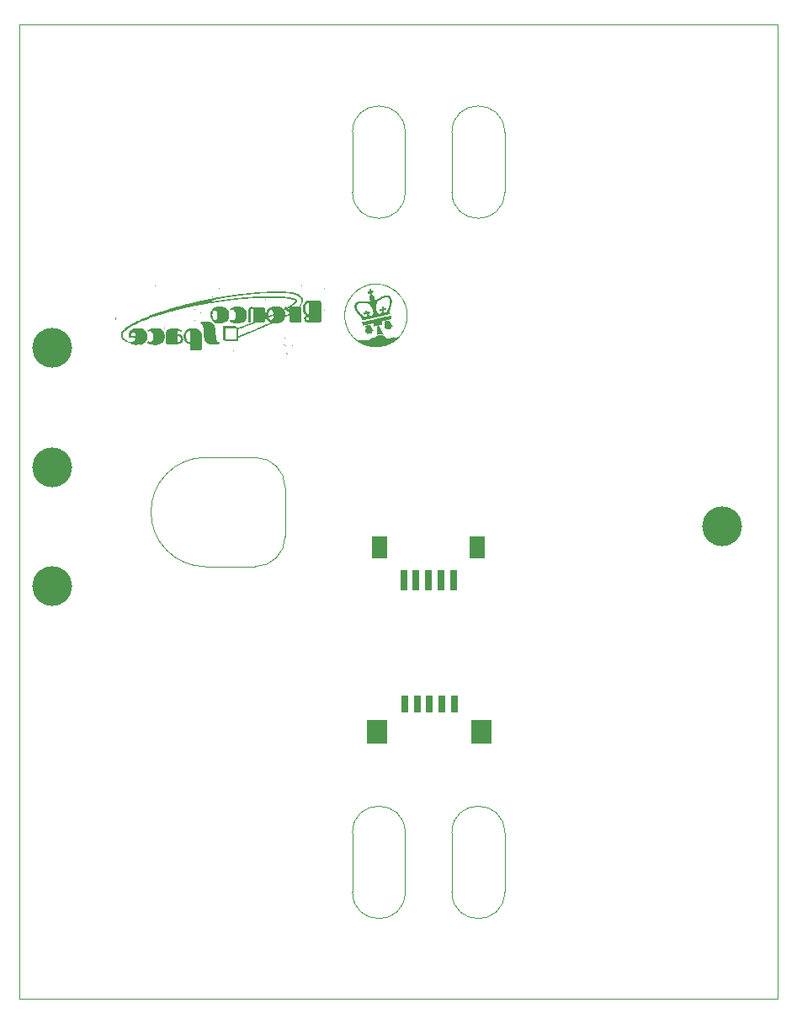
<source format=gbr>
%TF.GenerationSoftware,KiCad,Pcbnew,9.0.0*%
%TF.CreationDate,2025-05-06T20:13:05-04:00*%
%TF.ProjectId,xy_faces_CUpayload_v2,78795f66-6163-4657-935f-43557061796c,3.0*%
%TF.SameCoordinates,Original*%
%TF.FileFunction,Soldermask,Bot*%
%TF.FilePolarity,Negative*%
%FSLAX46Y46*%
G04 Gerber Fmt 4.6, Leading zero omitted, Abs format (unit mm)*
G04 Created by KiCad (PCBNEW 9.0.0) date 2025-05-06 20:13:05*
%MOMM*%
%LPD*%
G01*
G04 APERTURE LIST*
%ADD10C,0.000000*%
%ADD11C,4.000000*%
%ADD12R,0.700000X2.000000*%
%ADD13R,1.600000X2.200000*%
%ADD14R,0.730000X1.800000*%
%ADD15R,0.700000X1.800000*%
%ADD16R,2.000000X2.400000*%
%TA.AperFunction,Profile*%
%ADD17C,0.050000*%
%TD*%
%TA.AperFunction,Profile*%
%ADD18C,0.100000*%
%TD*%
G04 APERTURE END LIST*
D10*
%TO.C,G\u002A\u002A\u002A*%
G36*
X112604737Y-94463947D02*
G01*
X112593596Y-94475088D01*
X112582456Y-94463947D01*
X112593596Y-94452807D01*
X112604737Y-94463947D01*
G37*
G36*
X119979649Y-93372193D02*
G01*
X119968509Y-93383333D01*
X119957368Y-93372193D01*
X119968509Y-93361053D01*
X119979649Y-93372193D01*
G37*
G36*
X121294210Y-94597632D02*
G01*
X121283070Y-94608772D01*
X121271930Y-94597632D01*
X121283070Y-94586491D01*
X121294210Y-94597632D01*
G37*
G36*
X121472456Y-92547807D02*
G01*
X121461316Y-92558947D01*
X121450175Y-92547807D01*
X121461316Y-92536667D01*
X121472456Y-92547807D01*
G37*
G36*
X123722807Y-96112719D02*
G01*
X123711666Y-96123860D01*
X123700526Y-96112719D01*
X123711666Y-96101579D01*
X123722807Y-96112719D01*
G37*
G36*
X124614035Y-98808684D02*
G01*
X124602895Y-98819825D01*
X124591754Y-98808684D01*
X124602895Y-98797544D01*
X124614035Y-98808684D01*
G37*
G36*
X124925965Y-98741842D02*
G01*
X124914824Y-98752982D01*
X124903684Y-98741842D01*
X124914824Y-98730702D01*
X124925965Y-98741842D01*
G37*
G36*
X125126491Y-97917456D02*
G01*
X125115351Y-97928596D01*
X125104210Y-97917456D01*
X125115351Y-97906316D01*
X125126491Y-97917456D01*
G37*
G36*
X125171052Y-98786403D02*
G01*
X125159912Y-98797544D01*
X125148772Y-98786403D01*
X125159912Y-98775263D01*
X125171052Y-98786403D01*
G37*
G36*
X127688772Y-98741842D02*
G01*
X127677631Y-98752982D01*
X127666491Y-98741842D01*
X127677631Y-98730702D01*
X127688772Y-98741842D01*
G37*
G36*
X131654737Y-93528158D02*
G01*
X131643596Y-93539298D01*
X131632456Y-93528158D01*
X131643596Y-93517018D01*
X131654737Y-93528158D01*
G37*
G36*
X132724210Y-98028860D02*
G01*
X132713070Y-98040000D01*
X132701930Y-98028860D01*
X132713070Y-98017719D01*
X132724210Y-98028860D01*
G37*
G36*
X133994210Y-92035351D02*
G01*
X133983070Y-92046491D01*
X133971930Y-92035351D01*
X133983070Y-92024211D01*
X133994210Y-92035351D01*
G37*
G36*
X134016491Y-92169035D02*
G01*
X134005351Y-92180175D01*
X133994210Y-92169035D01*
X134005351Y-92157895D01*
X134016491Y-92169035D01*
G37*
G36*
X112575029Y-93502164D02*
G01*
X112578515Y-93508865D01*
X112560175Y-93517018D01*
X112548380Y-93515410D01*
X112545321Y-93502164D01*
X112548587Y-93499497D01*
X112575029Y-93502164D01*
G37*
G36*
X120462397Y-95217778D02*
G01*
X120465883Y-95224479D01*
X120447544Y-95232632D01*
X120435748Y-95231024D01*
X120432690Y-95217778D01*
X120435956Y-95215111D01*
X120462397Y-95217778D01*
G37*
G36*
X123637862Y-96064078D02*
G01*
X123648175Y-96072098D01*
X123624400Y-96077539D01*
X123601802Y-96075964D01*
X123595157Y-96065837D01*
X123603040Y-96061422D01*
X123637862Y-96064078D01*
G37*
G36*
X124235263Y-97237895D02*
G01*
X124233655Y-97249690D01*
X124220409Y-97252749D01*
X124217743Y-97249483D01*
X124220409Y-97223041D01*
X124227111Y-97219555D01*
X124235263Y-97237895D01*
G37*
G36*
X124316959Y-96420936D02*
G01*
X124320445Y-96427637D01*
X124302105Y-96435789D01*
X124290310Y-96434181D01*
X124287251Y-96420936D01*
X124290517Y-96418269D01*
X124316959Y-96420936D01*
G37*
G36*
X124651169Y-95774795D02*
G01*
X124654655Y-95781497D01*
X124636316Y-95789649D01*
X124624520Y-95788041D01*
X124621462Y-95774795D01*
X124624727Y-95772129D01*
X124651169Y-95774795D01*
G37*
G36*
X125242072Y-98960569D02*
G01*
X125252385Y-98968589D01*
X125228611Y-98974030D01*
X125206012Y-98972455D01*
X125199368Y-98962328D01*
X125207250Y-98957913D01*
X125242072Y-98960569D01*
G37*
G36*
X129623675Y-96658596D02*
G01*
X129620569Y-96689246D01*
X129612437Y-96686447D01*
X129609494Y-96676362D01*
X129612437Y-96630746D01*
X129620173Y-96626966D01*
X129623675Y-96658596D01*
G37*
G36*
X129694035Y-98864386D02*
G01*
X129692427Y-98876181D01*
X129679181Y-98879240D01*
X129676515Y-98875974D01*
X129679181Y-98849532D01*
X129685883Y-98846046D01*
X129694035Y-98864386D01*
G37*
G36*
X130161930Y-98552456D02*
G01*
X130160322Y-98564251D01*
X130147076Y-98567310D01*
X130144409Y-98564044D01*
X130147076Y-98537602D01*
X130153777Y-98534117D01*
X130161930Y-98552456D01*
G37*
G36*
X130332748Y-97958304D02*
G01*
X130336234Y-97965006D01*
X130317895Y-97973158D01*
X130306099Y-97971550D01*
X130303041Y-97958304D01*
X130306306Y-97955638D01*
X130332748Y-97958304D01*
G37*
G36*
X113576075Y-94739014D02*
G01*
X113569197Y-94748911D01*
X113550352Y-94764737D01*
X113547237Y-94764520D01*
X113542330Y-94751622D01*
X113566249Y-94729188D01*
X113578701Y-94723767D01*
X113576075Y-94739014D01*
G37*
G36*
X121008903Y-95504585D02*
G01*
X121026842Y-95535278D01*
X121023112Y-95552039D01*
X121000384Y-95561736D01*
X120971055Y-95539712D01*
X120967165Y-95512988D01*
X120991564Y-95500000D01*
X121008903Y-95504585D01*
G37*
G36*
X124747719Y-98629124D02*
G01*
X124747283Y-98640373D01*
X124736758Y-98662875D01*
X124715250Y-98643118D01*
X124712222Y-98635085D01*
X124725075Y-98608382D01*
X124736757Y-98606176D01*
X124747719Y-98629124D01*
G37*
G36*
X125742408Y-93728290D02*
G01*
X125760059Y-93755574D01*
X125761645Y-93759801D01*
X125766320Y-93782127D01*
X125747586Y-93768047D01*
X125734872Y-93751664D01*
X125732373Y-93728095D01*
X125742408Y-93728290D01*
G37*
G36*
X131021968Y-98625243D02*
G01*
X131026064Y-98634049D01*
X131017889Y-98666850D01*
X131003327Y-98683712D01*
X130991056Y-98666940D01*
X130988325Y-98646219D01*
X130999942Y-98621584D01*
X131021968Y-98625243D01*
G37*
G36*
X134029748Y-92286009D02*
G01*
X133997813Y-92321115D01*
X133979617Y-92336140D01*
X133973883Y-92335032D01*
X133979961Y-92317826D01*
X134022061Y-92278322D01*
X134072193Y-92235877D01*
X134029748Y-92286009D01*
G37*
G36*
X113065205Y-95685672D02*
G01*
X113068424Y-95691319D01*
X113062407Y-95721325D01*
X113047997Y-95736765D01*
X113019808Y-95743738D01*
X113005789Y-95724122D01*
X113012511Y-95705232D01*
X113039145Y-95683993D01*
X113065205Y-95685672D01*
G37*
G36*
X114904975Y-92069419D02*
G01*
X114921930Y-92091053D01*
X114921282Y-92096378D01*
X114899649Y-92113333D01*
X114894323Y-92112686D01*
X114877368Y-92091053D01*
X114878016Y-92085727D01*
X114899649Y-92068772D01*
X114904975Y-92069419D01*
G37*
G36*
X117044446Y-92027615D02*
G01*
X117049737Y-92046491D01*
X117045170Y-92053232D01*
X117027456Y-92068772D01*
X117024233Y-92067723D01*
X117005175Y-92046491D01*
X117003391Y-92034691D01*
X117027456Y-92024211D01*
X117044446Y-92027615D01*
G37*
G36*
X117624184Y-95255550D02*
G01*
X117640175Y-95277193D01*
X117635924Y-95287841D01*
X117605439Y-95299474D01*
X117589525Y-95296267D01*
X117584474Y-95277193D01*
X117589034Y-95271108D01*
X117619210Y-95254912D01*
X117624184Y-95255550D01*
G37*
G36*
X117938614Y-96216685D02*
G01*
X117964108Y-96238314D01*
X117958926Y-96265576D01*
X117937011Y-96278316D01*
X117901878Y-96274430D01*
X117885263Y-96246403D01*
X117888978Y-96230846D01*
X117917369Y-96212982D01*
X117938614Y-96216685D01*
G37*
G36*
X119440684Y-92923943D02*
G01*
X119459037Y-92944029D01*
X119457036Y-92957417D01*
X119416265Y-92960000D01*
X119371618Y-92952231D01*
X119356103Y-92930661D01*
X119380208Y-92902977D01*
X119403175Y-92901440D01*
X119440684Y-92923943D01*
G37*
G36*
X119903926Y-93384359D02*
G01*
X119923947Y-93405614D01*
X119927429Y-93414245D01*
X119914122Y-93427895D01*
X119907654Y-93427039D01*
X119890526Y-93405614D01*
X119890782Y-93400572D01*
X119900352Y-93383333D01*
X119903926Y-93384359D01*
G37*
G36*
X120808269Y-94277075D02*
G01*
X120826316Y-94296842D01*
X120822545Y-94307092D01*
X120792895Y-94319123D01*
X120777520Y-94316609D01*
X120759474Y-94296842D01*
X120763244Y-94286592D01*
X120792895Y-94274561D01*
X120808269Y-94277075D01*
G37*
G36*
X120976445Y-94392861D02*
G01*
X120993465Y-94410489D01*
X121001595Y-94427328D01*
X120977230Y-94430526D01*
X120945207Y-94422159D01*
X120920432Y-94396698D01*
X120924878Y-94369098D01*
X120942701Y-94369038D01*
X120976445Y-94392861D01*
G37*
G36*
X121573170Y-94728406D02*
G01*
X121590131Y-94739235D01*
X121595097Y-94764579D01*
X121592528Y-94768417D01*
X121559627Y-94786021D01*
X121527242Y-94763254D01*
X121520013Y-94745061D01*
X121532784Y-94724006D01*
X121573170Y-94728406D01*
G37*
G36*
X122367918Y-94945496D02*
G01*
X122385965Y-94965263D01*
X122382194Y-94975513D01*
X122352544Y-94987544D01*
X122337169Y-94985030D01*
X122319123Y-94965263D01*
X122322893Y-94955013D01*
X122352544Y-94942982D01*
X122367918Y-94945496D01*
G37*
G36*
X122535833Y-95381122D02*
G01*
X122562421Y-95433158D01*
X122577374Y-95465511D01*
X122577334Y-95473001D01*
X122554299Y-95445610D01*
X122532386Y-95413328D01*
X122519649Y-95380625D01*
X122522649Y-95366634D01*
X122535833Y-95381122D01*
G37*
G36*
X122773022Y-93098321D02*
G01*
X122795789Y-93128967D01*
X122799631Y-93148464D01*
X122782855Y-93155425D01*
X122780932Y-93154735D01*
X122754996Y-93133414D01*
X122745903Y-93106766D01*
X122760496Y-93093684D01*
X122773022Y-93098321D01*
G37*
G36*
X124890962Y-98530383D02*
G01*
X124903684Y-98566503D01*
X124903318Y-98577192D01*
X124894879Y-98587299D01*
X124867611Y-98564127D01*
X124847688Y-98538695D01*
X124843847Y-98515743D01*
X124863991Y-98510622D01*
X124890962Y-98530383D01*
G37*
G36*
X124877735Y-96525580D02*
G01*
X124859123Y-96558333D01*
X124840253Y-96576396D01*
X124819352Y-96581691D01*
X124818230Y-96568806D01*
X124836842Y-96536053D01*
X124855711Y-96517990D01*
X124876613Y-96512695D01*
X124877735Y-96525580D01*
G37*
G36*
X125453448Y-93461423D02*
G01*
X125477423Y-93489167D01*
X125474235Y-93506373D01*
X125440278Y-93517018D01*
X125412602Y-93510888D01*
X125393859Y-93481963D01*
X125396109Y-93470383D01*
X125419757Y-93454594D01*
X125453448Y-93461423D01*
G37*
G36*
X126513220Y-97038016D02*
G01*
X126530175Y-97059649D01*
X126529528Y-97064975D01*
X126507895Y-97081930D01*
X126502569Y-97081282D01*
X126485614Y-97059649D01*
X126486261Y-97054323D01*
X126507895Y-97037368D01*
X126513220Y-97038016D01*
G37*
G36*
X128129394Y-93380923D02*
G01*
X128152396Y-93403943D01*
X128150975Y-93416589D01*
X128123245Y-93427895D01*
X128104850Y-93424259D01*
X128094095Y-93403943D01*
X128097121Y-93397337D01*
X128123245Y-93379991D01*
X128129394Y-93380923D01*
G37*
G36*
X128388681Y-97101766D02*
G01*
X128401754Y-97140261D01*
X128398751Y-97155111D01*
X128379474Y-97159912D01*
X128370266Y-97151216D01*
X128357193Y-97112721D01*
X128360196Y-97097871D01*
X128379474Y-97093070D01*
X128388681Y-97101766D01*
G37*
G36*
X128763571Y-98887314D02*
G01*
X128780526Y-98908947D01*
X128779879Y-98914273D01*
X128758245Y-98931228D01*
X128752920Y-98930581D01*
X128735965Y-98908947D01*
X128736612Y-98903622D01*
X128758245Y-98886667D01*
X128763571Y-98887314D01*
G37*
G36*
X128852521Y-93317347D02*
G01*
X128869649Y-93338772D01*
X128869394Y-93343814D01*
X128859824Y-93361053D01*
X128856250Y-93360027D01*
X128836228Y-93338772D01*
X128832746Y-93330141D01*
X128846053Y-93316491D01*
X128852521Y-93317347D01*
G37*
G36*
X130062662Y-97277418D02*
G01*
X130089517Y-97299167D01*
X130079319Y-97319661D01*
X130028245Y-97327018D01*
X129978568Y-97320295D01*
X129966974Y-97299167D01*
X129984147Y-97281819D01*
X130028245Y-97271316D01*
X130062662Y-97277418D01*
G37*
G36*
X130045534Y-93737415D02*
G01*
X130068536Y-93760434D01*
X130067116Y-93773081D01*
X130039386Y-93784386D01*
X130020991Y-93780751D01*
X130010235Y-93760434D01*
X130013261Y-93753828D01*
X130039386Y-93736482D01*
X130045534Y-93737415D01*
G37*
G36*
X130546551Y-98132527D02*
G01*
X130551842Y-98151403D01*
X130547275Y-98158144D01*
X130529561Y-98173684D01*
X130526338Y-98172636D01*
X130507281Y-98151403D01*
X130505496Y-98139603D01*
X130529561Y-98129123D01*
X130546551Y-98132527D01*
G37*
G36*
X130819083Y-98000775D02*
G01*
X130852631Y-98028860D01*
X130864879Y-98048864D01*
X130858088Y-98062281D01*
X130841619Y-98056945D01*
X130808070Y-98028860D01*
X130795822Y-98008855D01*
X130802614Y-97995439D01*
X130819083Y-98000775D01*
G37*
G36*
X130941754Y-98773948D02*
G01*
X130940898Y-98780415D01*
X130919474Y-98797544D01*
X130914431Y-98797288D01*
X130897193Y-98787718D01*
X130898218Y-98784144D01*
X130919474Y-98764123D01*
X130928104Y-98760641D01*
X130941754Y-98773948D01*
G37*
G36*
X131610175Y-93416754D02*
G01*
X131620761Y-93427915D01*
X131632115Y-93468201D01*
X131632039Y-93473268D01*
X131627479Y-93493336D01*
X131610175Y-93472456D01*
X131593764Y-93441524D01*
X131590493Y-93414956D01*
X131610175Y-93416754D01*
G37*
G36*
X131747479Y-92028388D02*
G01*
X131766140Y-92046491D01*
X131757784Y-92059441D01*
X131721579Y-92068772D01*
X131695679Y-92064594D01*
X131677017Y-92046491D01*
X131685373Y-92033541D01*
X131721579Y-92024211D01*
X131747479Y-92028388D01*
G37*
G36*
X131956814Y-95590125D02*
G01*
X131977807Y-95611403D01*
X131981957Y-95619292D01*
X131980437Y-95633684D01*
X131976519Y-95632682D01*
X131955526Y-95611403D01*
X131951376Y-95603515D01*
X131952896Y-95589123D01*
X131956814Y-95590125D01*
G37*
G36*
X115987545Y-96126718D02*
G01*
X116013238Y-96144918D01*
X115998830Y-96175848D01*
X115995948Y-96178472D01*
X115958524Y-96191058D01*
X115919995Y-96182589D01*
X115902281Y-96157281D01*
X115913183Y-96135481D01*
X115957982Y-96123860D01*
X115987545Y-96126718D01*
G37*
G36*
X124591754Y-92291579D02*
G01*
X124601538Y-92311026D01*
X124613694Y-92365306D01*
X124609868Y-92385847D01*
X124591754Y-92391842D01*
X124577037Y-92367450D01*
X124569815Y-92318115D01*
X124570279Y-92299495D01*
X124576226Y-92276243D01*
X124591754Y-92291579D01*
G37*
G36*
X128490877Y-92269298D02*
G01*
X128501684Y-92288187D01*
X128512817Y-92319430D01*
X128512274Y-92323346D01*
X128490877Y-92336140D01*
X128477058Y-92325128D01*
X128468938Y-92286009D01*
X128469185Y-92273930D01*
X128474624Y-92251800D01*
X128490877Y-92269298D01*
G37*
G36*
X130179927Y-98024325D02*
G01*
X130161930Y-98051140D01*
X130138509Y-98069667D01*
X130086789Y-98084424D01*
X130062333Y-98082775D01*
X130063859Y-98073461D01*
X130103205Y-98051003D01*
X130121679Y-98041513D01*
X130167611Y-98021118D01*
X130179927Y-98024325D01*
G37*
G36*
X130437997Y-97999030D02*
G01*
X130450013Y-98061662D01*
X130449847Y-98068033D01*
X130436812Y-98073829D01*
X130401447Y-98044218D01*
X130377232Y-98018104D01*
X130366148Y-97992344D01*
X130384731Y-97973240D01*
X130412440Y-97969024D01*
X130437997Y-97999030D01*
G37*
G36*
X133070108Y-92408547D02*
G01*
X133078903Y-92431410D01*
X133052851Y-92455068D01*
X133041937Y-92459436D01*
X133019430Y-92468066D01*
X133016863Y-92465093D01*
X133013859Y-92436403D01*
X133017741Y-92420817D01*
X133047281Y-92402982D01*
X133070108Y-92408547D01*
G37*
G36*
X123749303Y-92292555D02*
G01*
X123721168Y-92332766D01*
X123681036Y-92367244D01*
X123647563Y-92381909D01*
X123633684Y-92370709D01*
X123637430Y-92359443D01*
X123662336Y-92327465D01*
X123699082Y-92292988D01*
X123734010Y-92268082D01*
X123753462Y-92264823D01*
X123749303Y-92292555D01*
G37*
G36*
X129994824Y-97950877D02*
G01*
X130012412Y-97970509D01*
X130028245Y-98012035D01*
X130028228Y-98014403D01*
X130021274Y-98033589D01*
X129994824Y-98017719D01*
X129977237Y-97998087D01*
X129961403Y-97956561D01*
X129961420Y-97954194D01*
X129968375Y-97935008D01*
X129994824Y-97950877D01*
G37*
G36*
X134040066Y-94457506D02*
G01*
X134086280Y-94488481D01*
X134105614Y-94535246D01*
X134105606Y-94536843D01*
X134099585Y-94560140D01*
X134076300Y-94557533D01*
X134026848Y-94528227D01*
X134021238Y-94524476D01*
X133980306Y-94487870D01*
X133976923Y-94462375D01*
X134012035Y-94452807D01*
X134040066Y-94457506D01*
G37*
G36*
X123421127Y-92139385D02*
G01*
X123433158Y-92169035D01*
X123444670Y-92202906D01*
X123477719Y-92247018D01*
X123507899Y-92283122D01*
X123522281Y-92313860D01*
X123521276Y-92325457D01*
X123506856Y-92335166D01*
X123478135Y-92308398D01*
X123438728Y-92248002D01*
X123413198Y-92202275D01*
X123393109Y-92159491D01*
X123393048Y-92140146D01*
X123410877Y-92135614D01*
X123421127Y-92139385D01*
G37*
G36*
X130662730Y-92327885D02*
G01*
X130678984Y-92336227D01*
X130696666Y-92358020D01*
X130696668Y-92358294D01*
X130700829Y-92391004D01*
X130710592Y-92444759D01*
X130714672Y-92495039D01*
X130699452Y-92514386D01*
X130682758Y-92499772D01*
X130674386Y-92457219D01*
X130669689Y-92413792D01*
X130651590Y-92357458D01*
X130647477Y-92349564D01*
X130640519Y-92324869D01*
X130662730Y-92327885D01*
G37*
G36*
X113036167Y-95190113D02*
G01*
X113041727Y-95236628D01*
X113041962Y-95303458D01*
X113037511Y-95375764D01*
X113029013Y-95438704D01*
X113017104Y-95477437D01*
X113006579Y-95491856D01*
X112985530Y-95499182D01*
X112974334Y-95468799D01*
X112975633Y-95405307D01*
X112979313Y-95371797D01*
X112992012Y-95272050D01*
X113003840Y-95210065D01*
X113016070Y-95180523D01*
X113029972Y-95178105D01*
X113036167Y-95190113D01*
G37*
G36*
X130167949Y-98758953D02*
G01*
X130240628Y-98785267D01*
X130297813Y-98819688D01*
X130317895Y-98863249D01*
X130313565Y-98890237D01*
X130295614Y-98908947D01*
X130290320Y-98908338D01*
X130273333Y-98887712D01*
X130271969Y-98883111D01*
X130245315Y-98858144D01*
X130195351Y-98829472D01*
X130180750Y-98822194D01*
X130135569Y-98794002D01*
X130117368Y-98772724D01*
X130128452Y-98755604D01*
X130167949Y-98758953D01*
G37*
G36*
X117028509Y-96280588D02*
G01*
X117262733Y-96304698D01*
X117463349Y-96357971D01*
X117630326Y-96440389D01*
X117763628Y-96551933D01*
X117863221Y-96692584D01*
X117929074Y-96862321D01*
X117930604Y-96868395D01*
X117942926Y-96949446D01*
X117949324Y-97056838D01*
X117948766Y-97174251D01*
X117948692Y-97176241D01*
X117942240Y-97286555D01*
X117930440Y-97368667D01*
X117909892Y-97438653D01*
X117877196Y-97512588D01*
X117844324Y-97572544D01*
X117789474Y-97655507D01*
X117737089Y-97718794D01*
X117650215Y-97789652D01*
X117520417Y-97864894D01*
X117374561Y-97925160D01*
X117227982Y-97963093D01*
X117143783Y-97976667D01*
X117039984Y-97988538D01*
X116946827Y-97990291D01*
X116846294Y-97981942D01*
X116720370Y-97963505D01*
X116672159Y-97954497D01*
X116560301Y-97925920D01*
X116450009Y-97888777D01*
X116349656Y-97846783D01*
X116267611Y-97803656D01*
X116212245Y-97763112D01*
X116191930Y-97728869D01*
X116193677Y-97712019D01*
X116223100Y-97660704D01*
X116277377Y-97628915D01*
X116341544Y-97626855D01*
X116362790Y-97632133D01*
X116459965Y-97651979D01*
X116529365Y-97654936D01*
X116582723Y-97640198D01*
X116631774Y-97606962D01*
X116710144Y-97522570D01*
X116763033Y-97419168D01*
X116792861Y-97289581D01*
X116802227Y-97126491D01*
X116793497Y-96968618D01*
X116764209Y-96837075D01*
X116711894Y-96732522D01*
X116634098Y-96647976D01*
X116613313Y-96633078D01*
X116548733Y-96604632D01*
X116478491Y-96590626D01*
X116417660Y-96593086D01*
X116381316Y-96614035D01*
X116355088Y-96632996D01*
X116305913Y-96632857D01*
X116252458Y-96611946D01*
X116209529Y-96576589D01*
X116191930Y-96533113D01*
X116206088Y-96502517D01*
X116257090Y-96461440D01*
X116337726Y-96418755D01*
X116440082Y-96377265D01*
X116556247Y-96339774D01*
X116678308Y-96309082D01*
X116798352Y-96287994D01*
X116908466Y-96279312D01*
X117028509Y-96280588D01*
G37*
G36*
X125426496Y-94137345D02*
G01*
X125510986Y-94140161D01*
X125575030Y-94147500D01*
X125630584Y-94161481D01*
X125689607Y-94184222D01*
X125764055Y-94217841D01*
X125792659Y-94231431D01*
X125953703Y-94327596D01*
X126075675Y-94441372D01*
X126161447Y-94577108D01*
X126213892Y-94739149D01*
X126235882Y-94931842D01*
X126236835Y-95004568D01*
X126221032Y-95173953D01*
X126175912Y-95325774D01*
X126097833Y-95474343D01*
X126067495Y-95515704D01*
X125969970Y-95607092D01*
X125841755Y-95688511D01*
X125692492Y-95754425D01*
X125531823Y-95799300D01*
X125484233Y-95808459D01*
X125373191Y-95825227D01*
X125276232Y-95829751D01*
X125174342Y-95822163D01*
X125048509Y-95802590D01*
X124893571Y-95769869D01*
X124754222Y-95729616D01*
X124639950Y-95684887D01*
X124555572Y-95637916D01*
X124505900Y-95590936D01*
X124495752Y-95546182D01*
X124521440Y-95491328D01*
X124564760Y-95462592D01*
X124615542Y-95473490D01*
X124638707Y-95482967D01*
X124701836Y-95495210D01*
X124778245Y-95500000D01*
X124826103Y-95499170D01*
X124882553Y-95490470D01*
X124925650Y-95465353D01*
X124974904Y-95415429D01*
X125038436Y-95326995D01*
X125080117Y-95220477D01*
X125099880Y-95089887D01*
X125099883Y-94926791D01*
X125087837Y-94795987D01*
X125062026Y-94686867D01*
X125018463Y-94597080D01*
X124952674Y-94514079D01*
X124911933Y-94477869D01*
X124861327Y-94457853D01*
X124786647Y-94452807D01*
X124753531Y-94453870D01*
X124681130Y-94462882D01*
X124630711Y-94478087D01*
X124602441Y-94489367D01*
X124570674Y-94481668D01*
X124531049Y-94442420D01*
X124510027Y-94414800D01*
X124496579Y-94375041D01*
X124514295Y-94339270D01*
X124567019Y-94301908D01*
X124658596Y-94257378D01*
X124749783Y-94219373D01*
X124871348Y-94179564D01*
X124995601Y-94154261D01*
X125136324Y-94140905D01*
X125307301Y-94136937D01*
X125309603Y-94136935D01*
X125426496Y-94137345D01*
G37*
G36*
X122664932Y-95700526D02*
G01*
X122682643Y-95709649D01*
X122823375Y-95804448D01*
X122925682Y-95919092D01*
X122988120Y-96052010D01*
X122994567Y-96078109D01*
X123008271Y-96154160D01*
X123021977Y-96252285D01*
X123033505Y-96357807D01*
X123039571Y-96422474D01*
X123066514Y-96696274D01*
X123091691Y-96928359D01*
X123115431Y-97121026D01*
X123138062Y-97276573D01*
X123159911Y-97397299D01*
X123181306Y-97485501D01*
X123202575Y-97543478D01*
X123214440Y-97566269D01*
X123247211Y-97609831D01*
X123294894Y-97640646D01*
X123371886Y-97669423D01*
X123375918Y-97670735D01*
X123445262Y-97695054D01*
X123482365Y-97716278D01*
X123497264Y-97743540D01*
X123500000Y-97785972D01*
X123497946Y-97823845D01*
X123481380Y-97857724D01*
X123438728Y-97873812D01*
X123389472Y-97884840D01*
X123332895Y-97898938D01*
X123312934Y-97903206D01*
X123251482Y-97913406D01*
X123165015Y-97925954D01*
X123065526Y-97939048D01*
X123048638Y-97941158D01*
X122921532Y-97956327D01*
X122826112Y-97965284D01*
X122751204Y-97968029D01*
X122685635Y-97964558D01*
X122618231Y-97954869D01*
X122537816Y-97938962D01*
X122506983Y-97932044D01*
X122327495Y-97869935D01*
X122179666Y-97776746D01*
X122062543Y-97651726D01*
X121975176Y-97494123D01*
X121963339Y-97457122D01*
X121945551Y-97371709D01*
X121929599Y-97261291D01*
X121917392Y-97137632D01*
X121911662Y-97063210D01*
X121894818Y-96847972D01*
X121880435Y-96670824D01*
X121868064Y-96526892D01*
X121857256Y-96411302D01*
X121847561Y-96319184D01*
X121838533Y-96245662D01*
X121829720Y-96185865D01*
X121818983Y-96118036D01*
X121810249Y-96059169D01*
X121806835Y-96030876D01*
X121802894Y-96016797D01*
X121773050Y-95973915D01*
X121723997Y-95923411D01*
X121667859Y-95877044D01*
X121616761Y-95846570D01*
X121580929Y-95826242D01*
X121538655Y-95783080D01*
X121519688Y-95737230D01*
X121531515Y-95701442D01*
X121557700Y-95686827D01*
X121629753Y-95666516D01*
X121734571Y-95649142D01*
X121865069Y-95635567D01*
X122014159Y-95626650D01*
X122174757Y-95623255D01*
X122509426Y-95622544D01*
X122664932Y-95700526D01*
G37*
G36*
X124444316Y-95045898D02*
G01*
X124442076Y-95134296D01*
X124435410Y-95199170D01*
X124421900Y-95253001D01*
X124399128Y-95308269D01*
X124364676Y-95377456D01*
X124323527Y-95451484D01*
X124258303Y-95539927D01*
X124182555Y-95606875D01*
X124101246Y-95660171D01*
X123940756Y-95740313D01*
X123783640Y-95788445D01*
X123692789Y-95800920D01*
X123568625Y-95808404D01*
X123433266Y-95809442D01*
X123300564Y-95804279D01*
X123184377Y-95793160D01*
X123098560Y-95776330D01*
X122950680Y-95718147D01*
X122802073Y-95619765D01*
X122685725Y-95491377D01*
X122602445Y-95334194D01*
X122553046Y-95149428D01*
X122538470Y-94940214D01*
X122764861Y-94940214D01*
X122764869Y-94944634D01*
X122775361Y-95123049D01*
X122805550Y-95262728D01*
X122855276Y-95363182D01*
X122924377Y-95423918D01*
X123007968Y-95452855D01*
X123093245Y-95445505D01*
X123168050Y-95394963D01*
X123232751Y-95301082D01*
X123242319Y-95270231D01*
X123252882Y-95197641D01*
X123260056Y-95101163D01*
X123263521Y-94992741D01*
X123262955Y-94884320D01*
X123258040Y-94787845D01*
X123248455Y-94715261D01*
X123247062Y-94709200D01*
X123217572Y-94633342D01*
X123174062Y-94564866D01*
X123143311Y-94532335D01*
X123093973Y-94504519D01*
X123024554Y-94497864D01*
X123017313Y-94498001D01*
X122940763Y-94510130D01*
X122882441Y-94536855D01*
X122845001Y-94577873D01*
X122801730Y-94669651D01*
X122774353Y-94792709D01*
X122764861Y-94940214D01*
X122538470Y-94940214D01*
X122538336Y-94938293D01*
X122538648Y-94921666D01*
X122559559Y-94727197D01*
X122613117Y-94561892D01*
X122701110Y-94422864D01*
X122825324Y-94307225D01*
X122987544Y-94212089D01*
X123018059Y-94197734D01*
X123078792Y-94170705D01*
X123130969Y-94152465D01*
X123185212Y-94141233D01*
X123252146Y-94135229D01*
X123342393Y-94132671D01*
X123466579Y-94131777D01*
X123558165Y-94131862D01*
X123674819Y-94134626D01*
X123762588Y-94141393D01*
X123831082Y-94153042D01*
X123889912Y-94170452D01*
X124044331Y-94237394D01*
X124181477Y-94328355D01*
X124291980Y-94444377D01*
X124384533Y-94592884D01*
X124391668Y-94606829D01*
X124415733Y-94659331D01*
X124431176Y-94709774D01*
X124439874Y-94769809D01*
X124443705Y-94851088D01*
X124444546Y-94965263D01*
X124444468Y-94992741D01*
X124444316Y-95045898D01*
G37*
G36*
X119821281Y-97385877D02*
G01*
X119800657Y-97525940D01*
X119742162Y-97650399D01*
X119648893Y-97754549D01*
X119523944Y-97833688D01*
X119370411Y-97883112D01*
X119339219Y-97886940D01*
X119263384Y-97891858D01*
X119155663Y-97896242D01*
X119023359Y-97899860D01*
X118873773Y-97902481D01*
X118714206Y-97903875D01*
X118150606Y-97906316D01*
X118037655Y-97793365D01*
X118043496Y-97382719D01*
X119222105Y-97382719D01*
X119222105Y-97705789D01*
X119283377Y-97704805D01*
X119323257Y-97700565D01*
X119416223Y-97666489D01*
X119496896Y-97606949D01*
X119549266Y-97532330D01*
X119571146Y-97444275D01*
X119572751Y-97346545D01*
X119555417Y-97256364D01*
X119520573Y-97190737D01*
X119476499Y-97152251D01*
X119403991Y-97107051D01*
X119328315Y-97073061D01*
X119267554Y-97059649D01*
X119261065Y-97059793D01*
X119245211Y-97063979D01*
X119234365Y-97079034D01*
X119227579Y-97111698D01*
X119223906Y-97168708D01*
X119222397Y-97256802D01*
X119222105Y-97382719D01*
X118043496Y-97382719D01*
X118045012Y-97276112D01*
X118045050Y-97273413D01*
X118047585Y-97108404D01*
X118050323Y-96981342D01*
X118053915Y-96885712D01*
X118059012Y-96814998D01*
X118066266Y-96762682D01*
X118076328Y-96722248D01*
X118089849Y-96687180D01*
X118107481Y-96650961D01*
X118113391Y-96639625D01*
X118192708Y-96524328D01*
X118296809Y-96436059D01*
X118434884Y-96366843D01*
X118483055Y-96349120D01*
X118536300Y-96334321D01*
X118596147Y-96324580D01*
X118672084Y-96318870D01*
X118773597Y-96316167D01*
X118910175Y-96315444D01*
X118999538Y-96315818D01*
X119131916Y-96318923D01*
X119233324Y-96325759D01*
X119312471Y-96337032D01*
X119378070Y-96353452D01*
X119432414Y-96372711D01*
X119513788Y-96407467D01*
X119594964Y-96447297D01*
X119665668Y-96486746D01*
X119715625Y-96520361D01*
X119734561Y-96542686D01*
X119731671Y-96557815D01*
X119705412Y-96601896D01*
X119665171Y-96641416D01*
X119627464Y-96658513D01*
X119621770Y-96658104D01*
X119574389Y-96643333D01*
X119516786Y-96613952D01*
X119509787Y-96609873D01*
X119438598Y-96582484D01*
X119360827Y-96570768D01*
X119292187Y-96575653D01*
X119248390Y-96598070D01*
X119234799Y-96631673D01*
X119223846Y-96691378D01*
X119217937Y-96758972D01*
X119218526Y-96817307D01*
X119227069Y-96849233D01*
X119233800Y-96853033D01*
X119274991Y-96863914D01*
X119337044Y-96873399D01*
X119426447Y-96891995D01*
X119552123Y-96946258D01*
X119662790Y-97025864D01*
X119748624Y-97123223D01*
X119799796Y-97230748D01*
X119800938Y-97234913D01*
X119815981Y-97346545D01*
X119821281Y-97385877D01*
G37*
G36*
X121668435Y-96823084D02*
G01*
X121676973Y-96862151D01*
X121683479Y-96910193D01*
X121688228Y-96972295D01*
X121691496Y-97053540D01*
X121693557Y-97159012D01*
X121694689Y-97293794D01*
X121695165Y-97462969D01*
X121695263Y-97671623D01*
X121695289Y-97874068D01*
X121694962Y-98048492D01*
X121693629Y-98186953D01*
X121690640Y-98293867D01*
X121685342Y-98373649D01*
X121677083Y-98430714D01*
X121665213Y-98469476D01*
X121649078Y-98494352D01*
X121628028Y-98509755D01*
X121601410Y-98520102D01*
X121568573Y-98529806D01*
X121533374Y-98535287D01*
X121458970Y-98540915D01*
X121355981Y-98545583D01*
X121232881Y-98548916D01*
X121098148Y-98550541D01*
X121008638Y-98550745D01*
X120875786Y-98549667D01*
X120777445Y-98546339D01*
X120707135Y-98540322D01*
X120658374Y-98531176D01*
X120624683Y-98518463D01*
X120558947Y-98484470D01*
X120558947Y-98241405D01*
X120558818Y-98204464D01*
X120555098Y-98075146D01*
X120545217Y-97983681D01*
X120527794Y-97924830D01*
X120501450Y-97893355D01*
X120464806Y-97884017D01*
X120462061Y-97883975D01*
X120396019Y-97869394D01*
X120309964Y-97833531D01*
X120217178Y-97783504D01*
X120130944Y-97726434D01*
X120064541Y-97669441D01*
X119994706Y-97587206D01*
X119940098Y-97495108D01*
X119905222Y-97390889D01*
X119886681Y-97264080D01*
X119881076Y-97104211D01*
X119881075Y-97097925D01*
X120113822Y-97097925D01*
X120118964Y-97225461D01*
X120143334Y-97371504D01*
X120189828Y-97485619D01*
X120260755Y-97572904D01*
X120358421Y-97638459D01*
X120403711Y-97660011D01*
X120468705Y-97686672D01*
X120517872Y-97701981D01*
X120539161Y-97701721D01*
X120539996Y-97680434D01*
X120541193Y-97620179D01*
X120542638Y-97526906D01*
X120544245Y-97406523D01*
X120545932Y-97264935D01*
X120547614Y-97108050D01*
X120549030Y-96933878D01*
X120549220Y-96788878D01*
X120547889Y-96679638D01*
X120544857Y-96601646D01*
X120539945Y-96550387D01*
X120532972Y-96521346D01*
X120523758Y-96510010D01*
X120483450Y-96506522D01*
X120413387Y-96526891D01*
X120335855Y-96570364D01*
X120263428Y-96631093D01*
X120214628Y-96685754D01*
X120164832Y-96762514D01*
X120133843Y-96849275D01*
X120118045Y-96957318D01*
X120113822Y-97097925D01*
X119881075Y-97097925D01*
X119881070Y-97068606D01*
X119882407Y-96964710D01*
X119887355Y-96890014D01*
X119897867Y-96832501D01*
X119915898Y-96780156D01*
X119943402Y-96720962D01*
X120004606Y-96615597D01*
X120110787Y-96494562D01*
X120244985Y-96402746D01*
X120413296Y-96335146D01*
X120489395Y-96312966D01*
X120569974Y-96294287D01*
X120647328Y-96284541D01*
X120737340Y-96281913D01*
X120855893Y-96284590D01*
X120964087Y-96289832D01*
X121071031Y-96300722D01*
X121157962Y-96318395D01*
X121238509Y-96345004D01*
X121325217Y-96386813D01*
X121458553Y-96485698D01*
X121568788Y-96611991D01*
X121645584Y-96755272D01*
X121657588Y-96787909D01*
X121657887Y-96788878D01*
X121668435Y-96823084D01*
G37*
G36*
X133709129Y-94845961D02*
G01*
X133710016Y-95053804D01*
X133709834Y-95224487D01*
X133708207Y-95361797D01*
X133704760Y-95469522D01*
X133701126Y-95522281D01*
X133699117Y-95551449D01*
X133690902Y-95611366D01*
X133679738Y-95653060D01*
X133665251Y-95680318D01*
X133647063Y-95696928D01*
X133624800Y-95706677D01*
X133598085Y-95713352D01*
X133552228Y-95723854D01*
X133515175Y-95733199D01*
X133497408Y-95735719D01*
X133436859Y-95738400D01*
X133344024Y-95739406D01*
X133226517Y-95738922D01*
X133091953Y-95737134D01*
X132947946Y-95734230D01*
X132802110Y-95730394D01*
X132662061Y-95725814D01*
X132535413Y-95720676D01*
X132429779Y-95715166D01*
X132352776Y-95709469D01*
X132312017Y-95703773D01*
X132253661Y-95685153D01*
X132133949Y-95624905D01*
X132051718Y-95543051D01*
X132004302Y-95436266D01*
X131989030Y-95301225D01*
X131989067Y-95274764D01*
X131989476Y-95265180D01*
X132215573Y-95265180D01*
X132219690Y-95319172D01*
X132240731Y-95382801D01*
X132300455Y-95461009D01*
X132361170Y-95502663D01*
X132435749Y-95522281D01*
X132503076Y-95522281D01*
X132496669Y-95316184D01*
X132490263Y-95110088D01*
X132426963Y-95114560D01*
X132412076Y-95116801D01*
X132349209Y-95139995D01*
X132285279Y-95178820D01*
X132273261Y-95188096D01*
X132230589Y-95227567D01*
X132215573Y-95265180D01*
X131989476Y-95265180D01*
X131992028Y-95205351D01*
X132004928Y-95158236D01*
X132035032Y-95116120D01*
X132089602Y-95061707D01*
X132135777Y-95014796D01*
X132165270Y-94978971D01*
X132168359Y-94965263D01*
X132139853Y-94954133D01*
X132089954Y-94915962D01*
X132033570Y-94860734D01*
X131981344Y-94799056D01*
X131943918Y-94741540D01*
X131917834Y-94678343D01*
X131889135Y-94589669D01*
X131864527Y-94495799D01*
X131852908Y-94438041D01*
X131838520Y-94254141D01*
X132100351Y-94254141D01*
X132100817Y-94323264D01*
X132104868Y-94410422D01*
X132115520Y-94477842D01*
X132135674Y-94540941D01*
X132168228Y-94615135D01*
X132201650Y-94680611D01*
X132258080Y-94761552D01*
X132323715Y-94818163D01*
X132393115Y-94858679D01*
X132449656Y-94875296D01*
X132486550Y-94861287D01*
X132488229Y-94858489D01*
X132494546Y-94820487D01*
X132498692Y-94745751D01*
X132500667Y-94640655D01*
X132500468Y-94511572D01*
X132498093Y-94364876D01*
X132493541Y-94206939D01*
X132486809Y-94044137D01*
X132481218Y-93940095D01*
X132473818Y-93844005D01*
X132465272Y-93782361D01*
X132454733Y-93749517D01*
X132441360Y-93739825D01*
X132378831Y-93754870D01*
X132301125Y-93798661D01*
X132225703Y-93861754D01*
X132166043Y-93934612D01*
X132137723Y-93981870D01*
X132117409Y-94028101D01*
X132106171Y-94080322D01*
X132101365Y-94151384D01*
X132100351Y-94254141D01*
X131838520Y-94254141D01*
X131837538Y-94241594D01*
X131861423Y-94060971D01*
X131923067Y-93899256D01*
X132020971Y-93759536D01*
X132153638Y-93644894D01*
X132319570Y-93558417D01*
X132339634Y-93550801D01*
X132383831Y-93536503D01*
X132432743Y-93525377D01*
X132493011Y-93516784D01*
X132571274Y-93510089D01*
X132674172Y-93504653D01*
X132808347Y-93499841D01*
X132980438Y-93495014D01*
X132982041Y-93494972D01*
X133171530Y-93490751D01*
X133321625Y-93489480D01*
X133437395Y-93491757D01*
X133523907Y-93498176D01*
X133586228Y-93509336D01*
X133629427Y-93525833D01*
X133658571Y-93548262D01*
X133678728Y-93577222D01*
X133679379Y-93578728D01*
X133684939Y-93616157D01*
X133690124Y-93694963D01*
X133694855Y-93812288D01*
X133699051Y-93965272D01*
X133702632Y-94151056D01*
X133705520Y-94366782D01*
X133707632Y-94609591D01*
X133707829Y-94640655D01*
X133709129Y-94845961D01*
G37*
G36*
X131864929Y-93640636D02*
G01*
X131807085Y-93808091D01*
X131707426Y-93980410D01*
X131698057Y-93994002D01*
X131653435Y-94061067D01*
X131622040Y-94112113D01*
X131610175Y-94136993D01*
X131621339Y-94157289D01*
X131627084Y-94163158D01*
X131654737Y-94191409D01*
X131659643Y-94195779D01*
X131671026Y-94209093D01*
X131679995Y-94228486D01*
X131686838Y-94258767D01*
X131691841Y-94304748D01*
X131695291Y-94371239D01*
X131697474Y-94463050D01*
X131698679Y-94584991D01*
X131699191Y-94741873D01*
X131699203Y-94764202D01*
X131699298Y-94938506D01*
X131699245Y-95023028D01*
X131698560Y-95213417D01*
X131696949Y-95365055D01*
X131694244Y-95482137D01*
X131690276Y-95568853D01*
X131684877Y-95629396D01*
X131677877Y-95667959D01*
X131669109Y-95688734D01*
X131666115Y-95692597D01*
X131651366Y-95705454D01*
X131627339Y-95715146D01*
X131588154Y-95722206D01*
X131527931Y-95727170D01*
X131440789Y-95730572D01*
X131320846Y-95732948D01*
X131162223Y-95734831D01*
X131025849Y-95735793D01*
X130878437Y-95734938D01*
X130766436Y-95730798D01*
X130684630Y-95722465D01*
X130627799Y-95709029D01*
X130590726Y-95689580D01*
X130568191Y-95663209D01*
X130554978Y-95629006D01*
X130553031Y-95618410D01*
X130548378Y-95563880D01*
X130544591Y-95477887D01*
X130542017Y-95369889D01*
X130541006Y-95249342D01*
X130540792Y-95194340D01*
X130539326Y-95086273D01*
X130536714Y-94999467D01*
X130533237Y-94941687D01*
X130529175Y-94920702D01*
X130516197Y-94926046D01*
X130470873Y-94949259D01*
X130401729Y-94986639D01*
X130324703Y-95029519D01*
X130317448Y-95033558D01*
X130117249Y-95146415D01*
X130028112Y-95333174D01*
X130017228Y-95355797D01*
X129970724Y-95445099D01*
X129927937Y-95508551D01*
X129878706Y-95559237D01*
X129812866Y-95610239D01*
X129812121Y-95610771D01*
X129645254Y-95704262D01*
X129594485Y-95721007D01*
X129450574Y-95768473D01*
X129235243Y-95801699D01*
X129006424Y-95802235D01*
X128791666Y-95787150D01*
X128557719Y-95897505D01*
X128491165Y-95928509D01*
X128374735Y-95981467D01*
X128246127Y-96038772D01*
X128111946Y-96097600D01*
X127978796Y-96155127D01*
X127853280Y-96208528D01*
X127742002Y-96254979D01*
X127651567Y-96291656D01*
X127588578Y-96315733D01*
X127559638Y-96324386D01*
X127554965Y-96324911D01*
X127515631Y-96339414D01*
X127461668Y-96367585D01*
X127456577Y-96370503D01*
X127395565Y-96401284D01*
X127311463Y-96439232D01*
X127220877Y-96476814D01*
X127209298Y-96481406D01*
X127119373Y-96517704D01*
X127004290Y-96564912D01*
X126877631Y-96617432D01*
X126752982Y-96669664D01*
X126717839Y-96684422D01*
X126603656Y-96731596D01*
X126499614Y-96773491D01*
X126415984Y-96806014D01*
X126363039Y-96825071D01*
X126317117Y-96841186D01*
X126235226Y-96872187D01*
X126135024Y-96911631D01*
X126028829Y-96954738D01*
X125956650Y-96984368D01*
X125820393Y-97039770D01*
X125683497Y-97094887D01*
X125566846Y-97141286D01*
X125349921Y-97226754D01*
X125349609Y-97364745D01*
X125349323Y-97418865D01*
X125347858Y-97438421D01*
X125345824Y-97465581D01*
X125334530Y-97501690D01*
X125310846Y-97528558D01*
X125270176Y-97547550D01*
X125207923Y-97560028D01*
X125119493Y-97567358D01*
X125000290Y-97570905D01*
X124845718Y-97572033D01*
X124651181Y-97572105D01*
X124052102Y-97572105D01*
X123943547Y-97501764D01*
X123897661Y-97469487D01*
X123847716Y-97426860D01*
X123823829Y-97395931D01*
X123820534Y-97366612D01*
X123816610Y-97298451D01*
X123812395Y-97197997D01*
X123808436Y-97080773D01*
X124060910Y-97080773D01*
X124062480Y-97218377D01*
X124066397Y-97317099D01*
X124072747Y-97379413D01*
X124081616Y-97407793D01*
X124090259Y-97414313D01*
X124117528Y-97422723D01*
X124165637Y-97429043D01*
X124239328Y-97433522D01*
X124343345Y-97436411D01*
X124482429Y-97437960D01*
X124661324Y-97438421D01*
X125215614Y-97438421D01*
X125215614Y-96895272D01*
X125215475Y-96792347D01*
X125214413Y-96637872D01*
X125212087Y-96520525D01*
X125208240Y-96435520D01*
X125204107Y-96393313D01*
X125349298Y-96393313D01*
X125349298Y-96737622D01*
X125349638Y-96806632D01*
X125351724Y-96915470D01*
X125355393Y-97002352D01*
X125360277Y-97059744D01*
X125366009Y-97080110D01*
X125370422Y-97078787D01*
X125408509Y-97064481D01*
X125480705Y-97036149D01*
X125581811Y-96995870D01*
X125706625Y-96945722D01*
X125849947Y-96887783D01*
X126006579Y-96824131D01*
X126049896Y-96806503D01*
X126210696Y-96741405D01*
X126361682Y-96680788D01*
X126496571Y-96627138D01*
X126609082Y-96582945D01*
X126692933Y-96550696D01*
X126741842Y-96532881D01*
X126781337Y-96518985D01*
X126850840Y-96491116D01*
X126897807Y-96467835D01*
X126899910Y-96466587D01*
X126938401Y-96447955D01*
X127010239Y-96416174D01*
X127108297Y-96374293D01*
X127225447Y-96325361D01*
X127354561Y-96272428D01*
X127451067Y-96232997D01*
X127640388Y-96154378D01*
X127824153Y-96076505D01*
X127997900Y-96001387D01*
X128157164Y-95931031D01*
X128297481Y-95867448D01*
X128414387Y-95812645D01*
X128503418Y-95768632D01*
X128560110Y-95737416D01*
X128580000Y-95721007D01*
X128578861Y-95717327D01*
X128554242Y-95692207D01*
X128507588Y-95659343D01*
X128490007Y-95648008D01*
X128368081Y-95539950D01*
X128267145Y-95394167D01*
X128249056Y-95362466D01*
X128219750Y-95317273D01*
X128202695Y-95299557D01*
X128199508Y-95300211D01*
X128167533Y-95315209D01*
X128117675Y-95343791D01*
X128087056Y-95363843D01*
X128059197Y-95393487D01*
X128047586Y-95436145D01*
X128045263Y-95507559D01*
X128044489Y-95541565D01*
X128035168Y-95609683D01*
X128011814Y-95663202D01*
X127970085Y-95703699D01*
X127905641Y-95732751D01*
X127814141Y-95751936D01*
X127691244Y-95762831D01*
X127532610Y-95767013D01*
X127333897Y-95766059D01*
X127279349Y-95765352D01*
X127166347Y-95764676D01*
X127084109Y-95766664D01*
X127022714Y-95772603D01*
X126972242Y-95783782D01*
X126922773Y-95801488D01*
X126864386Y-95827010D01*
X126855289Y-95831066D01*
X126773649Y-95865241D01*
X126664954Y-95908147D01*
X126542297Y-95954705D01*
X126418772Y-95999838D01*
X126416533Y-96000637D01*
X126282484Y-96048932D01*
X126139608Y-96101049D01*
X126004856Y-96150772D01*
X125895175Y-96191884D01*
X125827333Y-96217256D01*
X125732261Y-96251555D01*
X125654247Y-96278246D01*
X125605526Y-96293055D01*
X125588642Y-96297688D01*
X125518447Y-96321477D01*
X125443991Y-96351477D01*
X125349298Y-96393313D01*
X125204107Y-96393313D01*
X125202615Y-96378072D01*
X125194952Y-96343398D01*
X125184995Y-96326712D01*
X125179013Y-96323427D01*
X125139610Y-96315500D01*
X125065613Y-96310006D01*
X124954544Y-96306859D01*
X124803922Y-96305976D01*
X124611267Y-96307273D01*
X124068158Y-96313246D01*
X124062178Y-96845206D01*
X124061604Y-96901812D01*
X124060910Y-97080773D01*
X123808436Y-97080773D01*
X123808122Y-97071488D01*
X123804024Y-96925162D01*
X123800331Y-96765256D01*
X123797789Y-96640412D01*
X123795064Y-96489039D01*
X123793834Y-96373231D01*
X123794378Y-96287620D01*
X123796972Y-96226839D01*
X123801893Y-96185522D01*
X123809417Y-96158302D01*
X123819822Y-96139812D01*
X123833384Y-96124686D01*
X123841950Y-96116611D01*
X123859077Y-96104790D01*
X123883323Y-96095767D01*
X123920039Y-96089165D01*
X123974571Y-96084608D01*
X124052270Y-96081720D01*
X124158484Y-96080124D01*
X124298561Y-96079442D01*
X124477851Y-96079298D01*
X125076929Y-96079298D01*
X125190296Y-96157281D01*
X125244452Y-96192280D01*
X125300661Y-96223311D01*
X125334268Y-96235263D01*
X125361814Y-96229398D01*
X125423546Y-96211048D01*
X125508743Y-96183192D01*
X125607744Y-96148880D01*
X125669929Y-96126784D01*
X125811326Y-96076644D01*
X125957294Y-96024994D01*
X126084561Y-95980071D01*
X126145448Y-95958274D01*
X126271844Y-95911401D01*
X126395529Y-95863760D01*
X126496754Y-95822881D01*
X126516466Y-95814686D01*
X126614132Y-95775848D01*
X126706283Y-95741669D01*
X126775263Y-95718752D01*
X126875526Y-95689386D01*
X126875526Y-95223068D01*
X128429838Y-95223068D01*
X128438016Y-95259326D01*
X128464661Y-95309974D01*
X128501503Y-95360998D01*
X128540269Y-95398384D01*
X128570182Y-95414379D01*
X128650237Y-95431308D01*
X128734197Y-95424457D01*
X128801057Y-95394167D01*
X128821694Y-95370050D01*
X128854735Y-95308234D01*
X128881243Y-95232632D01*
X128899560Y-95153433D01*
X128911447Y-95081126D01*
X128914848Y-95029519D01*
X128908396Y-95009825D01*
X128908250Y-95009830D01*
X128883443Y-95018612D01*
X128828403Y-95041097D01*
X128753301Y-95072869D01*
X128668307Y-95109510D01*
X128583594Y-95146600D01*
X128509333Y-95179722D01*
X128455694Y-95204458D01*
X128432851Y-95216389D01*
X128429838Y-95223068D01*
X126875526Y-95223068D01*
X126875526Y-95054386D01*
X126874893Y-94888685D01*
X126872882Y-94729031D01*
X126869647Y-94594364D01*
X126865343Y-94489577D01*
X126860129Y-94419563D01*
X126854161Y-94389214D01*
X126851148Y-94385135D01*
X126798682Y-94344331D01*
X126736845Y-94333261D01*
X126683024Y-94355364D01*
X126675638Y-94362822D01*
X126665113Y-94379274D01*
X126657001Y-94404745D01*
X126650992Y-94444312D01*
X126646773Y-94503052D01*
X126644033Y-94586044D01*
X126642462Y-94698364D01*
X126641748Y-94845090D01*
X126641579Y-95031300D01*
X126641482Y-95220972D01*
X126640545Y-95380645D01*
X126637786Y-95504454D01*
X126632221Y-95596854D01*
X126622865Y-95662297D01*
X126608735Y-95705238D01*
X126588848Y-95730128D01*
X126562220Y-95741421D01*
X126527867Y-95743571D01*
X126484806Y-95741031D01*
X126385351Y-95733947D01*
X126379177Y-95076667D01*
X126378563Y-95006682D01*
X126377633Y-94807900D01*
X126378839Y-94647343D01*
X126382859Y-94520186D01*
X126390371Y-94421604D01*
X126402054Y-94346771D01*
X126418585Y-94290862D01*
X126440645Y-94249051D01*
X126468910Y-94216513D01*
X126504060Y-94188422D01*
X126537035Y-94169034D01*
X126637162Y-94139219D01*
X126746266Y-94137738D01*
X126845156Y-94165859D01*
X126872065Y-94178286D01*
X126935563Y-94194294D01*
X127000973Y-94184606D01*
X127001418Y-94184480D01*
X127046712Y-94177992D01*
X127126217Y-94172590D01*
X127231185Y-94168347D01*
X127352865Y-94165332D01*
X127482511Y-94163617D01*
X127611373Y-94163271D01*
X127730701Y-94164366D01*
X127831748Y-94166972D01*
X127905764Y-94171159D01*
X127944002Y-94176998D01*
X127948284Y-94178713D01*
X127979530Y-94197946D01*
X128003446Y-94229743D01*
X128020952Y-94279431D01*
X128032967Y-94352338D01*
X128040411Y-94453789D01*
X128044203Y-94589111D01*
X128045263Y-94763630D01*
X128045279Y-94816252D01*
X128045690Y-94955092D01*
X128047064Y-95056896D01*
X128049935Y-95127377D01*
X128054839Y-95172249D01*
X128062310Y-95197226D01*
X128072884Y-95208022D01*
X128087096Y-95210351D01*
X128105750Y-95208967D01*
X128148207Y-95185384D01*
X128167169Y-95129663D01*
X128164349Y-95037979D01*
X128162958Y-94978765D01*
X128405956Y-94978765D01*
X128414032Y-95033104D01*
X128436853Y-95054672D01*
X128479381Y-95048895D01*
X128546579Y-95021198D01*
X128600824Y-94996705D01*
X128678881Y-94961611D01*
X128763816Y-94923530D01*
X128834554Y-94890162D01*
X128889001Y-94854091D01*
X128911236Y-94813470D01*
X128906501Y-94757024D01*
X128880036Y-94673479D01*
X128857721Y-94617520D01*
X128806260Y-94535008D01*
X128754331Y-94498252D01*
X130005965Y-94498252D01*
X130012742Y-94520524D01*
X130033856Y-94572815D01*
X130064314Y-94641717D01*
X130093396Y-94712216D01*
X130112367Y-94790626D01*
X130112142Y-94813470D01*
X130111613Y-94867216D01*
X130109602Y-94887403D01*
X130110184Y-94936570D01*
X130125915Y-94959688D01*
X130162184Y-94956953D01*
X130224381Y-94928560D01*
X130317895Y-94874706D01*
X130329088Y-94868044D01*
X130401316Y-94827341D01*
X130459019Y-94798519D01*
X130490570Y-94787454D01*
X130505264Y-94785382D01*
X130522502Y-94764202D01*
X130510107Y-94726571D01*
X130472122Y-94680453D01*
X130412588Y-94633814D01*
X130376705Y-94610302D01*
X130291037Y-94551543D01*
X130215840Y-94496974D01*
X130187487Y-94475943D01*
X130140482Y-94447380D01*
X130104932Y-94441873D01*
X130065446Y-94455139D01*
X130023954Y-94478610D01*
X130005965Y-94498252D01*
X128754331Y-94498252D01*
X128741573Y-94489222D01*
X128657982Y-94475088D01*
X128592518Y-94483205D01*
X128516500Y-94524215D01*
X128461156Y-94601293D01*
X128425460Y-94716064D01*
X128408386Y-94870151D01*
X128407660Y-94886230D01*
X128405956Y-94978765D01*
X128162958Y-94978765D01*
X128161672Y-94923995D01*
X128179159Y-94777884D01*
X128214733Y-94633622D01*
X128264506Y-94511655D01*
X128334709Y-94406504D01*
X128458349Y-94289049D01*
X128613512Y-94198563D01*
X128796976Y-94136402D01*
X129005522Y-94103922D01*
X129235929Y-94102479D01*
X129277641Y-94105505D01*
X129473245Y-94136656D01*
X129646215Y-94196865D01*
X129808917Y-94290184D01*
X129816559Y-94295412D01*
X129884678Y-94337567D01*
X129929401Y-94353650D01*
X129959691Y-94347041D01*
X129977175Y-94329153D01*
X129985400Y-94295009D01*
X130374729Y-94295009D01*
X130378268Y-94309569D01*
X130405875Y-94348020D01*
X130452502Y-94398006D01*
X130540702Y-94484131D01*
X130540702Y-94373164D01*
X130541397Y-94348410D01*
X130552981Y-94268856D01*
X130575386Y-94212677D01*
X130596584Y-94178641D01*
X130600473Y-94163158D01*
X130594690Y-94164572D01*
X130558338Y-94181704D01*
X130503847Y-94211677D01*
X130445536Y-94246127D01*
X130397723Y-94276693D01*
X130374729Y-94295009D01*
X129985400Y-94295009D01*
X129987660Y-94285629D01*
X129987588Y-94273647D01*
X130008058Y-94226826D01*
X130049651Y-94176037D01*
X130099269Y-94135291D01*
X130143817Y-94118596D01*
X130165730Y-94121943D01*
X130184210Y-94139376D01*
X130191804Y-94153604D01*
X130226702Y-94173641D01*
X130228486Y-94174133D01*
X130274040Y-94167773D01*
X130346343Y-94137542D01*
X130438845Y-94088028D01*
X130544997Y-94023818D01*
X130658247Y-93949498D01*
X130772045Y-93869654D01*
X130879841Y-93788874D01*
X130975085Y-93711745D01*
X131051226Y-93642852D01*
X131101715Y-93586783D01*
X131120000Y-93548125D01*
X131110060Y-93531874D01*
X131065095Y-93502433D01*
X130992149Y-93469114D01*
X130900345Y-93435505D01*
X130798809Y-93405190D01*
X130696666Y-93381756D01*
X130618338Y-93367135D01*
X130456995Y-93338731D01*
X130308683Y-93315760D01*
X130163805Y-93297202D01*
X130012762Y-93282035D01*
X129845956Y-93269238D01*
X129653790Y-93257792D01*
X129426666Y-93246674D01*
X129363685Y-93243919D01*
X129059111Y-93233883D01*
X128743974Y-93229072D01*
X128411543Y-93229536D01*
X128055084Y-93235327D01*
X127667867Y-93246495D01*
X127243158Y-93263091D01*
X127144599Y-93267398D01*
X126923549Y-93277427D01*
X126734543Y-93286752D01*
X126568638Y-93295970D01*
X126416892Y-93305679D01*
X126270361Y-93316476D01*
X126120102Y-93328959D01*
X125957173Y-93343726D01*
X125772631Y-93361375D01*
X125700618Y-93368359D01*
X125560340Y-93381887D01*
X125421173Y-93395226D01*
X125304737Y-93406299D01*
X125264410Y-93410197D01*
X125095460Y-93427814D01*
X124897132Y-93450060D01*
X124680935Y-93475531D01*
X124458378Y-93502823D01*
X124240970Y-93530533D01*
X124040218Y-93557258D01*
X123867631Y-93581592D01*
X123862167Y-93582391D01*
X123769775Y-93595459D01*
X123657875Y-93610724D01*
X123549458Y-93625046D01*
X123520864Y-93628858D01*
X123437701Y-93641330D01*
X123375256Y-93652757D01*
X123345296Y-93661062D01*
X123337400Y-93663968D01*
X123292242Y-93673416D01*
X123218915Y-93685026D01*
X123128733Y-93696923D01*
X123106419Y-93699641D01*
X122996699Y-93713719D01*
X122890939Y-93728273D01*
X122809298Y-93740551D01*
X122739181Y-93751630D01*
X122633152Y-93767739D01*
X122530789Y-93782718D01*
X122449922Y-93794739D01*
X122339941Y-93812189D01*
X122246710Y-93828094D01*
X122040285Y-93865479D01*
X121745395Y-93919184D01*
X121699193Y-93927450D01*
X121592034Y-93945807D01*
X121494737Y-93961581D01*
X121489862Y-93962350D01*
X121422863Y-93974000D01*
X121322644Y-93992583D01*
X121198609Y-94016247D01*
X121060164Y-94043140D01*
X120916714Y-94071410D01*
X120777664Y-94099205D01*
X120652419Y-94124673D01*
X120550385Y-94145961D01*
X120480965Y-94161217D01*
X120427726Y-94173599D01*
X120338814Y-94194274D01*
X120247017Y-94215618D01*
X120246454Y-94215749D01*
X120149121Y-94237919D01*
X120033301Y-94263651D01*
X119923947Y-94287402D01*
X119918503Y-94288569D01*
X119813281Y-94311942D01*
X119707456Y-94336709D01*
X119623158Y-94357698D01*
X119541602Y-94378784D01*
X119436141Y-94405551D01*
X119333509Y-94431188D01*
X119315664Y-94435611D01*
X119135728Y-94481185D01*
X118939119Y-94532435D01*
X118745858Y-94584085D01*
X118575965Y-94630858D01*
X118479222Y-94657694D01*
X118358704Y-94690497D01*
X118252895Y-94718701D01*
X118198227Y-94733253D01*
X117973008Y-94796729D01*
X117717241Y-94873450D01*
X117439356Y-94960598D01*
X117147787Y-95055359D01*
X116850962Y-95154916D01*
X116557314Y-95256454D01*
X116275272Y-95357154D01*
X116013270Y-95454203D01*
X115779737Y-95544783D01*
X115694301Y-95579735D01*
X115504940Y-95661913D01*
X115301234Y-95755579D01*
X115092490Y-95856107D01*
X114888011Y-95958869D01*
X114697102Y-96059238D01*
X114529067Y-96152588D01*
X114393211Y-96234291D01*
X114366660Y-96251368D01*
X114163839Y-96394371D01*
X113997682Y-96535661D01*
X113869541Y-96673581D01*
X113780769Y-96806474D01*
X113732717Y-96932685D01*
X113726738Y-97050557D01*
X113730662Y-97074615D01*
X113767242Y-97185202D01*
X113835304Y-97288267D01*
X113938041Y-97387003D01*
X114078645Y-97484603D01*
X114260307Y-97584261D01*
X114292424Y-97600193D01*
X114384650Y-97642805D01*
X114456043Y-97668157D01*
X114520293Y-97680355D01*
X114591090Y-97683509D01*
X114713398Y-97671487D01*
X114824105Y-97627286D01*
X114910000Y-97547803D01*
X114975496Y-97430130D01*
X114975556Y-97429984D01*
X114998077Y-97374086D01*
X115008486Y-97334451D01*
X115001375Y-97308285D01*
X114971336Y-97292795D01*
X114912961Y-97285189D01*
X114820843Y-97282674D01*
X114689574Y-97282456D01*
X114634557Y-97282425D01*
X114505969Y-97280886D01*
X114414208Y-97274339D01*
X114353553Y-97259131D01*
X114318281Y-97231611D01*
X114302669Y-97188127D01*
X114300996Y-97125028D01*
X114307539Y-97038661D01*
X114314649Y-96993786D01*
X114591138Y-96993786D01*
X114594875Y-97013482D01*
X114606843Y-97033326D01*
X114634937Y-97044771D01*
X114688632Y-97050924D01*
X114777403Y-97054895D01*
X114853092Y-97056259D01*
X114933116Y-97050472D01*
X114981266Y-97032317D01*
X115004819Y-96998378D01*
X115011052Y-96945240D01*
X115009876Y-96916195D01*
X114988012Y-96820493D01*
X114943833Y-96742567D01*
X114884282Y-96687424D01*
X114816303Y-96660067D01*
X114746842Y-96665500D01*
X114682844Y-96708728D01*
X114658887Y-96740809D01*
X114619785Y-96822962D01*
X114594847Y-96914607D01*
X114591138Y-96993786D01*
X114314649Y-96993786D01*
X114326681Y-96917840D01*
X114374909Y-96760975D01*
X114443909Y-96618978D01*
X114527726Y-96506249D01*
X114586810Y-96452282D01*
X114710631Y-96375910D01*
X114862693Y-96322683D01*
X115046932Y-96291404D01*
X115267281Y-96280872D01*
X115346916Y-96282285D01*
X115561911Y-96305793D01*
X115745246Y-96358988D01*
X115898968Y-96442886D01*
X116025125Y-96558505D01*
X116125767Y-96706860D01*
X116148197Y-96749307D01*
X116173525Y-96803563D01*
X116189247Y-96854115D01*
X116197675Y-96913030D01*
X116199073Y-96945240D01*
X116201119Y-96992373D01*
X116201892Y-97104211D01*
X116201905Y-97134107D01*
X116200609Y-97240435D01*
X116195622Y-97317626D01*
X116184931Y-97378205D01*
X116166525Y-97434700D01*
X116138394Y-97499637D01*
X116135700Y-97505439D01*
X116040298Y-97657429D01*
X115911488Y-97782404D01*
X115754687Y-97875064D01*
X115700341Y-97902228D01*
X115657429Y-97931375D01*
X115646198Y-97951113D01*
X115649419Y-97958058D01*
X115646052Y-97995439D01*
X115639928Y-98003843D01*
X115609166Y-98015882D01*
X115583434Y-97987271D01*
X115570732Y-97975218D01*
X115538601Y-97967314D01*
X115480891Y-97963543D01*
X115391306Y-97963502D01*
X115263550Y-97966789D01*
X115256071Y-97967030D01*
X115132205Y-97970408D01*
X115040013Y-97970409D01*
X114967279Y-97965700D01*
X114901789Y-97954944D01*
X114831329Y-97936806D01*
X114743684Y-97909951D01*
X114706455Y-97898035D01*
X114396227Y-97783689D01*
X114119067Y-97651959D01*
X113866351Y-97498805D01*
X113786435Y-97437912D01*
X113676110Y-97324181D01*
X113597643Y-97200875D01*
X113554861Y-97074640D01*
X113551591Y-96952124D01*
X113561955Y-96901099D01*
X113616188Y-96757349D01*
X113705118Y-96609719D01*
X113823757Y-96467098D01*
X113914765Y-96380007D01*
X114038988Y-96274167D01*
X114175490Y-96167743D01*
X114310274Y-96071607D01*
X114429345Y-95996632D01*
X114466937Y-95974670D01*
X114527254Y-95937229D01*
X114565438Y-95910600D01*
X114566170Y-95910006D01*
X114608712Y-95882333D01*
X114683732Y-95840296D01*
X114785217Y-95786780D01*
X114907150Y-95724669D01*
X115043519Y-95656849D01*
X115188310Y-95586204D01*
X115335507Y-95515619D01*
X115479097Y-95447979D01*
X115613065Y-95386167D01*
X115731397Y-95333070D01*
X115828079Y-95291572D01*
X115897097Y-95264558D01*
X115932436Y-95254912D01*
X115942176Y-95253865D01*
X115981377Y-95234082D01*
X115983976Y-95232080D01*
X116019433Y-95213955D01*
X116087545Y-95183809D01*
X116180818Y-95144634D01*
X116291759Y-95099421D01*
X116412875Y-95051164D01*
X116536671Y-95002854D01*
X116655654Y-94957483D01*
X116762332Y-94918045D01*
X116849210Y-94887532D01*
X116919738Y-94863524D01*
X117022823Y-94828053D01*
X117148485Y-94784571D01*
X117286966Y-94736454D01*
X117428509Y-94687079D01*
X117563123Y-94640476D01*
X117711990Y-94589857D01*
X117852479Y-94542957D01*
X117973385Y-94503513D01*
X118063509Y-94475263D01*
X118170298Y-94443006D01*
X118371443Y-94381842D01*
X118559405Y-94324033D01*
X118754210Y-94263439D01*
X118763056Y-94260688D01*
X118861959Y-94230937D01*
X118987093Y-94194594D01*
X119123326Y-94156003D01*
X119255526Y-94119508D01*
X119274555Y-94114332D01*
X119404924Y-94078557D01*
X119534417Y-94042558D01*
X119648981Y-94010264D01*
X119734561Y-93985602D01*
X119748002Y-93981661D01*
X119833135Y-93957297D01*
X119903935Y-93937975D01*
X119946228Y-93927580D01*
X119963580Y-93924020D01*
X120054728Y-93903446D01*
X120185848Y-93871650D01*
X120358421Y-93828277D01*
X120489044Y-93795102D01*
X120706133Y-93740221D01*
X120884629Y-93695495D01*
X121027494Y-93660195D01*
X121137691Y-93633592D01*
X121218182Y-93614957D01*
X121229875Y-93612478D01*
X122586631Y-93612478D01*
X122588489Y-93615528D01*
X122618695Y-93620497D01*
X122676130Y-93618345D01*
X122748116Y-93610364D01*
X122821977Y-93597845D01*
X122885035Y-93582080D01*
X122889170Y-93580819D01*
X122958836Y-93567189D01*
X123035110Y-93561579D01*
X123047943Y-93561369D01*
X123131830Y-93554216D01*
X123215601Y-93540047D01*
X123232198Y-93536516D01*
X123309047Y-93522700D01*
X123407744Y-93507389D01*
X123511140Y-93493296D01*
X123537303Y-93489952D01*
X123647635Y-93474917D01*
X123753183Y-93459278D01*
X123834210Y-93445929D01*
X123913436Y-93432910D01*
X124019952Y-93417476D01*
X124123859Y-93404151D01*
X124133234Y-93403049D01*
X124243091Y-93390148D01*
X124369137Y-93375351D01*
X124485921Y-93361646D01*
X124490377Y-93361123D01*
X124614621Y-93346508D01*
X124752804Y-93330201D01*
X124875833Y-93315636D01*
X124962493Y-93305513D01*
X125158391Y-93283498D01*
X125372618Y-93260364D01*
X125592660Y-93237404D01*
X125806004Y-93215913D01*
X126000137Y-93197187D01*
X126162544Y-93182518D01*
X126169617Y-93181920D01*
X126260834Y-93174978D01*
X126387244Y-93166333D01*
X126540409Y-93156513D01*
X126711892Y-93146048D01*
X126893252Y-93135466D01*
X127076052Y-93125296D01*
X127275745Y-93116087D01*
X127516337Y-93108195D01*
X127776756Y-93102407D01*
X128051150Y-93098677D01*
X128333669Y-93096958D01*
X128618462Y-93097204D01*
X128899678Y-93099369D01*
X129171466Y-93103405D01*
X129427976Y-93109266D01*
X129663356Y-93116906D01*
X129871756Y-93126278D01*
X130047324Y-93137335D01*
X130184210Y-93150032D01*
X130226159Y-93155099D01*
X130431705Y-93184756D01*
X130627059Y-93220601D01*
X130807335Y-93261183D01*
X130967649Y-93305055D01*
X131103116Y-93350766D01*
X131208852Y-93396869D01*
X131279972Y-93441913D01*
X131311591Y-93484451D01*
X131312558Y-93531037D01*
X131279140Y-93611179D01*
X131205102Y-93705217D01*
X131091198Y-93812380D01*
X130938179Y-93931898D01*
X130746798Y-94062998D01*
X130713106Y-94086158D01*
X130669265Y-94121632D01*
X130652105Y-94143838D01*
X130652181Y-94146954D01*
X130657675Y-94158164D01*
X130670746Y-94156714D01*
X130721832Y-94154332D01*
X130804529Y-94151680D01*
X130911387Y-94148990D01*
X131034958Y-94146492D01*
X131406672Y-94139813D01*
X131510519Y-94001665D01*
X131593532Y-93884418D01*
X131662995Y-93763507D01*
X131703644Y-93654320D01*
X131718625Y-93547973D01*
X131711086Y-93435586D01*
X131705991Y-93407386D01*
X131685238Y-93346106D01*
X131646246Y-93285310D01*
X131580777Y-93210785D01*
X131561295Y-93190498D01*
X131466276Y-93102843D01*
X131368423Y-93035637D01*
X131253898Y-92980634D01*
X131108859Y-92929586D01*
X131043899Y-92910497D01*
X130899393Y-92874278D01*
X130740243Y-92840667D01*
X130580746Y-92812328D01*
X130435198Y-92791927D01*
X130317895Y-92782129D01*
X130289891Y-92781107D01*
X129916556Y-92768695D01*
X129576144Y-92760069D01*
X129260082Y-92755399D01*
X128959795Y-92754856D01*
X128666709Y-92758609D01*
X128372251Y-92766829D01*
X128067846Y-92779685D01*
X127744920Y-92797349D01*
X127394900Y-92819989D01*
X127009210Y-92847777D01*
X126953620Y-92852078D01*
X126839484Y-92861830D01*
X126743611Y-92871254D01*
X126674732Y-92879454D01*
X126641579Y-92885532D01*
X126620458Y-92890374D01*
X126560332Y-92899277D01*
X126474586Y-92909369D01*
X126374210Y-92919265D01*
X126281829Y-92927743D01*
X126175776Y-92938082D01*
X126064990Y-92949670D01*
X125939600Y-92963578D01*
X125789736Y-92980877D01*
X125605526Y-93002637D01*
X125540535Y-93010381D01*
X125253474Y-93044931D01*
X125006118Y-93075363D01*
X124794654Y-93102179D01*
X124615268Y-93125880D01*
X124464149Y-93146967D01*
X124337482Y-93165942D01*
X124231455Y-93183306D01*
X124165094Y-93194421D01*
X124073130Y-93208950D01*
X124001316Y-93219332D01*
X123985933Y-93221482D01*
X123921782Y-93233012D01*
X123878772Y-93244607D01*
X123838437Y-93255236D01*
X123778509Y-93263639D01*
X123768771Y-93264481D01*
X123631796Y-93283308D01*
X123455438Y-93318556D01*
X123393172Y-93334586D01*
X123304443Y-93360585D01*
X123197882Y-93393761D01*
X123081037Y-93431562D01*
X122961454Y-93471432D01*
X122846680Y-93510820D01*
X122744264Y-93547172D01*
X122661753Y-93577934D01*
X122606692Y-93600554D01*
X122586631Y-93612478D01*
X121229875Y-93612478D01*
X121271930Y-93603562D01*
X121288240Y-93600353D01*
X121382368Y-93580732D01*
X121472456Y-93560582D01*
X121488743Y-93556800D01*
X121582881Y-93535931D01*
X121672982Y-93517187D01*
X121688702Y-93514062D01*
X121783070Y-93494960D01*
X121873509Y-93476234D01*
X121885307Y-93473769D01*
X121962532Y-93458053D01*
X122061275Y-93438402D01*
X122163158Y-93418481D01*
X122189638Y-93413279D01*
X122284905Y-93393395D01*
X122367150Y-93374577D01*
X122420968Y-93360301D01*
X122481897Y-93345607D01*
X122541930Y-93338772D01*
X122596109Y-93333265D01*
X122662892Y-93318308D01*
X122741345Y-93298038D01*
X122864748Y-93271973D01*
X123016488Y-93244250D01*
X123188070Y-93216515D01*
X123222084Y-93211317D01*
X123403672Y-93182880D01*
X123573254Y-93155210D01*
X123722800Y-93129673D01*
X123844281Y-93107633D01*
X123929667Y-93090455D01*
X123980593Y-93080125D01*
X124078402Y-93062964D01*
X124174755Y-93048571D01*
X124175220Y-93048509D01*
X124269379Y-93035669D01*
X124382964Y-93019647D01*
X124491491Y-93003895D01*
X124502600Y-93002262D01*
X124601150Y-92988464D01*
X124692751Y-92976688D01*
X124758859Y-92969333D01*
X124784705Y-92966914D01*
X124909393Y-92954242D01*
X125027996Y-92940715D01*
X125130940Y-92927543D01*
X125208651Y-92915936D01*
X125251553Y-92907102D01*
X125272254Y-92902011D01*
X125312249Y-92895102D01*
X125373973Y-92886507D01*
X125461948Y-92875672D01*
X125580696Y-92862043D01*
X125734738Y-92845068D01*
X125928596Y-92824192D01*
X125952706Y-92821610D01*
X126080404Y-92807830D01*
X126214504Y-92793221D01*
X126329649Y-92780546D01*
X126395866Y-92773532D01*
X126519033Y-92761453D01*
X126654482Y-92749020D01*
X126782982Y-92738038D01*
X126883939Y-92729244D01*
X126977802Y-92719904D01*
X127047850Y-92711649D01*
X127083772Y-92705592D01*
X127100029Y-92702886D01*
X127157417Y-92696642D01*
X127248281Y-92688351D01*
X127365984Y-92678577D01*
X127503887Y-92667888D01*
X127655351Y-92656849D01*
X127727020Y-92652237D01*
X127897243Y-92643759D01*
X128095685Y-92636481D01*
X128316282Y-92630432D01*
X128552973Y-92625640D01*
X128799693Y-92622135D01*
X129050382Y-92619944D01*
X129298975Y-92619097D01*
X129539410Y-92619622D01*
X129765624Y-92621548D01*
X129971554Y-92624903D01*
X130151139Y-92629717D01*
X130298314Y-92636017D01*
X130407017Y-92643833D01*
X130494670Y-92653161D01*
X130811983Y-92700926D01*
X131090220Y-92766729D01*
X131328894Y-92850405D01*
X131527515Y-92951792D01*
X131685595Y-93070727D01*
X131788115Y-93190177D01*
X131855389Y-93329406D01*
X131881013Y-93480316D01*
X131874225Y-93547973D01*
X131864929Y-93640636D01*
G37*
G36*
X135908782Y-94711897D02*
G01*
X135907805Y-94712873D01*
X135906828Y-94711897D01*
X135907805Y-94710920D01*
X135908782Y-94711897D01*
G37*
G36*
X135910735Y-94692364D02*
G01*
X135909758Y-94693341D01*
X135908782Y-94692364D01*
X135909758Y-94691387D01*
X135910735Y-94692364D01*
G37*
G36*
X135912688Y-94672832D02*
G01*
X135911712Y-94673808D01*
X135910735Y-94672832D01*
X135911712Y-94671855D01*
X135912688Y-94672832D01*
G37*
G36*
X135914641Y-94655252D02*
G01*
X135913665Y-94656229D01*
X135912688Y-94655252D01*
X135913665Y-94654276D01*
X135914641Y-94655252D01*
G37*
G36*
X135916595Y-94637673D02*
G01*
X135915618Y-94638650D01*
X135914641Y-94637673D01*
X135915618Y-94636697D01*
X135916595Y-94637673D01*
G37*
G36*
X135918548Y-94622047D02*
G01*
X135917571Y-94623024D01*
X135916595Y-94622047D01*
X135917571Y-94621071D01*
X135918548Y-94622047D01*
G37*
G36*
X135918548Y-95393579D02*
G01*
X135917571Y-95394556D01*
X135916595Y-95393579D01*
X135917571Y-95392602D01*
X135918548Y-95393579D01*
G37*
G36*
X135920501Y-94606421D02*
G01*
X135919525Y-94607398D01*
X135918548Y-94606421D01*
X135919525Y-94605445D01*
X135920501Y-94606421D01*
G37*
G36*
X135920501Y-95409205D02*
G01*
X135919525Y-95410182D01*
X135918548Y-95409205D01*
X135919525Y-95408228D01*
X135920501Y-95409205D01*
G37*
G36*
X135922454Y-94590795D02*
G01*
X135921478Y-94591772D01*
X135920501Y-94590795D01*
X135921478Y-94589819D01*
X135922454Y-94590795D01*
G37*
G36*
X135922454Y-95424831D02*
G01*
X135921478Y-95425808D01*
X135920501Y-95424831D01*
X135921478Y-95423854D01*
X135922454Y-95424831D01*
G37*
G36*
X135924408Y-94575169D02*
G01*
X135923431Y-94576146D01*
X135922454Y-94575169D01*
X135923431Y-94574193D01*
X135924408Y-94575169D01*
G37*
G36*
X135924408Y-95438504D02*
G01*
X135923431Y-95439480D01*
X135922454Y-95438504D01*
X135923431Y-95437527D01*
X135924408Y-95438504D01*
G37*
G36*
X135926361Y-94561497D02*
G01*
X135925384Y-94562473D01*
X135924408Y-94561497D01*
X135925384Y-94560520D01*
X135926361Y-94561497D01*
G37*
G36*
X135926361Y-95452176D02*
G01*
X135925384Y-95453153D01*
X135924408Y-95452176D01*
X135925384Y-95451200D01*
X135926361Y-95452176D01*
G37*
G36*
X135928314Y-94547824D02*
G01*
X135927338Y-94548801D01*
X135926361Y-94547824D01*
X135927338Y-94546847D01*
X135928314Y-94547824D01*
G37*
G36*
X135928314Y-95465849D02*
G01*
X135927338Y-95466826D01*
X135926361Y-95465849D01*
X135927338Y-95464873D01*
X135928314Y-95465849D01*
G37*
G36*
X135930267Y-94534151D02*
G01*
X135929291Y-94535128D01*
X135928314Y-94534151D01*
X135929291Y-94533175D01*
X135930267Y-94534151D01*
G37*
G36*
X135930267Y-95479522D02*
G01*
X135929291Y-95480499D01*
X135928314Y-95479522D01*
X135929291Y-95478545D01*
X135930267Y-95479522D01*
G37*
G36*
X135932221Y-94520479D02*
G01*
X135931244Y-94521455D01*
X135930267Y-94520479D01*
X135931244Y-94519502D01*
X135932221Y-94520479D01*
G37*
G36*
X135932221Y-95493195D02*
G01*
X135931244Y-95494171D01*
X135930267Y-95493195D01*
X135931244Y-95492218D01*
X135932221Y-95493195D01*
G37*
G36*
X135934174Y-94508759D02*
G01*
X135933197Y-94509736D01*
X135932221Y-94508759D01*
X135933197Y-94507782D01*
X135934174Y-94508759D01*
G37*
G36*
X135934174Y-95504914D02*
G01*
X135933197Y-95505891D01*
X135932221Y-95504914D01*
X135933197Y-95503937D01*
X135934174Y-95504914D01*
G37*
G36*
X135936127Y-94495086D02*
G01*
X135935151Y-94496063D01*
X135934174Y-94495086D01*
X135935151Y-94494110D01*
X135936127Y-94495086D01*
G37*
G36*
X135936127Y-95518587D02*
G01*
X135935151Y-95519563D01*
X135934174Y-95518587D01*
X135935151Y-95517610D01*
X135936127Y-95518587D01*
G37*
G36*
X135938080Y-94483367D02*
G01*
X135937104Y-94484343D01*
X135936127Y-94483367D01*
X135937104Y-94482390D01*
X135938080Y-94483367D01*
G37*
G36*
X135938080Y-95530306D02*
G01*
X135937104Y-95531283D01*
X135936127Y-95530306D01*
X135937104Y-95529330D01*
X135938080Y-95530306D01*
G37*
G36*
X135940034Y-94471647D02*
G01*
X135939057Y-94472624D01*
X135938080Y-94471647D01*
X135939057Y-94470671D01*
X135940034Y-94471647D01*
G37*
G36*
X135940034Y-95542026D02*
G01*
X135939057Y-95543002D01*
X135938080Y-95542026D01*
X135939057Y-95541049D01*
X135940034Y-95542026D01*
G37*
G36*
X135941987Y-94459928D02*
G01*
X135941010Y-94460905D01*
X135940034Y-94459928D01*
X135941010Y-94458951D01*
X135941987Y-94459928D01*
G37*
G36*
X135941987Y-95553745D02*
G01*
X135941010Y-95554722D01*
X135940034Y-95553745D01*
X135941010Y-95552769D01*
X135941987Y-95553745D01*
G37*
G36*
X135943940Y-94448208D02*
G01*
X135942964Y-94449185D01*
X135941987Y-94448208D01*
X135942964Y-94447232D01*
X135943940Y-94448208D01*
G37*
G36*
X135943940Y-95565465D02*
G01*
X135942964Y-95566441D01*
X135941987Y-95565465D01*
X135942964Y-95564488D01*
X135943940Y-95565465D01*
G37*
G36*
X135945893Y-94436489D02*
G01*
X135944917Y-94437466D01*
X135943940Y-94436489D01*
X135944917Y-94435512D01*
X135945893Y-94436489D01*
G37*
G36*
X135945893Y-95575231D02*
G01*
X135944917Y-95576208D01*
X135943940Y-95575231D01*
X135944917Y-95574254D01*
X135945893Y-95575231D01*
G37*
G36*
X135947847Y-94426723D02*
G01*
X135946870Y-94427699D01*
X135945893Y-94426723D01*
X135946870Y-94425746D01*
X135947847Y-94426723D01*
G37*
G36*
X135947847Y-95586950D02*
G01*
X135946870Y-95587927D01*
X135945893Y-95586950D01*
X135946870Y-95585974D01*
X135947847Y-95586950D01*
G37*
G36*
X135949800Y-94415003D02*
G01*
X135948823Y-94415980D01*
X135947847Y-94415003D01*
X135948823Y-94414027D01*
X135949800Y-94415003D01*
G37*
G36*
X135949800Y-95596717D02*
G01*
X135948823Y-95597693D01*
X135947847Y-95596717D01*
X135948823Y-95595740D01*
X135949800Y-95596717D01*
G37*
G36*
X135951753Y-94405237D02*
G01*
X135950776Y-94406214D01*
X135949800Y-94405237D01*
X135950776Y-94404260D01*
X135951753Y-94405237D01*
G37*
G36*
X135951753Y-95608436D02*
G01*
X135950776Y-95609413D01*
X135949800Y-95608436D01*
X135950776Y-95607459D01*
X135951753Y-95608436D01*
G37*
G36*
X135953706Y-95618202D02*
G01*
X135952730Y-95619179D01*
X135951753Y-95618202D01*
X135952730Y-95617226D01*
X135953706Y-95618202D01*
G37*
G36*
X135955660Y-94383751D02*
G01*
X135954683Y-94384728D01*
X135953706Y-94383751D01*
X135954683Y-94382775D01*
X135955660Y-94383751D01*
G37*
G36*
X135955660Y-95627969D02*
G01*
X135954683Y-95628945D01*
X135953706Y-95627969D01*
X135954683Y-95626992D01*
X135955660Y-95627969D01*
G37*
G36*
X135957613Y-94373985D02*
G01*
X135956636Y-94374962D01*
X135955660Y-94373985D01*
X135956636Y-94373009D01*
X135957613Y-94373985D01*
G37*
G36*
X135957613Y-95637735D02*
G01*
X135956636Y-95638711D01*
X135955660Y-95637735D01*
X135956636Y-95636758D01*
X135957613Y-95637735D01*
G37*
G36*
X135959566Y-94364219D02*
G01*
X135958589Y-94365196D01*
X135957613Y-94364219D01*
X135958589Y-94363242D01*
X135959566Y-94364219D01*
G37*
G36*
X135959566Y-95647501D02*
G01*
X135958589Y-95648478D01*
X135957613Y-95647501D01*
X135958589Y-95646524D01*
X135959566Y-95647501D01*
G37*
G36*
X135961519Y-94354453D02*
G01*
X135960543Y-94355429D01*
X135959566Y-94354453D01*
X135960543Y-94353476D01*
X135961519Y-94354453D01*
G37*
G36*
X135963473Y-94344686D02*
G01*
X135962496Y-94345663D01*
X135961519Y-94344686D01*
X135962496Y-94343710D01*
X135963473Y-94344686D01*
G37*
G36*
X135963473Y-95667033D02*
G01*
X135962496Y-95668010D01*
X135961519Y-95667033D01*
X135962496Y-95666057D01*
X135963473Y-95667033D01*
G37*
G36*
X135965426Y-94334920D02*
G01*
X135964449Y-94335897D01*
X135963473Y-94334920D01*
X135964449Y-94333944D01*
X135965426Y-94334920D01*
G37*
G36*
X135965426Y-95676800D02*
G01*
X135964449Y-95677776D01*
X135963473Y-95676800D01*
X135964449Y-95675823D01*
X135965426Y-95676800D01*
G37*
G36*
X135967379Y-94325154D02*
G01*
X135966402Y-94326131D01*
X135965426Y-94325154D01*
X135966402Y-94324177D01*
X135967379Y-94325154D01*
G37*
G36*
X135967379Y-95686566D02*
G01*
X135966402Y-95687542D01*
X135965426Y-95686566D01*
X135966402Y-95685589D01*
X135967379Y-95686566D01*
G37*
G36*
X135969332Y-94317341D02*
G01*
X135968356Y-94318318D01*
X135967379Y-94317341D01*
X135968356Y-94316364D01*
X135969332Y-94317341D01*
G37*
G36*
X135971286Y-94307575D02*
G01*
X135970309Y-94308551D01*
X135969332Y-94307575D01*
X135970309Y-94306598D01*
X135971286Y-94307575D01*
G37*
G36*
X135971286Y-95704145D02*
G01*
X135970309Y-95705122D01*
X135969332Y-95704145D01*
X135970309Y-95703168D01*
X135971286Y-95704145D01*
G37*
G36*
X135973239Y-95713911D02*
G01*
X135972262Y-95714888D01*
X135971286Y-95713911D01*
X135972262Y-95712935D01*
X135973239Y-95713911D01*
G37*
G36*
X135975192Y-94289996D02*
G01*
X135974215Y-94290972D01*
X135973239Y-94289996D01*
X135974215Y-94289019D01*
X135975192Y-94289996D01*
G37*
G36*
X135975192Y-95721724D02*
G01*
X135974215Y-95722701D01*
X135973239Y-95721724D01*
X135974215Y-95720748D01*
X135975192Y-95721724D01*
G37*
G36*
X135977145Y-94280229D02*
G01*
X135976169Y-94281206D01*
X135975192Y-94280229D01*
X135976169Y-94279253D01*
X135977145Y-94280229D01*
G37*
G36*
X135977145Y-95731491D02*
G01*
X135976169Y-95732467D01*
X135975192Y-95731491D01*
X135976169Y-95730514D01*
X135977145Y-95731491D01*
G37*
G36*
X135979099Y-94272416D02*
G01*
X135978122Y-94273393D01*
X135977145Y-94272416D01*
X135978122Y-94271440D01*
X135979099Y-94272416D01*
G37*
G36*
X135979099Y-95739303D02*
G01*
X135978122Y-95740280D01*
X135977145Y-95739303D01*
X135978122Y-95738327D01*
X135979099Y-95739303D01*
G37*
G36*
X135983005Y-94254837D02*
G01*
X135982028Y-94255814D01*
X135981052Y-94254837D01*
X135982028Y-94253861D01*
X135983005Y-94254837D01*
G37*
G36*
X135983005Y-95756883D02*
G01*
X135982028Y-95757859D01*
X135981052Y-95756883D01*
X135982028Y-95755906D01*
X135983005Y-95756883D01*
G37*
G36*
X135984958Y-94247024D02*
G01*
X135983982Y-94248001D01*
X135983005Y-94247024D01*
X135983982Y-94246048D01*
X135984958Y-94247024D01*
G37*
G36*
X135984958Y-95764696D02*
G01*
X135983982Y-95765672D01*
X135983005Y-95764696D01*
X135983982Y-95763719D01*
X135984958Y-95764696D01*
G37*
G36*
X135986912Y-94239211D02*
G01*
X135985935Y-94240188D01*
X135984958Y-94239211D01*
X135985935Y-94238235D01*
X135986912Y-94239211D01*
G37*
G36*
X135986912Y-95772509D02*
G01*
X135985935Y-95773485D01*
X135984958Y-95772509D01*
X135985935Y-95771532D01*
X135986912Y-95772509D01*
G37*
G36*
X135990818Y-95790088D02*
G01*
X135989841Y-95791064D01*
X135988865Y-95790088D01*
X135989841Y-95789111D01*
X135990818Y-95790088D01*
G37*
G36*
X135992771Y-94213819D02*
G01*
X135991795Y-94214796D01*
X135990818Y-94213819D01*
X135991795Y-94212842D01*
X135992771Y-94213819D01*
G37*
G36*
X135992771Y-95797901D02*
G01*
X135991795Y-95798877D01*
X135990818Y-95797901D01*
X135991795Y-95796924D01*
X135992771Y-95797901D01*
G37*
G36*
X135994725Y-94206006D02*
G01*
X135993748Y-94206983D01*
X135992771Y-94206006D01*
X135993748Y-94205029D01*
X135994725Y-94206006D01*
G37*
G36*
X135994725Y-95805714D02*
G01*
X135993748Y-95806690D01*
X135992771Y-95805714D01*
X135993748Y-95804737D01*
X135994725Y-95805714D01*
G37*
G36*
X135996678Y-94198193D02*
G01*
X135995701Y-94199170D01*
X135994725Y-94198193D01*
X135995701Y-94197216D01*
X135996678Y-94198193D01*
G37*
G36*
X135996678Y-95813527D02*
G01*
X135995701Y-95814503D01*
X135994725Y-95813527D01*
X135995701Y-95812550D01*
X135996678Y-95813527D01*
G37*
G36*
X135998631Y-94190380D02*
G01*
X135997654Y-94191357D01*
X135996678Y-94190380D01*
X135997654Y-94189403D01*
X135998631Y-94190380D01*
G37*
G36*
X135998631Y-95821340D02*
G01*
X135997654Y-95822316D01*
X135996678Y-95821340D01*
X135997654Y-95820363D01*
X135998631Y-95821340D01*
G37*
G36*
X136000584Y-94182567D02*
G01*
X135999608Y-94183544D01*
X135998631Y-94182567D01*
X135999608Y-94181590D01*
X136000584Y-94182567D01*
G37*
G36*
X136000584Y-95829153D02*
G01*
X135999608Y-95830129D01*
X135998631Y-95829153D01*
X135999608Y-95828176D01*
X136000584Y-95829153D01*
G37*
G36*
X136006444Y-95850638D02*
G01*
X136005467Y-95851615D01*
X136004491Y-95850638D01*
X136005467Y-95849662D01*
X136006444Y-95850638D01*
G37*
G36*
X136008397Y-94153268D02*
G01*
X136007421Y-94154245D01*
X136006444Y-94153268D01*
X136007421Y-94152292D01*
X136008397Y-94153268D01*
G37*
G36*
X136008397Y-95858451D02*
G01*
X136007421Y-95859428D01*
X136006444Y-95858451D01*
X136007421Y-95857475D01*
X136008397Y-95858451D01*
G37*
G36*
X136010350Y-94145455D02*
G01*
X136009374Y-94146432D01*
X136008397Y-94145455D01*
X136009374Y-94144479D01*
X136010350Y-94145455D01*
G37*
G36*
X136010350Y-95866264D02*
G01*
X136009374Y-95867241D01*
X136008397Y-95866264D01*
X136009374Y-95865288D01*
X136010350Y-95866264D01*
G37*
G36*
X136014257Y-95879937D02*
G01*
X136013280Y-95880914D01*
X136012304Y-95879937D01*
X136013280Y-95878961D01*
X136014257Y-95879937D01*
G37*
G36*
X136016210Y-94123970D02*
G01*
X136015234Y-94124946D01*
X136014257Y-94123970D01*
X136015234Y-94122993D01*
X136016210Y-94123970D01*
G37*
G36*
X136016210Y-95887750D02*
G01*
X136015234Y-95888727D01*
X136014257Y-95887750D01*
X136015234Y-95886773D01*
X136016210Y-95887750D01*
G37*
G36*
X136020117Y-94110297D02*
G01*
X136019140Y-94111274D01*
X136018163Y-94110297D01*
X136019140Y-94109320D01*
X136020117Y-94110297D01*
G37*
G36*
X136020117Y-95901423D02*
G01*
X136019140Y-95902399D01*
X136018163Y-95901423D01*
X136019140Y-95900446D01*
X136020117Y-95901423D01*
G37*
G36*
X136022070Y-94102484D02*
G01*
X136021093Y-94103461D01*
X136020117Y-94102484D01*
X136021093Y-94101507D01*
X136022070Y-94102484D01*
G37*
G36*
X136022070Y-95909236D02*
G01*
X136021093Y-95910212D01*
X136020117Y-95909236D01*
X136021093Y-95908259D01*
X136022070Y-95909236D01*
G37*
G36*
X136025976Y-94088811D02*
G01*
X136025000Y-94089788D01*
X136024023Y-94088811D01*
X136025000Y-94087835D01*
X136025976Y-94088811D01*
G37*
G36*
X136025976Y-95922909D02*
G01*
X136025000Y-95923885D01*
X136024023Y-95922909D01*
X136025000Y-95921932D01*
X136025976Y-95922909D01*
G37*
G36*
X136029883Y-94075139D02*
G01*
X136028906Y-94076115D01*
X136027930Y-94075139D01*
X136028906Y-94074162D01*
X136029883Y-94075139D01*
G37*
G36*
X136029883Y-95936581D02*
G01*
X136028906Y-95937558D01*
X136027930Y-95936581D01*
X136028906Y-95935605D01*
X136029883Y-95936581D01*
G37*
G36*
X136031836Y-94069279D02*
G01*
X136030860Y-94070256D01*
X136029883Y-94069279D01*
X136030860Y-94068302D01*
X136031836Y-94069279D01*
G37*
G36*
X136033789Y-95950254D02*
G01*
X136032813Y-95951231D01*
X136031836Y-95950254D01*
X136032813Y-95949277D01*
X136033789Y-95950254D01*
G37*
G36*
X136035743Y-94055606D02*
G01*
X136034766Y-94056583D01*
X136033789Y-94055606D01*
X136034766Y-94054630D01*
X136035743Y-94055606D01*
G37*
G36*
X136035743Y-95956114D02*
G01*
X136034766Y-95957090D01*
X136033789Y-95956114D01*
X136034766Y-95955137D01*
X136035743Y-95956114D01*
G37*
G36*
X136039649Y-95969786D02*
G01*
X136038673Y-95970763D01*
X136037696Y-95969786D01*
X136038673Y-95968810D01*
X136039649Y-95969786D01*
G37*
G36*
X136041602Y-94036074D02*
G01*
X136040626Y-94037050D01*
X136039649Y-94036074D01*
X136040626Y-94035097D01*
X136041602Y-94036074D01*
G37*
G36*
X136041602Y-95975646D02*
G01*
X136040626Y-95976623D01*
X136039649Y-95975646D01*
X136040626Y-95974670D01*
X136041602Y-95975646D01*
G37*
G36*
X136045509Y-95989319D02*
G01*
X136044532Y-95990295D01*
X136043556Y-95989319D01*
X136044532Y-95988342D01*
X136045509Y-95989319D01*
G37*
G36*
X136047462Y-94016541D02*
G01*
X136046485Y-94017518D01*
X136045509Y-94016541D01*
X136046485Y-94015565D01*
X136047462Y-94016541D01*
G37*
G36*
X136047462Y-95995179D02*
G01*
X136046485Y-95996155D01*
X136045509Y-95995179D01*
X136046485Y-95994202D01*
X136047462Y-95995179D01*
G37*
G36*
X136049415Y-94010682D02*
G01*
X136048439Y-94011658D01*
X136047462Y-94010682D01*
X136048439Y-94009705D01*
X136049415Y-94010682D01*
G37*
G36*
X136051369Y-94004822D02*
G01*
X136050392Y-94005798D01*
X136049415Y-94004822D01*
X136050392Y-94003845D01*
X136051369Y-94004822D01*
G37*
G36*
X136055275Y-96020571D02*
G01*
X136054298Y-96021547D01*
X136053322Y-96020571D01*
X136054298Y-96019594D01*
X136055275Y-96020571D01*
G37*
G36*
X136057228Y-96026431D02*
G01*
X136056252Y-96027407D01*
X136055275Y-96026431D01*
X136056252Y-96025454D01*
X136057228Y-96026431D01*
G37*
G36*
X136059182Y-93979430D02*
G01*
X136058205Y-93980406D01*
X136057228Y-93979430D01*
X136058205Y-93978453D01*
X136059182Y-93979430D01*
G37*
G36*
X136059182Y-96032290D02*
G01*
X136058205Y-96033267D01*
X136057228Y-96032290D01*
X136058205Y-96031314D01*
X136059182Y-96032290D01*
G37*
G36*
X136061135Y-93973570D02*
G01*
X136060158Y-93974546D01*
X136059182Y-93973570D01*
X136060158Y-93972593D01*
X136061135Y-93973570D01*
G37*
G36*
X136063088Y-93967710D02*
G01*
X136062111Y-93968687D01*
X136061135Y-93967710D01*
X136062111Y-93966734D01*
X136063088Y-93967710D01*
G37*
G36*
X136065041Y-93961850D02*
G01*
X136064065Y-93962827D01*
X136063088Y-93961850D01*
X136064065Y-93960874D01*
X136065041Y-93961850D01*
G37*
G36*
X136066995Y-93955991D02*
G01*
X136066018Y-93956967D01*
X136065041Y-93955991D01*
X136066018Y-93955014D01*
X136066995Y-93955991D01*
G37*
G36*
X136068948Y-93950131D02*
G01*
X136067971Y-93951108D01*
X136066995Y-93950131D01*
X136067971Y-93949154D01*
X136068948Y-93950131D01*
G37*
G36*
X136070901Y-93944271D02*
G01*
X136069924Y-93945248D01*
X136068948Y-93944271D01*
X136069924Y-93943295D01*
X136070901Y-93944271D01*
G37*
G36*
X136072854Y-93938411D02*
G01*
X136071878Y-93939388D01*
X136070901Y-93938411D01*
X136071878Y-93937435D01*
X136072854Y-93938411D01*
G37*
G36*
X136074808Y-93932552D02*
G01*
X136073831Y-93933528D01*
X136072854Y-93932552D01*
X136073831Y-93931575D01*
X136074808Y-93932552D01*
G37*
G36*
X136076761Y-93926692D02*
G01*
X136075784Y-93927669D01*
X136074808Y-93926692D01*
X136075784Y-93925715D01*
X136076761Y-93926692D01*
G37*
G36*
X136078714Y-93920832D02*
G01*
X136077737Y-93921809D01*
X136076761Y-93920832D01*
X136077737Y-93919856D01*
X136078714Y-93920832D01*
G37*
G36*
X136088480Y-93893487D02*
G01*
X136087504Y-93894463D01*
X136086527Y-93893487D01*
X136087504Y-93892510D01*
X136088480Y-93893487D01*
G37*
G36*
X136088480Y-96120186D02*
G01*
X136087504Y-96121163D01*
X136086527Y-96120186D01*
X136087504Y-96119210D01*
X136088480Y-96120186D01*
G37*
G36*
X136090434Y-93887627D02*
G01*
X136089457Y-93888604D01*
X136088480Y-93887627D01*
X136089457Y-93886650D01*
X136090434Y-93887627D01*
G37*
G36*
X136090434Y-96126046D02*
G01*
X136089457Y-96127023D01*
X136088480Y-96126046D01*
X136089457Y-96125069D01*
X136090434Y-96126046D01*
G37*
G36*
X136092387Y-93881767D02*
G01*
X136091410Y-93882744D01*
X136090434Y-93881767D01*
X136091410Y-93880791D01*
X136092387Y-93881767D01*
G37*
G36*
X136098246Y-96147532D02*
G01*
X136097270Y-96148508D01*
X136096293Y-96147532D01*
X136097270Y-96146555D01*
X136098246Y-96147532D01*
G37*
G36*
X136100200Y-93860282D02*
G01*
X136099223Y-93861258D01*
X136098246Y-93860282D01*
X136099223Y-93859305D01*
X136100200Y-93860282D01*
G37*
G36*
X136100200Y-96153391D02*
G01*
X136099223Y-96154368D01*
X136098246Y-96153391D01*
X136099223Y-96152415D01*
X136100200Y-96153391D01*
G37*
G36*
X136106059Y-93844656D02*
G01*
X136105083Y-93845632D01*
X136104106Y-93844656D01*
X136105083Y-93843679D01*
X136106059Y-93844656D01*
G37*
G36*
X136106059Y-96169017D02*
G01*
X136105083Y-96169994D01*
X136104106Y-96169017D01*
X136105083Y-96168041D01*
X136106059Y-96169017D01*
G37*
G36*
X136108013Y-93838796D02*
G01*
X136107036Y-93839773D01*
X136106059Y-93838796D01*
X136107036Y-93837819D01*
X136108013Y-93838796D01*
G37*
G36*
X136111919Y-93829030D02*
G01*
X136110943Y-93830006D01*
X136109966Y-93829030D01*
X136110943Y-93828053D01*
X136111919Y-93829030D01*
G37*
G36*
X136111919Y-96184643D02*
G01*
X136110943Y-96185620D01*
X136109966Y-96184643D01*
X136110943Y-96183667D01*
X136111919Y-96184643D01*
G37*
G36*
X136117779Y-93813404D02*
G01*
X136116802Y-93814380D01*
X136115826Y-93813404D01*
X136116802Y-93812427D01*
X136117779Y-93813404D01*
G37*
G36*
X136117779Y-96200269D02*
G01*
X136116802Y-96201246D01*
X136115826Y-96200269D01*
X136116802Y-96199293D01*
X136117779Y-96200269D01*
G37*
G36*
X136121685Y-96210036D02*
G01*
X136120709Y-96211012D01*
X136119732Y-96210036D01*
X136120709Y-96209059D01*
X136121685Y-96210036D01*
G37*
G36*
X136123639Y-93797778D02*
G01*
X136122662Y-93798754D01*
X136121685Y-93797778D01*
X136122662Y-93796801D01*
X136123639Y-93797778D01*
G37*
G36*
X136127545Y-93788012D02*
G01*
X136126569Y-93788988D01*
X136125592Y-93788012D01*
X136126569Y-93787035D01*
X136127545Y-93788012D01*
G37*
G36*
X136127545Y-96225662D02*
G01*
X136126569Y-96226638D01*
X136125592Y-96225662D01*
X136126569Y-96224685D01*
X136127545Y-96225662D01*
G37*
G36*
X136131452Y-93778245D02*
G01*
X136130475Y-93779222D01*
X136129498Y-93778245D01*
X136130475Y-93777269D01*
X136131452Y-93778245D01*
G37*
G36*
X136131452Y-96235428D02*
G01*
X136130475Y-96236404D01*
X136129498Y-96235428D01*
X136130475Y-96234451D01*
X136131452Y-96235428D01*
G37*
G36*
X136135358Y-93768479D02*
G01*
X136134382Y-93769456D01*
X136133405Y-93768479D01*
X136134382Y-93767503D01*
X136135358Y-93768479D01*
G37*
G36*
X136135358Y-96245194D02*
G01*
X136134382Y-96246171D01*
X136133405Y-96245194D01*
X136134382Y-96244217D01*
X136135358Y-96245194D01*
G37*
G36*
X136139265Y-93758713D02*
G01*
X136138288Y-93759690D01*
X136137311Y-93758713D01*
X136138288Y-93757736D01*
X136139265Y-93758713D01*
G37*
G36*
X136139265Y-96254960D02*
G01*
X136138288Y-96255937D01*
X136137311Y-96254960D01*
X136138288Y-96253984D01*
X136139265Y-96254960D01*
G37*
G36*
X136143171Y-93748947D02*
G01*
X136142195Y-93749923D01*
X136141218Y-93748947D01*
X136142195Y-93747970D01*
X136143171Y-93748947D01*
G37*
G36*
X136143171Y-96264726D02*
G01*
X136142195Y-96265703D01*
X136141218Y-96264726D01*
X136142195Y-96263750D01*
X136143171Y-96264726D01*
G37*
G36*
X136147078Y-93739180D02*
G01*
X136146101Y-93740157D01*
X136145124Y-93739180D01*
X136146101Y-93738204D01*
X136147078Y-93739180D01*
G37*
G36*
X136149031Y-96278399D02*
G01*
X136148054Y-96279376D01*
X136147078Y-96278399D01*
X136148054Y-96277423D01*
X136149031Y-96278399D01*
G37*
G36*
X136150984Y-93729414D02*
G01*
X136150007Y-93730391D01*
X136149031Y-93729414D01*
X136150007Y-93728438D01*
X136150984Y-93729414D01*
G37*
G36*
X136152937Y-96288165D02*
G01*
X136151961Y-96289142D01*
X136150984Y-96288165D01*
X136151961Y-96287189D01*
X136152937Y-96288165D01*
G37*
G36*
X136156844Y-93715742D02*
G01*
X136155867Y-93716718D01*
X136154891Y-93715742D01*
X136155867Y-93714765D01*
X136156844Y-93715742D01*
G37*
G36*
X136158797Y-96301838D02*
G01*
X136157820Y-96302815D01*
X136156844Y-96301838D01*
X136157820Y-96300861D01*
X136158797Y-96301838D01*
G37*
G36*
X136162704Y-93702069D02*
G01*
X136161727Y-93703045D01*
X136160750Y-93702069D01*
X136161727Y-93701092D01*
X136162704Y-93702069D01*
G37*
G36*
X136164657Y-96315511D02*
G01*
X136163680Y-96316487D01*
X136162704Y-96315511D01*
X136163680Y-96314534D01*
X136164657Y-96315511D01*
G37*
G36*
X136166610Y-93692303D02*
G01*
X136165633Y-93693279D01*
X136164657Y-93692303D01*
X136165633Y-93691326D01*
X136166610Y-93692303D01*
G37*
G36*
X136170517Y-96329184D02*
G01*
X136169540Y-96330160D01*
X136168563Y-96329184D01*
X136169540Y-96328207D01*
X136170517Y-96329184D01*
G37*
G36*
X136172470Y-93678630D02*
G01*
X136171493Y-93679606D01*
X136170517Y-93678630D01*
X136171493Y-93677653D01*
X136172470Y-93678630D01*
G37*
G36*
X136174423Y-93674723D02*
G01*
X136173446Y-93675700D01*
X136172470Y-93674723D01*
X136173446Y-93673747D01*
X136174423Y-93674723D01*
G37*
G36*
X136176376Y-96342856D02*
G01*
X136175400Y-96343833D01*
X136174423Y-96342856D01*
X136175400Y-96341880D01*
X136176376Y-96342856D01*
G37*
G36*
X136180283Y-93661051D02*
G01*
X136179306Y-93662027D01*
X136178330Y-93661051D01*
X136179306Y-93660074D01*
X136180283Y-93661051D01*
G37*
G36*
X136184189Y-96360435D02*
G01*
X136183213Y-96361412D01*
X136182236Y-96360435D01*
X136183213Y-96359459D01*
X136184189Y-96360435D01*
G37*
G36*
X136186143Y-93647378D02*
G01*
X136185166Y-93648355D01*
X136184189Y-93647378D01*
X136185166Y-93646401D01*
X136186143Y-93647378D01*
G37*
G36*
X136188096Y-93643471D02*
G01*
X136187119Y-93644448D01*
X136186143Y-93643471D01*
X136187119Y-93642495D01*
X136188096Y-93643471D01*
G37*
G36*
X136192002Y-96378015D02*
G01*
X136191026Y-96378991D01*
X136190049Y-96378015D01*
X136191026Y-96377038D01*
X136192002Y-96378015D01*
G37*
G36*
X136193956Y-96381921D02*
G01*
X136192979Y-96382898D01*
X136192002Y-96381921D01*
X136192979Y-96380945D01*
X136193956Y-96381921D01*
G37*
G36*
X136195909Y-93625892D02*
G01*
X136194932Y-93626869D01*
X136193956Y-93625892D01*
X136194932Y-93624916D01*
X136195909Y-93625892D01*
G37*
G36*
X136197862Y-93621986D02*
G01*
X136196885Y-93622962D01*
X136195909Y-93621986D01*
X136196885Y-93621009D01*
X136197862Y-93621986D01*
G37*
G36*
X136201768Y-96399500D02*
G01*
X136200792Y-96400477D01*
X136199815Y-96399500D01*
X136200792Y-96398524D01*
X136201768Y-96399500D01*
G37*
G36*
X136203722Y-96403407D02*
G01*
X136202745Y-96404383D01*
X136201768Y-96403407D01*
X136202745Y-96402430D01*
X136203722Y-96403407D01*
G37*
G36*
X136205675Y-93604407D02*
G01*
X136204698Y-93605383D01*
X136203722Y-93604407D01*
X136204698Y-93603430D01*
X136205675Y-93604407D01*
G37*
G36*
X136205675Y-96407313D02*
G01*
X136204698Y-96408290D01*
X136203722Y-96407313D01*
X136204698Y-96406337D01*
X136205675Y-96407313D01*
G37*
G36*
X136207628Y-93600500D02*
G01*
X136206652Y-93601477D01*
X136205675Y-93600500D01*
X136206652Y-93599523D01*
X136207628Y-93600500D01*
G37*
G36*
X136209581Y-93596594D02*
G01*
X136208605Y-93597570D01*
X136207628Y-93596594D01*
X136208605Y-93595617D01*
X136209581Y-93596594D01*
G37*
G36*
X136217394Y-96432706D02*
G01*
X136216418Y-96433682D01*
X136215441Y-96432706D01*
X136216418Y-96431729D01*
X136217394Y-96432706D01*
G37*
G36*
X136219348Y-96436612D02*
G01*
X136218371Y-96437589D01*
X136217394Y-96436612D01*
X136218371Y-96435635D01*
X136219348Y-96436612D01*
G37*
G36*
X136221301Y-93571201D02*
G01*
X136220324Y-93572178D01*
X136219348Y-93571201D01*
X136220324Y-93570225D01*
X136221301Y-93571201D01*
G37*
G36*
X136221301Y-96440519D02*
G01*
X136220324Y-96441495D01*
X136219348Y-96440519D01*
X136220324Y-96439542D01*
X136221301Y-96440519D01*
G37*
G36*
X136223254Y-93567295D02*
G01*
X136222278Y-93568271D01*
X136221301Y-93567295D01*
X136222278Y-93566318D01*
X136223254Y-93567295D01*
G37*
G36*
X136223254Y-96444425D02*
G01*
X136222278Y-96445402D01*
X136221301Y-96444425D01*
X136222278Y-96443448D01*
X136223254Y-96444425D01*
G37*
G36*
X136225207Y-93563388D02*
G01*
X136224231Y-93564365D01*
X136223254Y-93563388D01*
X136224231Y-93562412D01*
X136225207Y-93563388D01*
G37*
G36*
X136227161Y-93559482D02*
G01*
X136226184Y-93560459D01*
X136225207Y-93559482D01*
X136226184Y-93558505D01*
X136227161Y-93559482D01*
G37*
G36*
X136229114Y-93555575D02*
G01*
X136228137Y-93556552D01*
X136227161Y-93555575D01*
X136228137Y-93554599D01*
X136229114Y-93555575D01*
G37*
G36*
X136231067Y-93551669D02*
G01*
X136230091Y-93552646D01*
X136229114Y-93551669D01*
X136230091Y-93550692D01*
X136231067Y-93551669D01*
G37*
G36*
X136233020Y-93547762D02*
G01*
X136232044Y-93548739D01*
X136231067Y-93547762D01*
X136232044Y-93546786D01*
X136233020Y-93547762D01*
G37*
G36*
X136254506Y-93504791D02*
G01*
X136253529Y-93505768D01*
X136252553Y-93504791D01*
X136253529Y-93503814D01*
X136254506Y-93504791D01*
G37*
G36*
X136256459Y-93500885D02*
G01*
X136255483Y-93501861D01*
X136254506Y-93500885D01*
X136255483Y-93499908D01*
X136256459Y-93500885D01*
G37*
G36*
X136258413Y-93496978D02*
G01*
X136257436Y-93497955D01*
X136256459Y-93496978D01*
X136257436Y-93496001D01*
X136258413Y-93496978D01*
G37*
G36*
X136260366Y-93493072D02*
G01*
X136259389Y-93494048D01*
X136258413Y-93493072D01*
X136259389Y-93492095D01*
X136260366Y-93493072D01*
G37*
G36*
X136262319Y-93489165D02*
G01*
X136261342Y-93490142D01*
X136260366Y-93489165D01*
X136261342Y-93488188D01*
X136262319Y-93489165D01*
G37*
G36*
X136270132Y-96538181D02*
G01*
X136269155Y-96539157D01*
X136268179Y-96538181D01*
X136269155Y-96537204D01*
X136270132Y-96538181D01*
G37*
G36*
X136272085Y-96542087D02*
G01*
X136271109Y-96543064D01*
X136270132Y-96542087D01*
X136271109Y-96541111D01*
X136272085Y-96542087D01*
G37*
G36*
X136274039Y-96545994D02*
G01*
X136273062Y-96546970D01*
X136272085Y-96545994D01*
X136273062Y-96545017D01*
X136274039Y-96545994D01*
G37*
G36*
X136279898Y-93455960D02*
G01*
X136278922Y-93456937D01*
X136277945Y-93455960D01*
X136278922Y-93454983D01*
X136279898Y-93455960D01*
G37*
G36*
X136281852Y-93452053D02*
G01*
X136280875Y-93453030D01*
X136279898Y-93452053D01*
X136280875Y-93451077D01*
X136281852Y-93452053D01*
G37*
G36*
X136287711Y-96571386D02*
G01*
X136286735Y-96572363D01*
X136285758Y-96571386D01*
X136286735Y-96570409D01*
X136287711Y-96571386D01*
G37*
G36*
X136289665Y-96575292D02*
G01*
X136288688Y-96576269D01*
X136287711Y-96575292D01*
X136288688Y-96574316D01*
X136289665Y-96575292D01*
G37*
G36*
X136293571Y-93430568D02*
G01*
X136292594Y-93431544D01*
X136291618Y-93430568D01*
X136292594Y-93429591D01*
X136293571Y-93430568D01*
G37*
G36*
X136295524Y-93426661D02*
G01*
X136294548Y-93427638D01*
X136293571Y-93426661D01*
X136294548Y-93425685D01*
X136295524Y-93426661D01*
G37*
G36*
X136301384Y-96596778D02*
G01*
X136300407Y-96597755D01*
X136299431Y-96596778D01*
X136300407Y-96595801D01*
X136301384Y-96596778D01*
G37*
G36*
X136303337Y-96600685D02*
G01*
X136302361Y-96601661D01*
X136301384Y-96600685D01*
X136302361Y-96599708D01*
X136303337Y-96600685D01*
G37*
G36*
X136305290Y-93409082D02*
G01*
X136304314Y-93410059D01*
X136303337Y-93409082D01*
X136304314Y-93408105D01*
X136305290Y-93409082D01*
G37*
G36*
X136307244Y-93405176D02*
G01*
X136306267Y-93406152D01*
X136305290Y-93405176D01*
X136306267Y-93404199D01*
X136307244Y-93405176D01*
G37*
G36*
X136311150Y-96614357D02*
G01*
X136310174Y-96615334D01*
X136309197Y-96614357D01*
X136310174Y-96613381D01*
X136311150Y-96614357D01*
G37*
G36*
X136313103Y-96618264D02*
G01*
X136312127Y-96619240D01*
X136311150Y-96618264D01*
X136312127Y-96617287D01*
X136313103Y-96618264D01*
G37*
G36*
X136315057Y-93391503D02*
G01*
X136314080Y-93392479D01*
X136313103Y-93391503D01*
X136314080Y-93390526D01*
X136315057Y-93391503D01*
G37*
G36*
X136317010Y-93387596D02*
G01*
X136316033Y-93388573D01*
X136315057Y-93387596D01*
X136316033Y-93386620D01*
X136317010Y-93387596D01*
G37*
G36*
X136320916Y-96631937D02*
G01*
X136319940Y-96632913D01*
X136318963Y-96631937D01*
X136319940Y-96630960D01*
X136320916Y-96631937D01*
G37*
G36*
X136324823Y-93373924D02*
G01*
X136323846Y-93374900D01*
X136322870Y-93373924D01*
X136323846Y-93372947D01*
X136324823Y-93373924D01*
G37*
G36*
X136328729Y-96645609D02*
G01*
X136327753Y-96646586D01*
X136326776Y-96645609D01*
X136327753Y-96644633D01*
X136328729Y-96645609D01*
G37*
G36*
X136330683Y-96649516D02*
G01*
X136329706Y-96650492D01*
X136328729Y-96649516D01*
X136329706Y-96648539D01*
X136330683Y-96649516D01*
G37*
G36*
X136332636Y-93360251D02*
G01*
X136331659Y-93361228D01*
X136330683Y-93360251D01*
X136331659Y-93359274D01*
X136332636Y-93360251D01*
G37*
G36*
X136336542Y-96659282D02*
G01*
X136335566Y-96660259D01*
X136334589Y-96659282D01*
X136335566Y-96658305D01*
X136336542Y-96659282D01*
G37*
G36*
X136340449Y-93346578D02*
G01*
X136339472Y-93347555D01*
X136338496Y-93346578D01*
X136339472Y-93345602D01*
X136340449Y-93346578D01*
G37*
G36*
X136344355Y-96672955D02*
G01*
X136343379Y-96673931D01*
X136342402Y-96672955D01*
X136343379Y-96671978D01*
X136344355Y-96672955D01*
G37*
G36*
X136346309Y-93336812D02*
G01*
X136345332Y-93337789D01*
X136344355Y-93336812D01*
X136345332Y-93335835D01*
X136346309Y-93336812D01*
G37*
G36*
X136352168Y-96686627D02*
G01*
X136351192Y-96687604D01*
X136350215Y-96686627D01*
X136351192Y-96685651D01*
X136352168Y-96686627D01*
G37*
G36*
X136354122Y-93323139D02*
G01*
X136353145Y-93324116D01*
X136352168Y-93323139D01*
X136353145Y-93322163D01*
X136354122Y-93323139D01*
G37*
G36*
X136358028Y-96696394D02*
G01*
X136357051Y-96697370D01*
X136356075Y-96696394D01*
X136357051Y-96695417D01*
X136358028Y-96696394D01*
G37*
G36*
X136359981Y-93313373D02*
G01*
X136359005Y-93314350D01*
X136358028Y-93313373D01*
X136359005Y-93312396D01*
X136359981Y-93313373D01*
G37*
G36*
X136363888Y-96706160D02*
G01*
X136362911Y-96707136D01*
X136361935Y-96706160D01*
X136362911Y-96705183D01*
X136363888Y-96706160D01*
G37*
G36*
X136365841Y-93303607D02*
G01*
X136364864Y-93304583D01*
X136363888Y-93303607D01*
X136364864Y-93302630D01*
X136365841Y-93303607D01*
G37*
G36*
X136369748Y-96715926D02*
G01*
X136368771Y-96716903D01*
X136367794Y-96715926D01*
X136368771Y-96714949D01*
X136369748Y-96715926D01*
G37*
G36*
X136371701Y-93293841D02*
G01*
X136370724Y-93294817D01*
X136369748Y-93293841D01*
X136370724Y-93292864D01*
X136371701Y-93293841D01*
G37*
G36*
X136375607Y-96725692D02*
G01*
X136374631Y-96726669D01*
X136373654Y-96725692D01*
X136374631Y-96724716D01*
X136375607Y-96725692D01*
G37*
G36*
X136377561Y-93284074D02*
G01*
X136376584Y-93285051D01*
X136375607Y-93284074D01*
X136376584Y-93283098D01*
X136377561Y-93284074D01*
G37*
G36*
X136385374Y-96741318D02*
G01*
X136384397Y-96742295D01*
X136383420Y-96741318D01*
X136384397Y-96740342D01*
X136385374Y-96741318D01*
G37*
G36*
X136387327Y-93268448D02*
G01*
X136386350Y-93269425D01*
X136385374Y-93268448D01*
X136386350Y-93267472D01*
X136387327Y-93268448D01*
G37*
G36*
X136391233Y-96751084D02*
G01*
X136390257Y-96752061D01*
X136389280Y-96751084D01*
X136390257Y-96750108D01*
X136391233Y-96751084D01*
G37*
G36*
X136393187Y-93258682D02*
G01*
X136392210Y-93259659D01*
X136391233Y-93258682D01*
X136392210Y-93257706D01*
X136393187Y-93258682D01*
G37*
G36*
X136400999Y-96766710D02*
G01*
X136400023Y-96767687D01*
X136399046Y-96766710D01*
X136400023Y-96765734D01*
X136400999Y-96766710D01*
G37*
G36*
X136402953Y-93243056D02*
G01*
X136401976Y-93244033D01*
X136400999Y-93243056D01*
X136401976Y-93242080D01*
X136402953Y-93243056D01*
G37*
G36*
X136406859Y-93237196D02*
G01*
X136405883Y-93238173D01*
X136404906Y-93237196D01*
X136405883Y-93236220D01*
X136406859Y-93237196D01*
G37*
G36*
X136410766Y-96782336D02*
G01*
X136409789Y-96783313D01*
X136408812Y-96782336D01*
X136409789Y-96781360D01*
X136410766Y-96782336D01*
G37*
G36*
X136414672Y-96788196D02*
G01*
X136413696Y-96789173D01*
X136412719Y-96788196D01*
X136413696Y-96787220D01*
X136414672Y-96788196D01*
G37*
G36*
X136416625Y-93221570D02*
G01*
X136415649Y-93222547D01*
X136414672Y-93221570D01*
X136415649Y-93220594D01*
X136416625Y-93221570D01*
G37*
G36*
X136424438Y-96803822D02*
G01*
X136423462Y-96804799D01*
X136422485Y-96803822D01*
X136423462Y-96802845D01*
X136424438Y-96803822D01*
G37*
G36*
X136428345Y-96809682D02*
G01*
X136427368Y-96810658D01*
X136426392Y-96809682D01*
X136427368Y-96808705D01*
X136428345Y-96809682D01*
G37*
G36*
X136432251Y-96815542D02*
G01*
X136431275Y-96816518D01*
X136430298Y-96815542D01*
X136431275Y-96814565D01*
X136432251Y-96815542D01*
G37*
G36*
X136434205Y-93194225D02*
G01*
X136433228Y-93195202D01*
X136432251Y-93194225D01*
X136433228Y-93193248D01*
X136434205Y-93194225D01*
G37*
G36*
X136436158Y-96821401D02*
G01*
X136435181Y-96822378D01*
X136434205Y-96821401D01*
X136435181Y-96820425D01*
X136436158Y-96821401D01*
G37*
G36*
X136438111Y-93188365D02*
G01*
X136437135Y-93189342D01*
X136436158Y-93188365D01*
X136437135Y-93187389D01*
X136438111Y-93188365D01*
G37*
G36*
X136442018Y-93182506D02*
G01*
X136441041Y-93183482D01*
X136440064Y-93182506D01*
X136441041Y-93181529D01*
X136442018Y-93182506D01*
G37*
G36*
X136445924Y-93176646D02*
G01*
X136444948Y-93177622D01*
X136443971Y-93176646D01*
X136444948Y-93175669D01*
X136445924Y-93176646D01*
G37*
G36*
X136449831Y-93170786D02*
G01*
X136448854Y-93171763D01*
X136447877Y-93170786D01*
X136448854Y-93169809D01*
X136449831Y-93170786D01*
G37*
G36*
X136453737Y-93164926D02*
G01*
X136452760Y-93165903D01*
X136451784Y-93164926D01*
X136452760Y-93163950D01*
X136453737Y-93164926D01*
G37*
G36*
X136457644Y-93159067D02*
G01*
X136456667Y-93160043D01*
X136455690Y-93159067D01*
X136456667Y-93158090D01*
X136457644Y-93159067D01*
G37*
G36*
X136461550Y-93153207D02*
G01*
X136460573Y-93154184D01*
X136459597Y-93153207D01*
X136460573Y-93152230D01*
X136461550Y-93153207D01*
G37*
G36*
X136465457Y-93147347D02*
G01*
X136464480Y-93148324D01*
X136463503Y-93147347D01*
X136464480Y-93146371D01*
X136465457Y-93147347D01*
G37*
G36*
X136469363Y-93141487D02*
G01*
X136468386Y-93142464D01*
X136467410Y-93141487D01*
X136468386Y-93140511D01*
X136469363Y-93141487D01*
G37*
G36*
X136471316Y-96874139D02*
G01*
X136470340Y-96875116D01*
X136469363Y-96874139D01*
X136470340Y-96873162D01*
X136471316Y-96874139D01*
G37*
G36*
X136473270Y-93135628D02*
G01*
X136472293Y-93136604D01*
X136471316Y-93135628D01*
X136472293Y-93134651D01*
X136473270Y-93135628D01*
G37*
G36*
X136475223Y-96879999D02*
G01*
X136474246Y-96880975D01*
X136473270Y-96879999D01*
X136474246Y-96879022D01*
X136475223Y-96879999D01*
G37*
G36*
X136486942Y-93116095D02*
G01*
X136485966Y-93117072D01*
X136484989Y-93116095D01*
X136485966Y-93115119D01*
X136486942Y-93116095D01*
G37*
G36*
X136488896Y-96899531D02*
G01*
X136487919Y-96900508D01*
X136486942Y-96899531D01*
X136487919Y-96898554D01*
X136488896Y-96899531D01*
G37*
G36*
X136490849Y-93110236D02*
G01*
X136489872Y-93111212D01*
X136488896Y-93110236D01*
X136489872Y-93109259D01*
X136490849Y-93110236D01*
G37*
G36*
X136492802Y-96905391D02*
G01*
X136491825Y-96906367D01*
X136490849Y-96905391D01*
X136491825Y-96904414D01*
X136492802Y-96905391D01*
G37*
G36*
X136500615Y-93096563D02*
G01*
X136499638Y-93097539D01*
X136498662Y-93096563D01*
X136499638Y-93095586D01*
X136500615Y-93096563D01*
G37*
G36*
X136502568Y-96919064D02*
G01*
X136501592Y-96920040D01*
X136500615Y-96919064D01*
X136501592Y-96918087D01*
X136502568Y-96919064D01*
G37*
G36*
X136504521Y-93090703D02*
G01*
X136503545Y-93091680D01*
X136502568Y-93090703D01*
X136503545Y-93089726D01*
X136504521Y-93090703D01*
G37*
G36*
X136506475Y-96924923D02*
G01*
X136505498Y-96925900D01*
X136504521Y-96924923D01*
X136505498Y-96923947D01*
X136506475Y-96924923D01*
G37*
G36*
X136512334Y-96932736D02*
G01*
X136511358Y-96933713D01*
X136510381Y-96932736D01*
X136511358Y-96931760D01*
X136512334Y-96932736D01*
G37*
G36*
X136514288Y-93077030D02*
G01*
X136513311Y-93078007D01*
X136512334Y-93077030D01*
X136513311Y-93076054D01*
X136514288Y-93077030D01*
G37*
G36*
X136516241Y-96938596D02*
G01*
X136515264Y-96939573D01*
X136514288Y-96938596D01*
X136515264Y-96937619D01*
X136516241Y-96938596D01*
G37*
G36*
X136522101Y-96946409D02*
G01*
X136521124Y-96947386D01*
X136520147Y-96946409D01*
X136521124Y-96945432D01*
X136522101Y-96946409D01*
G37*
G36*
X136524054Y-93063358D02*
G01*
X136523077Y-93064334D01*
X136522101Y-93063358D01*
X136523077Y-93062381D01*
X136524054Y-93063358D01*
G37*
G36*
X136529914Y-93055545D02*
G01*
X136528937Y-93056521D01*
X136527960Y-93055545D01*
X136528937Y-93054568D01*
X136529914Y-93055545D01*
G37*
G36*
X136531867Y-96960082D02*
G01*
X136530890Y-96961058D01*
X136529914Y-96960082D01*
X136530890Y-96959105D01*
X136531867Y-96960082D01*
G37*
G36*
X136537727Y-96967895D02*
G01*
X136536750Y-96968871D01*
X136535773Y-96967895D01*
X136536750Y-96966918D01*
X136537727Y-96967895D01*
G37*
G36*
X136539680Y-93041872D02*
G01*
X136538703Y-93042849D01*
X136537727Y-93041872D01*
X136538703Y-93040895D01*
X136539680Y-93041872D01*
G37*
G36*
X136545540Y-93034059D02*
G01*
X136544563Y-93035036D01*
X136543586Y-93034059D01*
X136544563Y-93033082D01*
X136545540Y-93034059D01*
G37*
G36*
X136551399Y-93026246D02*
G01*
X136550423Y-93027223D01*
X136549446Y-93026246D01*
X136550423Y-93025269D01*
X136551399Y-93026246D01*
G37*
G36*
X136553353Y-96989380D02*
G01*
X136552376Y-96990357D01*
X136551399Y-96989380D01*
X136552376Y-96988404D01*
X136553353Y-96989380D01*
G37*
G36*
X136557259Y-93018433D02*
G01*
X136556282Y-93019410D01*
X136555306Y-93018433D01*
X136556282Y-93017456D01*
X136557259Y-93018433D01*
G37*
G36*
X136563119Y-93010620D02*
G01*
X136562142Y-93011597D01*
X136561166Y-93010620D01*
X136562142Y-93009643D01*
X136563119Y-93010620D01*
G37*
G36*
X136568979Y-93002807D02*
G01*
X136568002Y-93003784D01*
X136567025Y-93002807D01*
X136568002Y-93001830D01*
X136568979Y-93002807D01*
G37*
G36*
X136574838Y-92994994D02*
G01*
X136573862Y-92995971D01*
X136572885Y-92994994D01*
X136573862Y-92994017D01*
X136574838Y-92994994D01*
G37*
G36*
X136578745Y-97022586D02*
G01*
X136577768Y-97023562D01*
X136576792Y-97022586D01*
X136577768Y-97021609D01*
X136578745Y-97022586D01*
G37*
G36*
X136580698Y-92987181D02*
G01*
X136579721Y-92988158D01*
X136578745Y-92987181D01*
X136579721Y-92986204D01*
X136580698Y-92987181D01*
G37*
G36*
X136584605Y-97030399D02*
G01*
X136583628Y-97031375D01*
X136582651Y-97030399D01*
X136583628Y-97029422D01*
X136584605Y-97030399D01*
G37*
G36*
X136594371Y-92969602D02*
G01*
X136593394Y-92970578D01*
X136592418Y-92969602D01*
X136593394Y-92968625D01*
X136594371Y-92969602D01*
G37*
G36*
X136598277Y-97047978D02*
G01*
X136597301Y-97048954D01*
X136596324Y-97047978D01*
X136597301Y-97047001D01*
X136598277Y-97047978D01*
G37*
G36*
X136600230Y-92961789D02*
G01*
X136599254Y-92962766D01*
X136598277Y-92961789D01*
X136599254Y-92960812D01*
X136600230Y-92961789D01*
G37*
G36*
X136606090Y-97057744D02*
G01*
X136605114Y-97058721D01*
X136604137Y-97057744D01*
X136605114Y-97056767D01*
X136606090Y-97057744D01*
G37*
G36*
X136608043Y-92952023D02*
G01*
X136607067Y-92952999D01*
X136606090Y-92952023D01*
X136607067Y-92951046D01*
X136608043Y-92952023D01*
G37*
G36*
X136611950Y-97065557D02*
G01*
X136610973Y-97066534D01*
X136609997Y-97065557D01*
X136610973Y-97064580D01*
X136611950Y-97065557D01*
G37*
G36*
X136615856Y-92942256D02*
G01*
X136614880Y-92943233D01*
X136613903Y-92942256D01*
X136614880Y-92941280D01*
X136615856Y-92942256D01*
G37*
G36*
X136619763Y-97075323D02*
G01*
X136618786Y-97076300D01*
X136617810Y-97075323D01*
X136618786Y-97074347D01*
X136619763Y-97075323D01*
G37*
G36*
X136623669Y-92932490D02*
G01*
X136622693Y-92933467D01*
X136621716Y-92932490D01*
X136622693Y-92931514D01*
X136623669Y-92932490D01*
G37*
G36*
X136627576Y-97085089D02*
G01*
X136626599Y-97086066D01*
X136625623Y-97085089D01*
X136626599Y-97084113D01*
X136627576Y-97085089D01*
G37*
G36*
X136631482Y-92922724D02*
G01*
X136630506Y-92923701D01*
X136629529Y-92922724D01*
X136630506Y-92921747D01*
X136631482Y-92922724D01*
G37*
G36*
X136635389Y-97094856D02*
G01*
X136634412Y-97095832D01*
X136633436Y-97094856D01*
X136634412Y-97093879D01*
X136635389Y-97094856D01*
G37*
G36*
X136639295Y-92912958D02*
G01*
X136638319Y-92913934D01*
X136637342Y-92912958D01*
X136638319Y-92911981D01*
X136639295Y-92912958D01*
G37*
G36*
X136645155Y-97106575D02*
G01*
X136644179Y-97107552D01*
X136643202Y-97106575D01*
X136644179Y-97105598D01*
X136645155Y-97106575D01*
G37*
G36*
X136647108Y-92903192D02*
G01*
X136646132Y-92904168D01*
X136645155Y-92903192D01*
X136646132Y-92902215D01*
X136647108Y-92903192D01*
G37*
G36*
X136652968Y-97116341D02*
G01*
X136651991Y-97117318D01*
X136651015Y-97116341D01*
X136651991Y-97115365D01*
X136652968Y-97116341D01*
G37*
G36*
X136656875Y-92891472D02*
G01*
X136655898Y-92892449D01*
X136654921Y-92891472D01*
X136655898Y-92890495D01*
X136656875Y-92891472D01*
G37*
G36*
X136662734Y-97128061D02*
G01*
X136661758Y-97129037D01*
X136660781Y-97128061D01*
X136661758Y-97127084D01*
X136662734Y-97128061D01*
G37*
G36*
X136666641Y-92879753D02*
G01*
X136665664Y-92880729D01*
X136664688Y-92879753D01*
X136665664Y-92878776D01*
X136666641Y-92879753D01*
G37*
G36*
X136672501Y-97139780D02*
G01*
X136671524Y-97140757D01*
X136670547Y-97139780D01*
X136671524Y-97138804D01*
X136672501Y-97139780D01*
G37*
G36*
X136676407Y-92868033D02*
G01*
X136675430Y-92869010D01*
X136674454Y-92868033D01*
X136675430Y-92867056D01*
X136676407Y-92868033D01*
G37*
G36*
X136684220Y-97153453D02*
G01*
X136683243Y-97154430D01*
X136682267Y-97153453D01*
X136683243Y-97152476D01*
X136684220Y-97153453D01*
G37*
G36*
X136686173Y-92856314D02*
G01*
X136685197Y-92857290D01*
X136684220Y-92856314D01*
X136685197Y-92855337D01*
X136686173Y-92856314D01*
G37*
G36*
X136695940Y-97167126D02*
G01*
X136694963Y-97168102D01*
X136693986Y-97167126D01*
X136694963Y-97166149D01*
X136695940Y-97167126D01*
G37*
G36*
X136697893Y-92842641D02*
G01*
X136696916Y-92843618D01*
X136695940Y-92842641D01*
X136696916Y-92841664D01*
X136697893Y-92842641D01*
G37*
G36*
X136707659Y-97180798D02*
G01*
X136706682Y-97181775D01*
X136705706Y-97180798D01*
X136706682Y-97179822D01*
X136707659Y-97180798D01*
G37*
G36*
X136709612Y-92828968D02*
G01*
X136708636Y-92829945D01*
X136707659Y-92828968D01*
X136708636Y-92827992D01*
X136709612Y-92828968D01*
G37*
G36*
X136723285Y-92813342D02*
G01*
X136722308Y-92814319D01*
X136721332Y-92813342D01*
X136722308Y-92812366D01*
X136723285Y-92813342D01*
G37*
G36*
X137002599Y-92532075D02*
G01*
X137001622Y-92533052D01*
X137000646Y-92532075D01*
X137001622Y-92531098D01*
X137002599Y-92532075D01*
G37*
G36*
X137010412Y-97487458D02*
G01*
X137009435Y-97488435D01*
X137008459Y-97487458D01*
X137009435Y-97486481D01*
X137010412Y-97487458D01*
G37*
G36*
X137020178Y-92516449D02*
G01*
X137019202Y-92517426D01*
X137018225Y-92516449D01*
X137019202Y-92515472D01*
X137020178Y-92516449D01*
G37*
G36*
X137033851Y-92504730D02*
G01*
X137032874Y-92505706D01*
X137031898Y-92504730D01*
X137032874Y-92503753D01*
X137033851Y-92504730D01*
G37*
G36*
X137041664Y-97514803D02*
G01*
X137040687Y-97515780D01*
X137039711Y-97514803D01*
X137040687Y-97513827D01*
X137041664Y-97514803D01*
G37*
G36*
X137049477Y-92491057D02*
G01*
X137048500Y-92492033D01*
X137047524Y-92491057D01*
X137048500Y-92490080D01*
X137049477Y-92491057D01*
G37*
G36*
X137061196Y-92481291D02*
G01*
X137060220Y-92482267D01*
X137059243Y-92481291D01*
X137060220Y-92480314D01*
X137061196Y-92481291D01*
G37*
G36*
X137069009Y-97538242D02*
G01*
X137068033Y-97539219D01*
X137067056Y-97538242D01*
X137068033Y-97537266D01*
X137069009Y-97538242D01*
G37*
G36*
X137074869Y-92469571D02*
G01*
X137073892Y-92470548D01*
X137072916Y-92469571D01*
X137073892Y-92468594D01*
X137074869Y-92469571D01*
G37*
G36*
X137082682Y-97549962D02*
G01*
X137081705Y-97550938D01*
X137080729Y-97549962D01*
X137081705Y-97548985D01*
X137082682Y-97549962D01*
G37*
G36*
X137086589Y-92459805D02*
G01*
X137085612Y-92460781D01*
X137084635Y-92459805D01*
X137085612Y-92458828D01*
X137086589Y-92459805D01*
G37*
G36*
X137094402Y-97559728D02*
G01*
X137093425Y-97560705D01*
X137092448Y-97559728D01*
X137093425Y-97558751D01*
X137094402Y-97559728D01*
G37*
G36*
X137098308Y-92450039D02*
G01*
X137097331Y-92451015D01*
X137096355Y-92450039D01*
X137097331Y-92449062D01*
X137098308Y-92450039D01*
G37*
G36*
X137104168Y-97567541D02*
G01*
X137103191Y-97568518D01*
X137102215Y-97567541D01*
X137103191Y-97566564D01*
X137104168Y-97567541D01*
G37*
G36*
X137108074Y-92442226D02*
G01*
X137107098Y-92443202D01*
X137106121Y-92442226D01*
X137107098Y-92441249D01*
X137108074Y-92442226D01*
G37*
G36*
X137115887Y-97577307D02*
G01*
X137114911Y-97578284D01*
X137113934Y-97577307D01*
X137114911Y-97576331D01*
X137115887Y-97577307D01*
G37*
G36*
X137119794Y-92432459D02*
G01*
X137118817Y-92433436D01*
X137117840Y-92432459D01*
X137118817Y-92431483D01*
X137119794Y-92432459D01*
G37*
G36*
X137125653Y-97585120D02*
G01*
X137124677Y-97586097D01*
X137123700Y-97585120D01*
X137124677Y-97584144D01*
X137125653Y-97585120D01*
G37*
G36*
X137129560Y-92424646D02*
G01*
X137128583Y-92425623D01*
X137127607Y-92424646D01*
X137128583Y-92423670D01*
X137129560Y-92424646D01*
G37*
G36*
X137139326Y-92416833D02*
G01*
X137138350Y-92417810D01*
X137137373Y-92416833D01*
X137138350Y-92415857D01*
X137139326Y-92416833D01*
G37*
G36*
X137149092Y-92409020D02*
G01*
X137148116Y-92409997D01*
X137147139Y-92409020D01*
X137148116Y-92408044D01*
X137149092Y-92409020D01*
G37*
G36*
X137154952Y-97608559D02*
G01*
X137153976Y-97609536D01*
X137152999Y-97608559D01*
X137153976Y-97607582D01*
X137154952Y-97608559D01*
G37*
G36*
X137164718Y-97616372D02*
G01*
X137163742Y-97617349D01*
X137162765Y-97616372D01*
X137163742Y-97615395D01*
X137164718Y-97616372D01*
G37*
G36*
X137166672Y-92395348D02*
G01*
X137165695Y-92396324D01*
X137164718Y-92395348D01*
X137165695Y-92394371D01*
X137166672Y-92395348D01*
G37*
G36*
X137174485Y-97624185D02*
G01*
X137173508Y-97625162D01*
X137172531Y-97624185D01*
X137173508Y-97623208D01*
X137174485Y-97624185D01*
G37*
G36*
X137176438Y-92387535D02*
G01*
X137175461Y-92388511D01*
X137174485Y-92387535D01*
X137175461Y-92386558D01*
X137176438Y-92387535D01*
G37*
G36*
X137182298Y-97630045D02*
G01*
X137181321Y-97631021D01*
X137180344Y-97630045D01*
X137181321Y-97629068D01*
X137182298Y-97630045D01*
G37*
G36*
X137184251Y-92381675D02*
G01*
X137183274Y-92382652D01*
X137182298Y-92381675D01*
X137183274Y-92380698D01*
X137184251Y-92381675D01*
G37*
G36*
X137199877Y-97643718D02*
G01*
X137198900Y-97644694D01*
X137197924Y-97643718D01*
X137198900Y-97642741D01*
X137199877Y-97643718D01*
G37*
G36*
X137201830Y-92368002D02*
G01*
X137200853Y-92368979D01*
X137199877Y-92368002D01*
X137200853Y-92367026D01*
X137201830Y-92368002D01*
G37*
G36*
X137207690Y-97649577D02*
G01*
X137206713Y-97650554D01*
X137205736Y-97649577D01*
X137206713Y-97648601D01*
X137207690Y-97649577D01*
G37*
G36*
X137209643Y-92362143D02*
G01*
X137208666Y-92363119D01*
X137207690Y-92362143D01*
X137208666Y-92361166D01*
X137209643Y-92362143D01*
G37*
G36*
X137215503Y-97655437D02*
G01*
X137214526Y-97656414D01*
X137213549Y-97655437D01*
X137214526Y-97654460D01*
X137215503Y-97655437D01*
G37*
G36*
X137217456Y-92356283D02*
G01*
X137216479Y-92357260D01*
X137215503Y-92356283D01*
X137216479Y-92355306D01*
X137217456Y-92356283D01*
G37*
G36*
X137223316Y-97661297D02*
G01*
X137222339Y-97662273D01*
X137221362Y-97661297D01*
X137222339Y-97660320D01*
X137223316Y-97661297D01*
G37*
G36*
X137225269Y-92350423D02*
G01*
X137224292Y-92351400D01*
X137223316Y-92350423D01*
X137224292Y-92349447D01*
X137225269Y-92350423D01*
G37*
G36*
X137231129Y-97667156D02*
G01*
X137230152Y-97668133D01*
X137229175Y-97667156D01*
X137230152Y-97666180D01*
X137231129Y-97667156D01*
G37*
G36*
X137233082Y-92344563D02*
G01*
X137232105Y-92345540D01*
X137231129Y-92344563D01*
X137232105Y-92343587D01*
X137233082Y-92344563D01*
G37*
G36*
X137238942Y-97673016D02*
G01*
X137237965Y-97673993D01*
X137236988Y-97673016D01*
X137237965Y-97672040D01*
X137238942Y-97673016D01*
G37*
G36*
X137240895Y-92338704D02*
G01*
X137239918Y-92339680D01*
X137238942Y-92338704D01*
X137239918Y-92337727D01*
X137240895Y-92338704D01*
G37*
G36*
X137246755Y-97678876D02*
G01*
X137245778Y-97679853D01*
X137244801Y-97678876D01*
X137245778Y-97677899D01*
X137246755Y-97678876D01*
G37*
G36*
X137254568Y-92328937D02*
G01*
X137253591Y-92329914D01*
X137252614Y-92328937D01*
X137253591Y-92327961D01*
X137254568Y-92328937D01*
G37*
G36*
X137260427Y-97688642D02*
G01*
X137259451Y-97689619D01*
X137258474Y-97688642D01*
X137259451Y-97687666D01*
X137260427Y-97688642D01*
G37*
G36*
X137262381Y-92323078D02*
G01*
X137261404Y-92324054D01*
X137260427Y-92323078D01*
X137261404Y-92322101D01*
X137262381Y-92323078D01*
G37*
G36*
X137268240Y-97694502D02*
G01*
X137267264Y-97695479D01*
X137266287Y-97694502D01*
X137267264Y-97693525D01*
X137268240Y-97694502D01*
G37*
G36*
X137281913Y-97704268D02*
G01*
X137280936Y-97705245D01*
X137279960Y-97704268D01*
X137280936Y-97703291D01*
X137281913Y-97704268D01*
G37*
G36*
X137283866Y-92307452D02*
G01*
X137282890Y-92308428D01*
X137281913Y-92307452D01*
X137282890Y-92306475D01*
X137283866Y-92307452D01*
G37*
G36*
X137289726Y-92303545D02*
G01*
X137288749Y-92304522D01*
X137287773Y-92303545D01*
X137288749Y-92302569D01*
X137289726Y-92303545D01*
G37*
G36*
X137295586Y-97714034D02*
G01*
X137294609Y-97715011D01*
X137293633Y-97714034D01*
X137294609Y-97713058D01*
X137295586Y-97714034D01*
G37*
G36*
X137301446Y-97717941D02*
G01*
X137300469Y-97718917D01*
X137299492Y-97717941D01*
X137300469Y-97716964D01*
X137301446Y-97717941D01*
G37*
G36*
X137303399Y-92293779D02*
G01*
X137302422Y-92294756D01*
X137301446Y-92293779D01*
X137302422Y-92292802D01*
X137303399Y-92293779D01*
G37*
G36*
X137315118Y-97727707D02*
G01*
X137314142Y-97728684D01*
X137313165Y-97727707D01*
X137314142Y-97726730D01*
X137315118Y-97727707D01*
G37*
G36*
X137317071Y-92284013D02*
G01*
X137316095Y-92284989D01*
X137315118Y-92284013D01*
X137316095Y-92283036D01*
X137317071Y-92284013D01*
G37*
G36*
X137320978Y-97731614D02*
G01*
X137320001Y-97732590D01*
X137319025Y-97731614D01*
X137320001Y-97730637D01*
X137320978Y-97731614D01*
G37*
G36*
X137322931Y-92280106D02*
G01*
X137321955Y-92281083D01*
X137320978Y-92280106D01*
X137321955Y-92279130D01*
X137322931Y-92280106D01*
G37*
G36*
X137340510Y-97745286D02*
G01*
X137339534Y-97746263D01*
X137338557Y-97745286D01*
X137339534Y-97744310D01*
X137340510Y-97745286D01*
G37*
G36*
X137342464Y-92266434D02*
G01*
X137341487Y-92267410D01*
X137340510Y-92266434D01*
X137341487Y-92265457D01*
X137342464Y-92266434D01*
G37*
G36*
X137346370Y-97749193D02*
G01*
X137345394Y-97750169D01*
X137344417Y-97749193D01*
X137345394Y-97748216D01*
X137346370Y-97749193D01*
G37*
G36*
X137348323Y-92262527D02*
G01*
X137347347Y-92263504D01*
X137346370Y-92262527D01*
X137347347Y-92261550D01*
X137348323Y-92262527D01*
G37*
G36*
X137352230Y-97753099D02*
G01*
X137351253Y-97754076D01*
X137350277Y-97753099D01*
X137351253Y-97752123D01*
X137352230Y-97753099D01*
G37*
G36*
X137354183Y-92258621D02*
G01*
X137353207Y-92259597D01*
X137352230Y-92258621D01*
X137353207Y-92257644D01*
X137354183Y-92258621D01*
G37*
G36*
X137358090Y-97757006D02*
G01*
X137357113Y-97757982D01*
X137356136Y-97757006D01*
X137357113Y-97756029D01*
X137358090Y-97757006D01*
G37*
G36*
X137360043Y-92254714D02*
G01*
X137359066Y-92255691D01*
X137358090Y-92254714D01*
X137359066Y-92253738D01*
X137360043Y-92254714D01*
G37*
G36*
X137363949Y-97760912D02*
G01*
X137362973Y-97761889D01*
X137361996Y-97760912D01*
X137362973Y-97759936D01*
X137363949Y-97760912D01*
G37*
G36*
X137365903Y-92250808D02*
G01*
X137364926Y-92251784D01*
X137363949Y-92250808D01*
X137364926Y-92249831D01*
X137365903Y-92250808D01*
G37*
G36*
X137369809Y-97764819D02*
G01*
X137368832Y-97765795D01*
X137367856Y-97764819D01*
X137368832Y-97763842D01*
X137369809Y-97764819D01*
G37*
G36*
X137371762Y-92246901D02*
G01*
X137370786Y-92247878D01*
X137369809Y-92246901D01*
X137370786Y-92245925D01*
X137371762Y-92246901D01*
G37*
G36*
X137375669Y-97768725D02*
G01*
X137374692Y-97769702D01*
X137373716Y-97768725D01*
X137374692Y-97767749D01*
X137375669Y-97768725D01*
G37*
G36*
X137377622Y-92242995D02*
G01*
X137376645Y-92243971D01*
X137375669Y-92242995D01*
X137376645Y-92242018D01*
X137377622Y-92242995D01*
G37*
G36*
X137381529Y-97772632D02*
G01*
X137380552Y-97773608D01*
X137379575Y-97772632D01*
X137380552Y-97771655D01*
X137381529Y-97772632D01*
G37*
G36*
X137383482Y-92239088D02*
G01*
X137382505Y-92240065D01*
X137381529Y-92239088D01*
X137382505Y-92238112D01*
X137383482Y-92239088D01*
G37*
G36*
X137387388Y-97776538D02*
G01*
X137386412Y-97777515D01*
X137385435Y-97776538D01*
X137386412Y-97775562D01*
X137387388Y-97776538D01*
G37*
G36*
X137389342Y-92235182D02*
G01*
X137388365Y-92236158D01*
X137387388Y-92235182D01*
X137388365Y-92234205D01*
X137389342Y-92235182D01*
G37*
G36*
X137393248Y-97780445D02*
G01*
X137392271Y-97781421D01*
X137391295Y-97780445D01*
X137392271Y-97779468D01*
X137393248Y-97780445D01*
G37*
G36*
X137395201Y-92231275D02*
G01*
X137394225Y-92232252D01*
X137393248Y-92231275D01*
X137394225Y-92230299D01*
X137395201Y-92231275D01*
G37*
G36*
X137401061Y-92227369D02*
G01*
X137400084Y-92228345D01*
X137399108Y-92227369D01*
X137400084Y-92226392D01*
X137401061Y-92227369D01*
G37*
G36*
X137406921Y-92223462D02*
G01*
X137405944Y-92224439D01*
X137404968Y-92223462D01*
X137405944Y-92222486D01*
X137406921Y-92223462D01*
G37*
G36*
X137414734Y-97794117D02*
G01*
X137413757Y-97795094D01*
X137412780Y-97794117D01*
X137413757Y-97793141D01*
X137414734Y-97794117D01*
G37*
G36*
X137420593Y-97798024D02*
G01*
X137419617Y-97799001D01*
X137418640Y-97798024D01*
X137419617Y-97797047D01*
X137420593Y-97798024D01*
G37*
G36*
X137428406Y-92209789D02*
G01*
X137427430Y-92210766D01*
X137426453Y-92209789D01*
X137427430Y-92208813D01*
X137428406Y-92209789D01*
G37*
G36*
X137434266Y-92205883D02*
G01*
X137433290Y-92206860D01*
X137432313Y-92205883D01*
X137433290Y-92204906D01*
X137434266Y-92205883D01*
G37*
G36*
X137436219Y-97807790D02*
G01*
X137435243Y-97808767D01*
X137434266Y-97807790D01*
X137435243Y-97806813D01*
X137436219Y-97807790D01*
G37*
G36*
X137442079Y-97811697D02*
G01*
X137441103Y-97812673D01*
X137440126Y-97811697D01*
X137441103Y-97810720D01*
X137442079Y-97811697D01*
G37*
G36*
X137449892Y-92196117D02*
G01*
X137448916Y-92197093D01*
X137447939Y-92196117D01*
X137448916Y-92195140D01*
X137449892Y-92196117D01*
G37*
G36*
X137451845Y-97817556D02*
G01*
X137450869Y-97818533D01*
X137449892Y-97817556D01*
X137450869Y-97816580D01*
X137451845Y-97817556D01*
G37*
G36*
X137457705Y-97821463D02*
G01*
X137456729Y-97822439D01*
X137455752Y-97821463D01*
X137456729Y-97820486D01*
X137457705Y-97821463D01*
G37*
G36*
X137465518Y-92186351D02*
G01*
X137464541Y-92187327D01*
X137463565Y-92186351D01*
X137464541Y-92185374D01*
X137465518Y-92186351D01*
G37*
G36*
X137467471Y-97827323D02*
G01*
X137466495Y-97828299D01*
X137465518Y-97827323D01*
X137466495Y-97826346D01*
X137467471Y-97827323D01*
G37*
G36*
X137475284Y-92180491D02*
G01*
X137474308Y-92181467D01*
X137473331Y-92180491D01*
X137474308Y-92179514D01*
X137475284Y-92180491D01*
G37*
G36*
X137477238Y-97833182D02*
G01*
X137476261Y-97834159D01*
X137475284Y-97833182D01*
X137476261Y-97832206D01*
X137477238Y-97833182D01*
G37*
G36*
X137481144Y-92176584D02*
G01*
X137480167Y-92177561D01*
X137479191Y-92176584D01*
X137480167Y-92175608D01*
X137481144Y-92176584D01*
G37*
G36*
X137490910Y-92170725D02*
G01*
X137489934Y-92171701D01*
X137488957Y-92170725D01*
X137489934Y-92169748D01*
X137490910Y-92170725D01*
G37*
G36*
X137492864Y-97842949D02*
G01*
X137491887Y-97843925D01*
X137490910Y-97842949D01*
X137491887Y-97841972D01*
X137492864Y-97842949D01*
G37*
G36*
X137500677Y-92164865D02*
G01*
X137499700Y-92165841D01*
X137498723Y-92164865D01*
X137499700Y-92163888D01*
X137500677Y-92164865D01*
G37*
G36*
X137502630Y-97848808D02*
G01*
X137501653Y-97849785D01*
X137500677Y-97848808D01*
X137501653Y-97847832D01*
X137502630Y-97848808D01*
G37*
G36*
X137510443Y-92159005D02*
G01*
X137509466Y-92159982D01*
X137508489Y-92159005D01*
X137509466Y-92158028D01*
X137510443Y-92159005D01*
G37*
G36*
X137512396Y-97854668D02*
G01*
X137511419Y-97855645D01*
X137510443Y-97854668D01*
X137511419Y-97853691D01*
X137512396Y-97854668D01*
G37*
G36*
X137520209Y-92153145D02*
G01*
X137519232Y-92154122D01*
X137518256Y-92153145D01*
X137519232Y-92152169D01*
X137520209Y-92153145D01*
G37*
G36*
X137522162Y-97860528D02*
G01*
X137521186Y-97861504D01*
X137520209Y-97860528D01*
X137521186Y-97859551D01*
X137522162Y-97860528D01*
G37*
G36*
X137529975Y-92147286D02*
G01*
X137528999Y-92148262D01*
X137528022Y-92147286D01*
X137528999Y-92146309D01*
X137529975Y-92147286D01*
G37*
G36*
X137531928Y-97866387D02*
G01*
X137530952Y-97867364D01*
X137529975Y-97866387D01*
X137530952Y-97865411D01*
X137531928Y-97866387D01*
G37*
G36*
X137541695Y-97872247D02*
G01*
X137540718Y-97873224D01*
X137539741Y-97872247D01*
X137540718Y-97871271D01*
X137541695Y-97872247D01*
G37*
G36*
X137543648Y-92139473D02*
G01*
X137542671Y-92140449D01*
X137541695Y-92139473D01*
X137542671Y-92138496D01*
X137543648Y-92139473D01*
G37*
G36*
X137553414Y-92133613D02*
G01*
X137552438Y-92134590D01*
X137551461Y-92133613D01*
X137552438Y-92132636D01*
X137553414Y-92133613D01*
G37*
G36*
X137555367Y-97880060D02*
G01*
X137554391Y-97881037D01*
X137553414Y-97880060D01*
X137554391Y-97879084D01*
X137555367Y-97880060D01*
G37*
G36*
X137565134Y-97885920D02*
G01*
X137564157Y-97886897D01*
X137563180Y-97885920D01*
X137564157Y-97884943D01*
X137565134Y-97885920D01*
G37*
G36*
X137567087Y-92125800D02*
G01*
X137566110Y-92126777D01*
X137565134Y-92125800D01*
X137566110Y-92124823D01*
X137567087Y-92125800D01*
G37*
G36*
X137578806Y-97893733D02*
G01*
X137577830Y-97894710D01*
X137576853Y-97893733D01*
X137577830Y-97892756D01*
X137578806Y-97893733D01*
G37*
G36*
X137580760Y-92117987D02*
G01*
X137579783Y-92118964D01*
X137578806Y-92117987D01*
X137579783Y-92117010D01*
X137580760Y-92117987D01*
G37*
G36*
X137592479Y-97901546D02*
G01*
X137591502Y-97902522D01*
X137590526Y-97901546D01*
X137591502Y-97900569D01*
X137592479Y-97901546D01*
G37*
G36*
X137594432Y-92110174D02*
G01*
X137593456Y-92111151D01*
X137592479Y-92110174D01*
X137593456Y-92109197D01*
X137594432Y-92110174D01*
G37*
G36*
X137596386Y-97903499D02*
G01*
X137595409Y-97904476D01*
X137594432Y-97903499D01*
X137595409Y-97902522D01*
X137596386Y-97903499D01*
G37*
G36*
X137610058Y-97911312D02*
G01*
X137609082Y-97912289D01*
X137608105Y-97911312D01*
X137609082Y-97910335D01*
X137610058Y-97911312D01*
G37*
G36*
X137612011Y-92100408D02*
G01*
X137611035Y-92101384D01*
X137610058Y-92100408D01*
X137611035Y-92099431D01*
X137612011Y-92100408D01*
G37*
G36*
X137613965Y-97913265D02*
G01*
X137612988Y-97914242D01*
X137612011Y-97913265D01*
X137612988Y-97912289D01*
X137613965Y-97913265D01*
G37*
G36*
X137615918Y-92098455D02*
G01*
X137614941Y-92099431D01*
X137613965Y-92098455D01*
X137614941Y-92097478D01*
X137615918Y-92098455D01*
G37*
G36*
X137629591Y-92090642D02*
G01*
X137628614Y-92091618D01*
X137627637Y-92090642D01*
X137628614Y-92089665D01*
X137629591Y-92090642D01*
G37*
G36*
X137631544Y-97923032D02*
G01*
X137630567Y-97924008D01*
X137629591Y-97923032D01*
X137630567Y-97922055D01*
X137631544Y-97923032D01*
G37*
G36*
X137633497Y-92088688D02*
G01*
X137632521Y-92089665D01*
X137631544Y-92088688D01*
X137632521Y-92087712D01*
X137633497Y-92088688D01*
G37*
G36*
X137637404Y-92086735D02*
G01*
X137636427Y-92087712D01*
X137635450Y-92086735D01*
X137636427Y-92085758D01*
X137637404Y-92086735D01*
G37*
G36*
X137653030Y-97934751D02*
G01*
X137652053Y-97935728D01*
X137651076Y-97934751D01*
X137652053Y-97933774D01*
X137653030Y-97934751D01*
G37*
G36*
X137656936Y-97936704D02*
G01*
X137655960Y-97937681D01*
X137654983Y-97936704D01*
X137655960Y-97935728D01*
X137656936Y-97936704D01*
G37*
G36*
X137658889Y-92075016D02*
G01*
X137657913Y-92075992D01*
X137656936Y-92075016D01*
X137657913Y-92074039D01*
X137658889Y-92075016D01*
G37*
G36*
X137660843Y-97938658D02*
G01*
X137659866Y-97939634D01*
X137658889Y-97938658D01*
X137659866Y-97937681D01*
X137660843Y-97938658D01*
G37*
G36*
X137662796Y-92073062D02*
G01*
X137661819Y-92074039D01*
X137660843Y-92073062D01*
X137661819Y-92072086D01*
X137662796Y-92073062D01*
G37*
G36*
X137694048Y-97956237D02*
G01*
X137693071Y-97957213D01*
X137692095Y-97956237D01*
X137693071Y-97955260D01*
X137694048Y-97956237D01*
G37*
G36*
X137697954Y-97958190D02*
G01*
X137696978Y-97959167D01*
X137696001Y-97958190D01*
X137696978Y-97957213D01*
X137697954Y-97958190D01*
G37*
G36*
X137699908Y-92053530D02*
G01*
X137698931Y-92054507D01*
X137697954Y-92053530D01*
X137698931Y-92052553D01*
X137699908Y-92053530D01*
G37*
G36*
X137701861Y-97960143D02*
G01*
X137700884Y-97961120D01*
X137699908Y-97960143D01*
X137700884Y-97959167D01*
X137701861Y-97960143D01*
G37*
G36*
X137703814Y-92051577D02*
G01*
X137702837Y-92052553D01*
X137701861Y-92051577D01*
X137702837Y-92050600D01*
X137703814Y-92051577D01*
G37*
G36*
X137705767Y-97962096D02*
G01*
X137704791Y-97963073D01*
X137703814Y-97962096D01*
X137704791Y-97961120D01*
X137705767Y-97962096D01*
G37*
G36*
X137707721Y-92049623D02*
G01*
X137706744Y-92050600D01*
X137705767Y-92049623D01*
X137706744Y-92048647D01*
X137707721Y-92049623D01*
G37*
G36*
X137709674Y-97964050D02*
G01*
X137708697Y-97965026D01*
X137707721Y-97964050D01*
X137708697Y-97963073D01*
X137709674Y-97964050D01*
G37*
G36*
X137711627Y-92047670D02*
G01*
X137710650Y-92048647D01*
X137709674Y-92047670D01*
X137710650Y-92046694D01*
X137711627Y-92047670D01*
G37*
G36*
X137713580Y-97966003D02*
G01*
X137712604Y-97966980D01*
X137711627Y-97966003D01*
X137712604Y-97965026D01*
X137713580Y-97966003D01*
G37*
G36*
X137715533Y-92045717D02*
G01*
X137714557Y-92046694D01*
X137713580Y-92045717D01*
X137714557Y-92044740D01*
X137715533Y-92045717D01*
G37*
G36*
X137717487Y-97967956D02*
G01*
X137716510Y-97968933D01*
X137715533Y-97967956D01*
X137716510Y-97966980D01*
X137717487Y-97967956D01*
G37*
G36*
X137719440Y-92043764D02*
G01*
X137718463Y-92044740D01*
X137717487Y-92043764D01*
X137718463Y-92042787D01*
X137719440Y-92043764D01*
G37*
G36*
X137721393Y-97969909D02*
G01*
X137720417Y-97970886D01*
X137719440Y-97969909D01*
X137720417Y-97968933D01*
X137721393Y-97969909D01*
G37*
G36*
X137723346Y-92041810D02*
G01*
X137722370Y-92042787D01*
X137721393Y-92041810D01*
X137722370Y-92040834D01*
X137723346Y-92041810D01*
G37*
G36*
X137725300Y-97971863D02*
G01*
X137724323Y-97972839D01*
X137723346Y-97971863D01*
X137724323Y-97970886D01*
X137725300Y-97971863D01*
G37*
G36*
X137727253Y-92039857D02*
G01*
X137726276Y-92040834D01*
X137725300Y-92039857D01*
X137726276Y-92038881D01*
X137727253Y-92039857D01*
G37*
G36*
X137729206Y-97973816D02*
G01*
X137728230Y-97974793D01*
X137727253Y-97973816D01*
X137728230Y-97972839D01*
X137729206Y-97973816D01*
G37*
G36*
X137731159Y-92037904D02*
G01*
X137730183Y-92038881D01*
X137729206Y-92037904D01*
X137730183Y-92036927D01*
X137731159Y-92037904D01*
G37*
G36*
X137733113Y-97975769D02*
G01*
X137732136Y-97976746D01*
X137731159Y-97975769D01*
X137732136Y-97974793D01*
X137733113Y-97975769D01*
G37*
G36*
X137735066Y-92035951D02*
G01*
X137734089Y-92036927D01*
X137733113Y-92035951D01*
X137734089Y-92034974D01*
X137735066Y-92035951D01*
G37*
G36*
X137737019Y-97977722D02*
G01*
X137736043Y-97978699D01*
X137735066Y-97977722D01*
X137736043Y-97976746D01*
X137737019Y-97977722D01*
G37*
G36*
X137738972Y-92033997D02*
G01*
X137737996Y-92034974D01*
X137737019Y-92033997D01*
X137737996Y-92033021D01*
X137738972Y-92033997D01*
G37*
G36*
X137740926Y-97979676D02*
G01*
X137739949Y-97980652D01*
X137738972Y-97979676D01*
X137739949Y-97978699D01*
X137740926Y-97979676D01*
G37*
G36*
X137742879Y-92032044D02*
G01*
X137741902Y-92033021D01*
X137740926Y-92032044D01*
X137741902Y-92031068D01*
X137742879Y-92032044D01*
G37*
G36*
X137744832Y-97981629D02*
G01*
X137743856Y-97982606D01*
X137742879Y-97981629D01*
X137743856Y-97980652D01*
X137744832Y-97981629D01*
G37*
G36*
X137746785Y-92030091D02*
G01*
X137745809Y-92031068D01*
X137744832Y-92030091D01*
X137745809Y-92029114D01*
X137746785Y-92030091D01*
G37*
G36*
X137748739Y-97983582D02*
G01*
X137747762Y-97984559D01*
X137746785Y-97983582D01*
X137747762Y-97982606D01*
X137748739Y-97983582D01*
G37*
G36*
X137750692Y-92028138D02*
G01*
X137749715Y-92029114D01*
X137748739Y-92028138D01*
X137749715Y-92027161D01*
X137750692Y-92028138D01*
G37*
G36*
X137752645Y-97985535D02*
G01*
X137751669Y-97986512D01*
X137750692Y-97985535D01*
X137751669Y-97984559D01*
X137752645Y-97985535D01*
G37*
G36*
X137754598Y-92026184D02*
G01*
X137753622Y-92027161D01*
X137752645Y-92026184D01*
X137753622Y-92025208D01*
X137754598Y-92026184D01*
G37*
G36*
X137756552Y-97987489D02*
G01*
X137755575Y-97988465D01*
X137754598Y-97987489D01*
X137755575Y-97986512D01*
X137756552Y-97987489D01*
G37*
G36*
X137758505Y-92024231D02*
G01*
X137757528Y-92025208D01*
X137756552Y-92024231D01*
X137757528Y-92023255D01*
X137758505Y-92024231D01*
G37*
G36*
X137760458Y-97989442D02*
G01*
X137759481Y-97990419D01*
X137758505Y-97989442D01*
X137759481Y-97988465D01*
X137760458Y-97989442D01*
G37*
G36*
X137762411Y-92022278D02*
G01*
X137761435Y-92023255D01*
X137760458Y-92022278D01*
X137761435Y-92021301D01*
X137762411Y-92022278D01*
G37*
G36*
X137793663Y-98005068D02*
G01*
X137792687Y-98006044D01*
X137791710Y-98005068D01*
X137792687Y-98004091D01*
X137793663Y-98005068D01*
G37*
G36*
X137795617Y-92006652D02*
G01*
X137794640Y-92007629D01*
X137793663Y-92006652D01*
X137794640Y-92005675D01*
X137795617Y-92006652D01*
G37*
G36*
X137797570Y-98007021D02*
G01*
X137796593Y-98007998D01*
X137795617Y-98007021D01*
X137796593Y-98006044D01*
X137797570Y-98007021D01*
G37*
G36*
X137799523Y-92004699D02*
G01*
X137798546Y-92005675D01*
X137797570Y-92004699D01*
X137798546Y-92003722D01*
X137799523Y-92004699D01*
G37*
G36*
X137801476Y-98008974D02*
G01*
X137800500Y-98009951D01*
X137799523Y-98008974D01*
X137800500Y-98007998D01*
X137801476Y-98008974D01*
G37*
G36*
X137803430Y-92002746D02*
G01*
X137802453Y-92003722D01*
X137801476Y-92002746D01*
X137802453Y-92001769D01*
X137803430Y-92002746D01*
G37*
G36*
X137822962Y-98018741D02*
G01*
X137821985Y-98019717D01*
X137821009Y-98018741D01*
X137821985Y-98017764D01*
X137822962Y-98018741D01*
G37*
G36*
X137824915Y-91992979D02*
G01*
X137823939Y-91993956D01*
X137822962Y-91992979D01*
X137823939Y-91992003D01*
X137824915Y-91992979D01*
G37*
G36*
X137826868Y-98020694D02*
G01*
X137825892Y-98021670D01*
X137824915Y-98020694D01*
X137825892Y-98019717D01*
X137826868Y-98020694D01*
G37*
G36*
X137828822Y-91991026D02*
G01*
X137827845Y-91992003D01*
X137826868Y-91991026D01*
X137827845Y-91990049D01*
X137828822Y-91991026D01*
G37*
G36*
X137844448Y-98028507D02*
G01*
X137843471Y-98029483D01*
X137842494Y-98028507D01*
X137843471Y-98027530D01*
X137844448Y-98028507D01*
G37*
G36*
X137848354Y-98030460D02*
G01*
X137847378Y-98031437D01*
X137846401Y-98030460D01*
X137847378Y-98029483D01*
X137848354Y-98030460D01*
G37*
G36*
X137850307Y-91981260D02*
G01*
X137849331Y-91982236D01*
X137848354Y-91981260D01*
X137849331Y-91980283D01*
X137850307Y-91981260D01*
G37*
G36*
X137865933Y-98038273D02*
G01*
X137864957Y-98039250D01*
X137863980Y-98038273D01*
X137864957Y-98037296D01*
X137865933Y-98038273D01*
G37*
G36*
X137867887Y-91973447D02*
G01*
X137866910Y-91974423D01*
X137865933Y-91973447D01*
X137866910Y-91972470D01*
X137867887Y-91973447D01*
G37*
G36*
X137879606Y-98044133D02*
G01*
X137878629Y-98045109D01*
X137877653Y-98044133D01*
X137878629Y-98043156D01*
X137879606Y-98044133D01*
G37*
G36*
X137881559Y-91967587D02*
G01*
X137880583Y-91968564D01*
X137879606Y-91967587D01*
X137880583Y-91966610D01*
X137881559Y-91967587D01*
G37*
G36*
X137885466Y-91965634D02*
G01*
X137884489Y-91966610D01*
X137883513Y-91965634D01*
X137884489Y-91964657D01*
X137885466Y-91965634D01*
G37*
G36*
X137893279Y-98049993D02*
G01*
X137892302Y-98050969D01*
X137891326Y-98049993D01*
X137892302Y-98049016D01*
X137893279Y-98049993D01*
G37*
G36*
X137899139Y-91959774D02*
G01*
X137898162Y-91960751D01*
X137897185Y-91959774D01*
X137898162Y-91958797D01*
X137899139Y-91959774D01*
G37*
G36*
X137906952Y-98055852D02*
G01*
X137905975Y-98056829D01*
X137904998Y-98055852D01*
X137905975Y-98054876D01*
X137906952Y-98055852D01*
G37*
G36*
X137912811Y-91953914D02*
G01*
X137911835Y-91954891D01*
X137910858Y-91953914D01*
X137911835Y-91952938D01*
X137912811Y-91953914D01*
G37*
G36*
X137920624Y-98061712D02*
G01*
X137919648Y-98062689D01*
X137918671Y-98061712D01*
X137919648Y-98060735D01*
X137920624Y-98061712D01*
G37*
G36*
X137922577Y-91950008D02*
G01*
X137921601Y-91950985D01*
X137920624Y-91950008D01*
X137921601Y-91949031D01*
X137922577Y-91950008D01*
G37*
G36*
X137926484Y-91948055D02*
G01*
X137925507Y-91949031D01*
X137924531Y-91948055D01*
X137925507Y-91947078D01*
X137926484Y-91948055D01*
G37*
G36*
X137930390Y-98065618D02*
G01*
X137929414Y-98066595D01*
X137928437Y-98065618D01*
X137929414Y-98064642D01*
X137930390Y-98065618D01*
G37*
G36*
X137936250Y-91944148D02*
G01*
X137935274Y-91945125D01*
X137934297Y-91944148D01*
X137935274Y-91943172D01*
X137936250Y-91944148D01*
G37*
G36*
X137944063Y-98071478D02*
G01*
X137943087Y-98072455D01*
X137942110Y-98071478D01*
X137943087Y-98070502D01*
X137944063Y-98071478D01*
G37*
G36*
X137946016Y-91940242D02*
G01*
X137945040Y-91941218D01*
X137944063Y-91940242D01*
X137945040Y-91939265D01*
X137946016Y-91940242D01*
G37*
G36*
X137953829Y-98075385D02*
G01*
X137952853Y-98076361D01*
X137951876Y-98075385D01*
X137952853Y-98074408D01*
X137953829Y-98075385D01*
G37*
G36*
X137963596Y-98079291D02*
G01*
X137962619Y-98080268D01*
X137961642Y-98079291D01*
X137962619Y-98078315D01*
X137963596Y-98079291D01*
G37*
G36*
X137969455Y-91930475D02*
G01*
X137968479Y-91931452D01*
X137967502Y-91930475D01*
X137968479Y-91929499D01*
X137969455Y-91930475D01*
G37*
G36*
X137973362Y-98083198D02*
G01*
X137972385Y-98084174D01*
X137971409Y-98083198D01*
X137972385Y-98082221D01*
X137973362Y-98083198D01*
G37*
G36*
X137979222Y-91926569D02*
G01*
X137978245Y-91927546D01*
X137977268Y-91926569D01*
X137978245Y-91925592D01*
X137979222Y-91926569D01*
G37*
G36*
X137983128Y-98087104D02*
G01*
X137982151Y-98088081D01*
X137981175Y-98087104D01*
X137982151Y-98086128D01*
X137983128Y-98087104D01*
G37*
G36*
X137992894Y-98091011D02*
G01*
X137991918Y-98091987D01*
X137990941Y-98091011D01*
X137991918Y-98090034D01*
X137992894Y-98091011D01*
G37*
G36*
X137994848Y-91920709D02*
G01*
X137993871Y-91921686D01*
X137992894Y-91920709D01*
X137993871Y-91919733D01*
X137994848Y-91920709D01*
G37*
G36*
X138002661Y-98094917D02*
G01*
X138001684Y-98095894D01*
X138000707Y-98094917D01*
X138001684Y-98093941D01*
X138002661Y-98094917D01*
G37*
G36*
X138004614Y-91916803D02*
G01*
X138003637Y-91917779D01*
X138002661Y-91916803D01*
X138003637Y-91915826D01*
X138004614Y-91916803D01*
G37*
G36*
X138014380Y-91912896D02*
G01*
X138013403Y-91913873D01*
X138012427Y-91912896D01*
X138013403Y-91911920D01*
X138014380Y-91912896D01*
G37*
G36*
X138018286Y-98100777D02*
G01*
X138017310Y-98101754D01*
X138016333Y-98100777D01*
X138017310Y-98099800D01*
X138018286Y-98100777D01*
G37*
G36*
X138028053Y-98104683D02*
G01*
X138027076Y-98105660D01*
X138026099Y-98104683D01*
X138027076Y-98103707D01*
X138028053Y-98104683D01*
G37*
G36*
X138030006Y-91907036D02*
G01*
X138029029Y-91908013D01*
X138028053Y-91907036D01*
X138029029Y-91906060D01*
X138030006Y-91907036D01*
G37*
G36*
X138043679Y-98110543D02*
G01*
X138042702Y-98111520D01*
X138041725Y-98110543D01*
X138042702Y-98109566D01*
X138043679Y-98110543D01*
G37*
G36*
X138045632Y-91901177D02*
G01*
X138044655Y-91902153D01*
X138043679Y-91901177D01*
X138044655Y-91900200D01*
X138045632Y-91901177D01*
G37*
G36*
X138049538Y-98112496D02*
G01*
X138048562Y-98113473D01*
X138047585Y-98112496D01*
X138048562Y-98111520D01*
X138049538Y-98112496D01*
G37*
G36*
X138065164Y-98118356D02*
G01*
X138064188Y-98119333D01*
X138063211Y-98118356D01*
X138064188Y-98117379D01*
X138065164Y-98118356D01*
G37*
G36*
X138067118Y-91893364D02*
G01*
X138066141Y-91894340D01*
X138065164Y-91893364D01*
X138066141Y-91892387D01*
X138067118Y-91893364D01*
G37*
G36*
X138072977Y-91891411D02*
G01*
X138072001Y-91892387D01*
X138071024Y-91891411D01*
X138072001Y-91890434D01*
X138072977Y-91891411D01*
G37*
G36*
X138080790Y-98124216D02*
G01*
X138079814Y-98125192D01*
X138078837Y-98124216D01*
X138079814Y-98123239D01*
X138080790Y-98124216D01*
G37*
G36*
X138086650Y-98126169D02*
G01*
X138085673Y-98127146D01*
X138084697Y-98126169D01*
X138085673Y-98125192D01*
X138086650Y-98126169D01*
G37*
G36*
X138088603Y-91885551D02*
G01*
X138087627Y-91886527D01*
X138086650Y-91885551D01*
X138087627Y-91884574D01*
X138088603Y-91885551D01*
G37*
G36*
X138092510Y-98128122D02*
G01*
X138091533Y-98129099D01*
X138090557Y-98128122D01*
X138091533Y-98127146D01*
X138092510Y-98128122D01*
G37*
G36*
X138094463Y-91883598D02*
G01*
X138093486Y-91884574D01*
X138092510Y-91883598D01*
X138093486Y-91882621D01*
X138094463Y-91883598D01*
G37*
G36*
X138100323Y-91881644D02*
G01*
X138099346Y-91882621D01*
X138098370Y-91881644D01*
X138099346Y-91880668D01*
X138100323Y-91881644D01*
G37*
G36*
X138106183Y-91879691D02*
G01*
X138105206Y-91880668D01*
X138104229Y-91879691D01*
X138105206Y-91878714D01*
X138106183Y-91879691D01*
G37*
G36*
X138113995Y-98135935D02*
G01*
X138113019Y-98136912D01*
X138112042Y-98135935D01*
X138113019Y-98134959D01*
X138113995Y-98135935D01*
G37*
G36*
X138119855Y-98137889D02*
G01*
X138118879Y-98138865D01*
X138117902Y-98137889D01*
X138118879Y-98136912D01*
X138119855Y-98137889D01*
G37*
G36*
X138125715Y-98139842D02*
G01*
X138124738Y-98140818D01*
X138123762Y-98139842D01*
X138124738Y-98138865D01*
X138125715Y-98139842D01*
G37*
G36*
X138131575Y-98141795D02*
G01*
X138130598Y-98142772D01*
X138129621Y-98141795D01*
X138130598Y-98140818D01*
X138131575Y-98141795D01*
G37*
G36*
X138137434Y-98143748D02*
G01*
X138136458Y-98144725D01*
X138135481Y-98143748D01*
X138136458Y-98142772D01*
X138137434Y-98143748D01*
G37*
G36*
X138143294Y-98145702D02*
G01*
X138142318Y-98146678D01*
X138141341Y-98145702D01*
X138142318Y-98144725D01*
X138143294Y-98145702D01*
G37*
G36*
X138149154Y-98147655D02*
G01*
X138148177Y-98148631D01*
X138147201Y-98147655D01*
X138148177Y-98146678D01*
X138149154Y-98147655D01*
G37*
G36*
X138155014Y-98149608D02*
G01*
X138154037Y-98150585D01*
X138153060Y-98149608D01*
X138154037Y-98148631D01*
X138155014Y-98149608D01*
G37*
G36*
X138160873Y-98151561D02*
G01*
X138159897Y-98152538D01*
X138158920Y-98151561D01*
X138159897Y-98150585D01*
X138160873Y-98151561D01*
G37*
G36*
X138166733Y-98153515D02*
G01*
X138165756Y-98154491D01*
X138164780Y-98153515D01*
X138165756Y-98152538D01*
X138166733Y-98153515D01*
G37*
G36*
X138172593Y-98155468D02*
G01*
X138171616Y-98156444D01*
X138170640Y-98155468D01*
X138171616Y-98154491D01*
X138172593Y-98155468D01*
G37*
G36*
X138178453Y-98157421D02*
G01*
X138177476Y-98158398D01*
X138176499Y-98157421D01*
X138177476Y-98156444D01*
X138178453Y-98157421D01*
G37*
G36*
X138184312Y-98159374D02*
G01*
X138183336Y-98160351D01*
X138182359Y-98159374D01*
X138183336Y-98158398D01*
X138184312Y-98159374D01*
G37*
G36*
X138188219Y-91852346D02*
G01*
X138187242Y-91853322D01*
X138186266Y-91852346D01*
X138187242Y-91851369D01*
X138188219Y-91852346D01*
G37*
G36*
X138190172Y-98161327D02*
G01*
X138189195Y-98162304D01*
X138188219Y-98161327D01*
X138189195Y-98160351D01*
X138190172Y-98161327D01*
G37*
G36*
X138194079Y-91850392D02*
G01*
X138193102Y-91851369D01*
X138192125Y-91850392D01*
X138193102Y-91849416D01*
X138194079Y-91850392D01*
G37*
G36*
X138199938Y-91848439D02*
G01*
X138198962Y-91849416D01*
X138197985Y-91848439D01*
X138198962Y-91847463D01*
X138199938Y-91848439D01*
G37*
G36*
X138205798Y-91846486D02*
G01*
X138204821Y-91847463D01*
X138203845Y-91846486D01*
X138204821Y-91845509D01*
X138205798Y-91846486D01*
G37*
G36*
X138215564Y-98169140D02*
G01*
X138214588Y-98170117D01*
X138213611Y-98169140D01*
X138214588Y-98168164D01*
X138215564Y-98169140D01*
G37*
G36*
X138221424Y-98171094D02*
G01*
X138220447Y-98172070D01*
X138219471Y-98171094D01*
X138220447Y-98170117D01*
X138221424Y-98171094D01*
G37*
G36*
X138225330Y-91840626D02*
G01*
X138224354Y-91841603D01*
X138223377Y-91840626D01*
X138224354Y-91839650D01*
X138225330Y-91840626D01*
G37*
G36*
X138231190Y-91838673D02*
G01*
X138230214Y-91839650D01*
X138229237Y-91838673D01*
X138230214Y-91837696D01*
X138231190Y-91838673D01*
G37*
G36*
X138240956Y-98176953D02*
G01*
X138239980Y-98177930D01*
X138239003Y-98176953D01*
X138239980Y-98175977D01*
X138240956Y-98176953D01*
G37*
G36*
X138246816Y-98178907D02*
G01*
X138245840Y-98179883D01*
X138244863Y-98178907D01*
X138245840Y-98177930D01*
X138246816Y-98178907D01*
G37*
G36*
X138250723Y-91832813D02*
G01*
X138249746Y-91833790D01*
X138248769Y-91832813D01*
X138249746Y-91831837D01*
X138250723Y-91832813D01*
G37*
G36*
X138256582Y-91830860D02*
G01*
X138255606Y-91831837D01*
X138254629Y-91830860D01*
X138255606Y-91829883D01*
X138256582Y-91830860D01*
G37*
G36*
X138266349Y-98184766D02*
G01*
X138265372Y-98185743D01*
X138264395Y-98184766D01*
X138265372Y-98183790D01*
X138266349Y-98184766D01*
G37*
G36*
X138270255Y-91826953D02*
G01*
X138269278Y-91827930D01*
X138268302Y-91826953D01*
X138269278Y-91825977D01*
X138270255Y-91826953D01*
G37*
G36*
X138280021Y-98188673D02*
G01*
X138279045Y-98189650D01*
X138278068Y-98188673D01*
X138279045Y-98187696D01*
X138280021Y-98188673D01*
G37*
G36*
X138283928Y-91823047D02*
G01*
X138282951Y-91824024D01*
X138281975Y-91823047D01*
X138282951Y-91822070D01*
X138283928Y-91823047D01*
G37*
G36*
X138293694Y-98192579D02*
G01*
X138292717Y-98193556D01*
X138291741Y-98192579D01*
X138292717Y-98191603D01*
X138293694Y-98192579D01*
G37*
G36*
X138297601Y-91819140D02*
G01*
X138296624Y-91820117D01*
X138295647Y-91819140D01*
X138296624Y-91818164D01*
X138297601Y-91819140D01*
G37*
G36*
X138307367Y-98196486D02*
G01*
X138306390Y-98197463D01*
X138305414Y-98196486D01*
X138306390Y-98195509D01*
X138307367Y-98196486D01*
G37*
G36*
X138311273Y-91815234D02*
G01*
X138310297Y-91816211D01*
X138309320Y-91815234D01*
X138310297Y-91814257D01*
X138311273Y-91815234D01*
G37*
G36*
X138321039Y-98200392D02*
G01*
X138320063Y-98201369D01*
X138319086Y-98200392D01*
X138320063Y-98199416D01*
X138321039Y-98200392D01*
G37*
G36*
X138324946Y-91811327D02*
G01*
X138323969Y-91812304D01*
X138322993Y-91811327D01*
X138323969Y-91810351D01*
X138324946Y-91811327D01*
G37*
G36*
X138328852Y-98202346D02*
G01*
X138327876Y-98203322D01*
X138326899Y-98202346D01*
X138327876Y-98201369D01*
X138328852Y-98202346D01*
G37*
G36*
X138332759Y-91809374D02*
G01*
X138331782Y-91810351D01*
X138330806Y-91809374D01*
X138331782Y-91808398D01*
X138332759Y-91809374D01*
G37*
G36*
X138342525Y-98206252D02*
G01*
X138341549Y-98207229D01*
X138340572Y-98206252D01*
X138341549Y-98205275D01*
X138342525Y-98206252D01*
G37*
G36*
X138346432Y-91805468D02*
G01*
X138345455Y-91806444D01*
X138344478Y-91805468D01*
X138345455Y-91804491D01*
X138346432Y-91805468D01*
G37*
G36*
X138350338Y-98208205D02*
G01*
X138349362Y-98209182D01*
X138348385Y-98208205D01*
X138349362Y-98207229D01*
X138350338Y-98208205D01*
G37*
G36*
X138354245Y-91803515D02*
G01*
X138353268Y-91804491D01*
X138352291Y-91803515D01*
X138353268Y-91802538D01*
X138354245Y-91803515D01*
G37*
G36*
X138371824Y-98214065D02*
G01*
X138370847Y-98215042D01*
X138369871Y-98214065D01*
X138370847Y-98213088D01*
X138371824Y-98214065D01*
G37*
G36*
X138375730Y-91797655D02*
G01*
X138374754Y-91798631D01*
X138373777Y-91797655D01*
X138374754Y-91796678D01*
X138375730Y-91797655D01*
G37*
G36*
X138379637Y-98216018D02*
G01*
X138378660Y-98216995D01*
X138377684Y-98216018D01*
X138378660Y-98215042D01*
X138379637Y-98216018D01*
G37*
G36*
X138383543Y-91795702D02*
G01*
X138382567Y-91796678D01*
X138381590Y-91795702D01*
X138382567Y-91794725D01*
X138383543Y-91795702D01*
G37*
G36*
X138387450Y-98217972D02*
G01*
X138386473Y-98218948D01*
X138385497Y-98217972D01*
X138386473Y-98216995D01*
X138387450Y-98217972D01*
G37*
G36*
X138391356Y-91793748D02*
G01*
X138390380Y-91794725D01*
X138389403Y-91793748D01*
X138390380Y-91792772D01*
X138391356Y-91793748D01*
G37*
G36*
X138395263Y-98219925D02*
G01*
X138394286Y-98220901D01*
X138393310Y-98219925D01*
X138394286Y-98218948D01*
X138395263Y-98219925D01*
G37*
G36*
X138399169Y-91791795D02*
G01*
X138398193Y-91792772D01*
X138397216Y-91791795D01*
X138398193Y-91790818D01*
X138399169Y-91791795D01*
G37*
G36*
X138403076Y-98221878D02*
G01*
X138402099Y-98222855D01*
X138401123Y-98221878D01*
X138402099Y-98220901D01*
X138403076Y-98221878D01*
G37*
G36*
X138406982Y-91789842D02*
G01*
X138406006Y-91790818D01*
X138405029Y-91789842D01*
X138406006Y-91788865D01*
X138406982Y-91789842D01*
G37*
G36*
X138410889Y-98223831D02*
G01*
X138409912Y-98224808D01*
X138408936Y-98223831D01*
X138409912Y-98222855D01*
X138410889Y-98223831D01*
G37*
G36*
X138414795Y-91787889D02*
G01*
X138413819Y-91788865D01*
X138412842Y-91787889D01*
X138413819Y-91786912D01*
X138414795Y-91787889D01*
G37*
G36*
X138418702Y-98225785D02*
G01*
X138417725Y-98226761D01*
X138416748Y-98225785D01*
X138417725Y-98224808D01*
X138418702Y-98225785D01*
G37*
G36*
X138422608Y-91785935D02*
G01*
X138421632Y-91786912D01*
X138420655Y-91785935D01*
X138421632Y-91784959D01*
X138422608Y-91785935D01*
G37*
G36*
X138426515Y-98227738D02*
G01*
X138425538Y-98228714D01*
X138424561Y-98227738D01*
X138425538Y-98226761D01*
X138426515Y-98227738D01*
G37*
G36*
X138430421Y-91783982D02*
G01*
X138429445Y-91784959D01*
X138428468Y-91783982D01*
X138429445Y-91783005D01*
X138430421Y-91783982D01*
G37*
G36*
X138434328Y-98229691D02*
G01*
X138433351Y-98230668D01*
X138432374Y-98229691D01*
X138433351Y-98228714D01*
X138434328Y-98229691D01*
G37*
G36*
X138438234Y-91782029D02*
G01*
X138437258Y-91783005D01*
X138436281Y-91782029D01*
X138437258Y-91781052D01*
X138438234Y-91782029D01*
G37*
G36*
X138442141Y-98231644D02*
G01*
X138441164Y-98232621D01*
X138440187Y-98231644D01*
X138441164Y-98230668D01*
X138442141Y-98231644D01*
G37*
G36*
X138446047Y-91780076D02*
G01*
X138445071Y-91781052D01*
X138444094Y-91780076D01*
X138445071Y-91779099D01*
X138446047Y-91780076D01*
G37*
G36*
X138459720Y-98235551D02*
G01*
X138458743Y-98236527D01*
X138457767Y-98235551D01*
X138458743Y-98234574D01*
X138459720Y-98235551D01*
G37*
G36*
X138463626Y-91776169D02*
G01*
X138462650Y-91777146D01*
X138461673Y-91776169D01*
X138462650Y-91775192D01*
X138463626Y-91776169D01*
G37*
G36*
X138467533Y-98237504D02*
G01*
X138466556Y-98238481D01*
X138465580Y-98237504D01*
X138466556Y-98236527D01*
X138467533Y-98237504D01*
G37*
G36*
X138471439Y-91774216D02*
G01*
X138470463Y-91775192D01*
X138469486Y-91774216D01*
X138470463Y-91773239D01*
X138471439Y-91774216D01*
G37*
G36*
X138485112Y-98241411D02*
G01*
X138484135Y-98242387D01*
X138483159Y-98241411D01*
X138484135Y-98240434D01*
X138485112Y-98241411D01*
G37*
G36*
X138489019Y-91770309D02*
G01*
X138488042Y-91771286D01*
X138487065Y-91770309D01*
X138488042Y-91769333D01*
X138489019Y-91770309D01*
G37*
G36*
X138496832Y-91768356D02*
G01*
X138495855Y-91769333D01*
X138494878Y-91768356D01*
X138495855Y-91767379D01*
X138496832Y-91768356D01*
G37*
G36*
X138502691Y-98245317D02*
G01*
X138501715Y-98246294D01*
X138500738Y-98245317D01*
X138501715Y-98244340D01*
X138502691Y-98245317D01*
G37*
G36*
X138506598Y-91766403D02*
G01*
X138505621Y-91767379D01*
X138504645Y-91766403D01*
X138505621Y-91765426D01*
X138506598Y-91766403D01*
G37*
G36*
X138514411Y-91764450D02*
G01*
X138513434Y-91765426D01*
X138512458Y-91764450D01*
X138513434Y-91763473D01*
X138514411Y-91764450D01*
G37*
G36*
X138520270Y-98249224D02*
G01*
X138519294Y-98250200D01*
X138518317Y-98249224D01*
X138519294Y-98248247D01*
X138520270Y-98249224D01*
G37*
G36*
X138524177Y-91762496D02*
G01*
X138523200Y-91763473D01*
X138522224Y-91762496D01*
X138523200Y-91761520D01*
X138524177Y-91762496D01*
G37*
G36*
X138530037Y-98251177D02*
G01*
X138529060Y-98252153D01*
X138528083Y-98251177D01*
X138529060Y-98250200D01*
X138530037Y-98251177D01*
G37*
G36*
X138533943Y-91760543D02*
G01*
X138532967Y-91761520D01*
X138531990Y-91760543D01*
X138532967Y-91759566D01*
X138533943Y-91760543D01*
G37*
G36*
X138539803Y-98253130D02*
G01*
X138538826Y-98254107D01*
X138537850Y-98253130D01*
X138538826Y-98252153D01*
X138539803Y-98253130D01*
G37*
G36*
X138551522Y-91756637D02*
G01*
X138550546Y-91757613D01*
X138549569Y-91756637D01*
X138550546Y-91755660D01*
X138551522Y-91756637D01*
G37*
G36*
X138561289Y-91754683D02*
G01*
X138560312Y-91755660D01*
X138559335Y-91754683D01*
X138560312Y-91753707D01*
X138561289Y-91754683D01*
G37*
G36*
X138567148Y-98258990D02*
G01*
X138566172Y-98259966D01*
X138565195Y-98258990D01*
X138566172Y-98258013D01*
X138567148Y-98258990D01*
G37*
G36*
X138571055Y-91752730D02*
G01*
X138570078Y-91753707D01*
X138569102Y-91752730D01*
X138570078Y-91751754D01*
X138571055Y-91752730D01*
G37*
G36*
X138576915Y-98260943D02*
G01*
X138575938Y-98261920D01*
X138574961Y-98260943D01*
X138575938Y-98259966D01*
X138576915Y-98260943D01*
G37*
G36*
X138580821Y-91750777D02*
G01*
X138579844Y-91751754D01*
X138578868Y-91750777D01*
X138579844Y-91749800D01*
X138580821Y-91750777D01*
G37*
G36*
X138588634Y-98262896D02*
G01*
X138587657Y-98263873D01*
X138586681Y-98262896D01*
X138587657Y-98261920D01*
X138588634Y-98262896D01*
G37*
G36*
X138590587Y-91748824D02*
G01*
X138589611Y-91749800D01*
X138588634Y-91748824D01*
X138589611Y-91747847D01*
X138590587Y-91748824D01*
G37*
G36*
X138598400Y-98264849D02*
G01*
X138597424Y-98265826D01*
X138596447Y-98264849D01*
X138597424Y-98263873D01*
X138598400Y-98264849D01*
G37*
G36*
X138600354Y-91746870D02*
G01*
X138599377Y-91747847D01*
X138598400Y-91746870D01*
X138599377Y-91745894D01*
X138600354Y-91746870D01*
G37*
G36*
X138608167Y-98266803D02*
G01*
X138607190Y-98267779D01*
X138606213Y-98266803D01*
X138607190Y-98265826D01*
X138608167Y-98266803D01*
G37*
G36*
X138612073Y-91744917D02*
G01*
X138611096Y-91745894D01*
X138610120Y-91744917D01*
X138611096Y-91743941D01*
X138612073Y-91744917D01*
G37*
G36*
X138617933Y-98268756D02*
G01*
X138616956Y-98269733D01*
X138615980Y-98268756D01*
X138616956Y-98267779D01*
X138617933Y-98268756D01*
G37*
G36*
X138621839Y-91742964D02*
G01*
X138620863Y-91743941D01*
X138619886Y-91742964D01*
X138620863Y-91741987D01*
X138621839Y-91742964D01*
G37*
G36*
X138629652Y-98270709D02*
G01*
X138628676Y-98271686D01*
X138627699Y-98270709D01*
X138628676Y-98269733D01*
X138629652Y-98270709D01*
G37*
G36*
X138633559Y-91741011D02*
G01*
X138632582Y-91741987D01*
X138631605Y-91741011D01*
X138632582Y-91740034D01*
X138633559Y-91741011D01*
G37*
G36*
X138641372Y-98272662D02*
G01*
X138640395Y-98273639D01*
X138639418Y-98272662D01*
X138640395Y-98271686D01*
X138641372Y-98272662D01*
G37*
G36*
X138643325Y-91739057D02*
G01*
X138642348Y-91740034D01*
X138641372Y-91739057D01*
X138642348Y-91738081D01*
X138643325Y-91739057D01*
G37*
G36*
X138651138Y-98274616D02*
G01*
X138650161Y-98275592D01*
X138649185Y-98274616D01*
X138650161Y-98273639D01*
X138651138Y-98274616D01*
G37*
G36*
X138655044Y-91737104D02*
G01*
X138654068Y-91738081D01*
X138653091Y-91737104D01*
X138654068Y-91736128D01*
X138655044Y-91737104D01*
G37*
G36*
X138662857Y-98276569D02*
G01*
X138661881Y-98277546D01*
X138660904Y-98276569D01*
X138661881Y-98275592D01*
X138662857Y-98276569D01*
G37*
G36*
X138666764Y-91735151D02*
G01*
X138665787Y-91736128D01*
X138664811Y-91735151D01*
X138665787Y-91734174D01*
X138666764Y-91735151D01*
G37*
G36*
X138674577Y-98278522D02*
G01*
X138673600Y-98279499D01*
X138672624Y-98278522D01*
X138673600Y-98277546D01*
X138674577Y-98278522D01*
G37*
G36*
X138686296Y-98280475D02*
G01*
X138685320Y-98281452D01*
X138684343Y-98280475D01*
X138685320Y-98279499D01*
X138686296Y-98280475D01*
G37*
G36*
X138690203Y-91731244D02*
G01*
X138689226Y-91732221D01*
X138688250Y-91731244D01*
X138689226Y-91730268D01*
X138690203Y-91731244D01*
G37*
G36*
X138698016Y-98282429D02*
G01*
X138697039Y-98283405D01*
X138696063Y-98282429D01*
X138697039Y-98281452D01*
X138698016Y-98282429D01*
G37*
G36*
X138701922Y-91729291D02*
G01*
X138700946Y-91730268D01*
X138699969Y-91729291D01*
X138700946Y-91728315D01*
X138701922Y-91729291D01*
G37*
G36*
X138709735Y-98284382D02*
G01*
X138708759Y-98285359D01*
X138707782Y-98284382D01*
X138708759Y-98283405D01*
X138709735Y-98284382D01*
G37*
G36*
X138713642Y-91727338D02*
G01*
X138712665Y-91728315D01*
X138711689Y-91727338D01*
X138712665Y-91726361D01*
X138713642Y-91727338D01*
G37*
G36*
X138723408Y-98286335D02*
G01*
X138722431Y-98287312D01*
X138721455Y-98286335D01*
X138722431Y-98285359D01*
X138723408Y-98286335D01*
G37*
G36*
X138727314Y-91725385D02*
G01*
X138726338Y-91726361D01*
X138725361Y-91725385D01*
X138726338Y-91724408D01*
X138727314Y-91725385D01*
G37*
G36*
X138737081Y-98288288D02*
G01*
X138736104Y-98289265D01*
X138735127Y-98288288D01*
X138736104Y-98287312D01*
X138737081Y-98288288D01*
G37*
G36*
X138739034Y-91723431D02*
G01*
X138738057Y-91724408D01*
X138737081Y-91723431D01*
X138738057Y-91722455D01*
X138739034Y-91723431D01*
G37*
G36*
X138748800Y-98290242D02*
G01*
X138747824Y-98291218D01*
X138746847Y-98290242D01*
X138747824Y-98289265D01*
X138748800Y-98290242D01*
G37*
G36*
X138752707Y-91721478D02*
G01*
X138751730Y-91722455D01*
X138750753Y-91721478D01*
X138751730Y-91720502D01*
X138752707Y-91721478D01*
G37*
G36*
X138762473Y-98292195D02*
G01*
X138761496Y-98293172D01*
X138760520Y-98292195D01*
X138761496Y-98291218D01*
X138762473Y-98292195D01*
G37*
G36*
X138766379Y-91719525D02*
G01*
X138765403Y-91720502D01*
X138764426Y-91719525D01*
X138765403Y-91718548D01*
X138766379Y-91719525D01*
G37*
G36*
X138778099Y-98294148D02*
G01*
X138777122Y-98295125D01*
X138776146Y-98294148D01*
X138777122Y-98293172D01*
X138778099Y-98294148D01*
G37*
G36*
X138780052Y-91717572D02*
G01*
X138779075Y-91718548D01*
X138778099Y-91717572D01*
X138779075Y-91716595D01*
X138780052Y-91717572D01*
G37*
G36*
X138791772Y-98296101D02*
G01*
X138790795Y-98297078D01*
X138789818Y-98296101D01*
X138790795Y-98295125D01*
X138791772Y-98296101D01*
G37*
G36*
X138795678Y-91715618D02*
G01*
X138794701Y-91716595D01*
X138793725Y-91715618D01*
X138794701Y-91714642D01*
X138795678Y-91715618D01*
G37*
G36*
X138807398Y-98298055D02*
G01*
X138806421Y-98299031D01*
X138805444Y-98298055D01*
X138806421Y-98297078D01*
X138807398Y-98298055D01*
G37*
G36*
X138811304Y-91713665D02*
G01*
X138810327Y-91714642D01*
X138809351Y-91713665D01*
X138810327Y-91712689D01*
X138811304Y-91713665D01*
G37*
G36*
X138823023Y-98300008D02*
G01*
X138822047Y-98300985D01*
X138821070Y-98300008D01*
X138822047Y-98299031D01*
X138823023Y-98300008D01*
G37*
G36*
X138826930Y-91711712D02*
G01*
X138825953Y-91712689D01*
X138824977Y-91711712D01*
X138825953Y-91710735D01*
X138826930Y-91711712D01*
G37*
G36*
X138838649Y-98301961D02*
G01*
X138837673Y-98302938D01*
X138836696Y-98301961D01*
X138837673Y-98300985D01*
X138838649Y-98301961D01*
G37*
G36*
X138860135Y-91707805D02*
G01*
X138859159Y-91708782D01*
X138858182Y-91707805D01*
X138859159Y-91706829D01*
X138860135Y-91707805D01*
G37*
G36*
X138897247Y-91703899D02*
G01*
X138896270Y-91704876D01*
X138895294Y-91703899D01*
X138896270Y-91702922D01*
X138897247Y-91703899D01*
G37*
G36*
X138930452Y-98311727D02*
G01*
X138929475Y-98312704D01*
X138928499Y-98311727D01*
X138929475Y-98310751D01*
X138930452Y-98311727D01*
G37*
G36*
X139471501Y-98313681D02*
G01*
X139470524Y-98314657D01*
X139469548Y-98313681D01*
X139470524Y-98312704D01*
X139471501Y-98313681D01*
G37*
G36*
X139494940Y-98311727D02*
G01*
X139493963Y-98312704D01*
X139492987Y-98311727D01*
X139493963Y-98310751D01*
X139494940Y-98311727D01*
G37*
G36*
X139504706Y-91701946D02*
G01*
X139503729Y-91702922D01*
X139502753Y-91701946D01*
X139503729Y-91700969D01*
X139504706Y-91701946D01*
G37*
G36*
X139535958Y-98307821D02*
G01*
X139534981Y-98308797D01*
X139534005Y-98307821D01*
X139534981Y-98306844D01*
X139535958Y-98307821D01*
G37*
G36*
X139563303Y-91707805D02*
G01*
X139562327Y-91708782D01*
X139561350Y-91707805D01*
X139562327Y-91706829D01*
X139563303Y-91707805D01*
G37*
G36*
X139580883Y-91709759D02*
G01*
X139579906Y-91710735D01*
X139578929Y-91709759D01*
X139579906Y-91708782D01*
X139580883Y-91709759D01*
G37*
G36*
X139596509Y-91711712D02*
G01*
X139595532Y-91712689D01*
X139594555Y-91711712D01*
X139595532Y-91710735D01*
X139596509Y-91711712D01*
G37*
G36*
X139614088Y-91713665D02*
G01*
X139613111Y-91714642D01*
X139612135Y-91713665D01*
X139613111Y-91712689D01*
X139614088Y-91713665D01*
G37*
G36*
X139621901Y-98298055D02*
G01*
X139620924Y-98299031D01*
X139619948Y-98298055D01*
X139620924Y-98297078D01*
X139621901Y-98298055D01*
G37*
G36*
X139643386Y-91717572D02*
G01*
X139642410Y-91718548D01*
X139641433Y-91717572D01*
X139642410Y-91716595D01*
X139643386Y-91717572D01*
G37*
G36*
X139651199Y-98294148D02*
G01*
X139650223Y-98295125D01*
X139649246Y-98294148D01*
X139650223Y-98293172D01*
X139651199Y-98294148D01*
G37*
G36*
X139664872Y-98292195D02*
G01*
X139663896Y-98293172D01*
X139662919Y-98292195D01*
X139663896Y-98291218D01*
X139664872Y-98292195D01*
G37*
G36*
X139672685Y-91721478D02*
G01*
X139671709Y-91722455D01*
X139670732Y-91721478D01*
X139671709Y-91720502D01*
X139672685Y-91721478D01*
G37*
G36*
X139678545Y-98290242D02*
G01*
X139677568Y-98291218D01*
X139676592Y-98290242D01*
X139677568Y-98289265D01*
X139678545Y-98290242D01*
G37*
G36*
X139686358Y-91723431D02*
G01*
X139685381Y-91724408D01*
X139684405Y-91723431D01*
X139685381Y-91722455D01*
X139686358Y-91723431D01*
G37*
G36*
X139692218Y-98288288D02*
G01*
X139691241Y-98289265D01*
X139690264Y-98288288D01*
X139691241Y-98287312D01*
X139692218Y-98288288D01*
G37*
G36*
X139698077Y-91725385D02*
G01*
X139697101Y-91726361D01*
X139696124Y-91725385D01*
X139697101Y-91724408D01*
X139698077Y-91725385D01*
G37*
G36*
X139703937Y-98286335D02*
G01*
X139702960Y-98287312D01*
X139701984Y-98286335D01*
X139702960Y-98285359D01*
X139703937Y-98286335D01*
G37*
G36*
X139711750Y-91727338D02*
G01*
X139710773Y-91728315D01*
X139709797Y-91727338D01*
X139710773Y-91726361D01*
X139711750Y-91727338D01*
G37*
G36*
X139717610Y-98284382D02*
G01*
X139716633Y-98285359D01*
X139715657Y-98284382D01*
X139716633Y-98283405D01*
X139717610Y-98284382D01*
G37*
G36*
X139723470Y-91729291D02*
G01*
X139722493Y-91730268D01*
X139721516Y-91729291D01*
X139722493Y-91728315D01*
X139723470Y-91729291D01*
G37*
G36*
X139729329Y-98282429D02*
G01*
X139728353Y-98283405D01*
X139727376Y-98282429D01*
X139728353Y-98281452D01*
X139729329Y-98282429D01*
G37*
G36*
X139737142Y-91731244D02*
G01*
X139736166Y-91732221D01*
X139735189Y-91731244D01*
X139736166Y-91730268D01*
X139737142Y-91731244D01*
G37*
G36*
X139741049Y-98280475D02*
G01*
X139740072Y-98281452D01*
X139739095Y-98280475D01*
X139740072Y-98279499D01*
X139741049Y-98280475D01*
G37*
G36*
X139748862Y-91733198D02*
G01*
X139747885Y-91734174D01*
X139746908Y-91733198D01*
X139747885Y-91732221D01*
X139748862Y-91733198D01*
G37*
G36*
X139752768Y-98278522D02*
G01*
X139751792Y-98279499D01*
X139750815Y-98278522D01*
X139751792Y-98277546D01*
X139752768Y-98278522D01*
G37*
G36*
X139760581Y-91735151D02*
G01*
X139759605Y-91736128D01*
X139758628Y-91735151D01*
X139759605Y-91734174D01*
X139760581Y-91735151D01*
G37*
G36*
X139772301Y-91737104D02*
G01*
X139771324Y-91738081D01*
X139770347Y-91737104D01*
X139771324Y-91736128D01*
X139772301Y-91737104D01*
G37*
G36*
X139776207Y-98274616D02*
G01*
X139775230Y-98275592D01*
X139774254Y-98274616D01*
X139775230Y-98273639D01*
X139776207Y-98274616D01*
G37*
G36*
X139787927Y-98272662D02*
G01*
X139786950Y-98273639D01*
X139785973Y-98272662D01*
X139786950Y-98271686D01*
X139787927Y-98272662D01*
G37*
G36*
X139793786Y-91741011D02*
G01*
X139792810Y-91741987D01*
X139791833Y-91741011D01*
X139792810Y-91740034D01*
X139793786Y-91741011D01*
G37*
G36*
X139797693Y-98270709D02*
G01*
X139796716Y-98271686D01*
X139795740Y-98270709D01*
X139796716Y-98269733D01*
X139797693Y-98270709D01*
G37*
G36*
X139805506Y-91742964D02*
G01*
X139804529Y-91743941D01*
X139803553Y-91742964D01*
X139804529Y-91741987D01*
X139805506Y-91742964D01*
G37*
G36*
X139809412Y-98268756D02*
G01*
X139808436Y-98269733D01*
X139807459Y-98268756D01*
X139808436Y-98267779D01*
X139809412Y-98268756D01*
G37*
G36*
X139815272Y-91744917D02*
G01*
X139814295Y-91745894D01*
X139813319Y-91744917D01*
X139814295Y-91743941D01*
X139815272Y-91744917D01*
G37*
G36*
X139819179Y-98266803D02*
G01*
X139818202Y-98267779D01*
X139817225Y-98266803D01*
X139818202Y-98265826D01*
X139819179Y-98266803D01*
G37*
G36*
X139828945Y-98264849D02*
G01*
X139827968Y-98265826D01*
X139826991Y-98264849D01*
X139827968Y-98263873D01*
X139828945Y-98264849D01*
G37*
G36*
X139836758Y-91748824D02*
G01*
X139835781Y-91749800D01*
X139834804Y-91748824D01*
X139835781Y-91747847D01*
X139836758Y-91748824D01*
G37*
G36*
X139840664Y-98262896D02*
G01*
X139839688Y-98263873D01*
X139838711Y-98262896D01*
X139839688Y-98261920D01*
X139840664Y-98262896D01*
G37*
G36*
X139846524Y-91750777D02*
G01*
X139845547Y-91751754D01*
X139844571Y-91750777D01*
X139845547Y-91749800D01*
X139846524Y-91750777D01*
G37*
G36*
X139850430Y-98260943D02*
G01*
X139849454Y-98261920D01*
X139848477Y-98260943D01*
X139849454Y-98259966D01*
X139850430Y-98260943D01*
G37*
G36*
X139856290Y-91752730D02*
G01*
X139855314Y-91753707D01*
X139854337Y-91752730D01*
X139855314Y-91751754D01*
X139856290Y-91752730D01*
G37*
G36*
X139860197Y-98258990D02*
G01*
X139859220Y-98259966D01*
X139858243Y-98258990D01*
X139859220Y-98258013D01*
X139860197Y-98258990D01*
G37*
G36*
X139866056Y-91754683D02*
G01*
X139865080Y-91755660D01*
X139864103Y-91754683D01*
X139865080Y-91753707D01*
X139866056Y-91754683D01*
G37*
G36*
X139869963Y-98257036D02*
G01*
X139868986Y-98258013D01*
X139868010Y-98257036D01*
X139868986Y-98256060D01*
X139869963Y-98257036D01*
G37*
G36*
X139875823Y-91756637D02*
G01*
X139874846Y-91757613D01*
X139873869Y-91756637D01*
X139874846Y-91755660D01*
X139875823Y-91756637D01*
G37*
G36*
X139885589Y-91758590D02*
G01*
X139884612Y-91759566D01*
X139883636Y-91758590D01*
X139884612Y-91757613D01*
X139885589Y-91758590D01*
G37*
G36*
X139887542Y-98253130D02*
G01*
X139886565Y-98254107D01*
X139885589Y-98253130D01*
X139886565Y-98252153D01*
X139887542Y-98253130D01*
G37*
G36*
X139895355Y-91760543D02*
G01*
X139894378Y-91761520D01*
X139893402Y-91760543D01*
X139894378Y-91759566D01*
X139895355Y-91760543D01*
G37*
G36*
X139897308Y-98251177D02*
G01*
X139896332Y-98252153D01*
X139895355Y-98251177D01*
X139896332Y-98250200D01*
X139897308Y-98251177D01*
G37*
G36*
X139903168Y-91762496D02*
G01*
X139902191Y-91763473D01*
X139901215Y-91762496D01*
X139902191Y-91761520D01*
X139903168Y-91762496D01*
G37*
G36*
X139907075Y-98249224D02*
G01*
X139906098Y-98250200D01*
X139905121Y-98249224D01*
X139906098Y-98248247D01*
X139907075Y-98249224D01*
G37*
G36*
X139912934Y-91764450D02*
G01*
X139911958Y-91765426D01*
X139910981Y-91764450D01*
X139911958Y-91763473D01*
X139912934Y-91764450D01*
G37*
G36*
X139922701Y-91766403D02*
G01*
X139921724Y-91767379D01*
X139920747Y-91766403D01*
X139921724Y-91765426D01*
X139922701Y-91766403D01*
G37*
G36*
X139924654Y-98245317D02*
G01*
X139923677Y-98246294D01*
X139922701Y-98245317D01*
X139923677Y-98244340D01*
X139924654Y-98245317D01*
G37*
G36*
X139930513Y-91768356D02*
G01*
X139929537Y-91769333D01*
X139928560Y-91768356D01*
X139929537Y-91767379D01*
X139930513Y-91768356D01*
G37*
G36*
X139940280Y-91770309D02*
G01*
X139939303Y-91771286D01*
X139938326Y-91770309D01*
X139939303Y-91769333D01*
X139940280Y-91770309D01*
G37*
G36*
X139942233Y-98241411D02*
G01*
X139941256Y-98242387D01*
X139940280Y-98241411D01*
X139941256Y-98240434D01*
X139942233Y-98241411D01*
G37*
G36*
X139948093Y-91772263D02*
G01*
X139947116Y-91773239D01*
X139946139Y-91772263D01*
X139947116Y-91771286D01*
X139948093Y-91772263D01*
G37*
G36*
X139959812Y-98237504D02*
G01*
X139958836Y-98238481D01*
X139957859Y-98237504D01*
X139958836Y-98236527D01*
X139959812Y-98237504D01*
G37*
G36*
X139965672Y-91776169D02*
G01*
X139964695Y-91777146D01*
X139963719Y-91776169D01*
X139964695Y-91775192D01*
X139965672Y-91776169D01*
G37*
G36*
X139967625Y-98235551D02*
G01*
X139966649Y-98236527D01*
X139965672Y-98235551D01*
X139966649Y-98234574D01*
X139967625Y-98235551D01*
G37*
G36*
X139973485Y-91778122D02*
G01*
X139972508Y-91779099D01*
X139971532Y-91778122D01*
X139972508Y-91777146D01*
X139973485Y-91778122D01*
G37*
G36*
X139975438Y-98233598D02*
G01*
X139974462Y-98234574D01*
X139973485Y-98233598D01*
X139974462Y-98232621D01*
X139975438Y-98233598D01*
G37*
G36*
X139981298Y-91780076D02*
G01*
X139980321Y-91781052D01*
X139979345Y-91780076D01*
X139980321Y-91779099D01*
X139981298Y-91780076D01*
G37*
G36*
X139993017Y-98229691D02*
G01*
X139992041Y-98230668D01*
X139991064Y-98229691D01*
X139992041Y-98228714D01*
X139993017Y-98229691D01*
G37*
G36*
X139998877Y-91783982D02*
G01*
X139997900Y-91784959D01*
X139996924Y-91783982D01*
X139997900Y-91783005D01*
X139998877Y-91783982D01*
G37*
G36*
X140000830Y-98227738D02*
G01*
X139999854Y-98228714D01*
X139998877Y-98227738D01*
X139999854Y-98226761D01*
X140000830Y-98227738D01*
G37*
G36*
X140006690Y-91785935D02*
G01*
X140005713Y-91786912D01*
X140004737Y-91785935D01*
X140005713Y-91784959D01*
X140006690Y-91785935D01*
G37*
G36*
X140008643Y-98225785D02*
G01*
X140007667Y-98226761D01*
X140006690Y-98225785D01*
X140007667Y-98224808D01*
X140008643Y-98225785D01*
G37*
G36*
X140014503Y-91787889D02*
G01*
X140013526Y-91788865D01*
X140012550Y-91787889D01*
X140013526Y-91786912D01*
X140014503Y-91787889D01*
G37*
G36*
X140016456Y-98223831D02*
G01*
X140015480Y-98224808D01*
X140014503Y-98223831D01*
X140015480Y-98222855D01*
X140016456Y-98223831D01*
G37*
G36*
X140022316Y-91789842D02*
G01*
X140021339Y-91790818D01*
X140020363Y-91789842D01*
X140021339Y-91788865D01*
X140022316Y-91789842D01*
G37*
G36*
X140024269Y-98221878D02*
G01*
X140023293Y-98222855D01*
X140022316Y-98221878D01*
X140023293Y-98220901D01*
X140024269Y-98221878D01*
G37*
G36*
X140030129Y-91791795D02*
G01*
X140029152Y-91792772D01*
X140028176Y-91791795D01*
X140029152Y-91790818D01*
X140030129Y-91791795D01*
G37*
G36*
X140032082Y-98219925D02*
G01*
X140031106Y-98220901D01*
X140030129Y-98219925D01*
X140031106Y-98218948D01*
X140032082Y-98219925D01*
G37*
G36*
X140037942Y-91793748D02*
G01*
X140036965Y-91794725D01*
X140035989Y-91793748D01*
X140036965Y-91792772D01*
X140037942Y-91793748D01*
G37*
G36*
X140039895Y-98217972D02*
G01*
X140038919Y-98218948D01*
X140037942Y-98217972D01*
X140038919Y-98216995D01*
X140039895Y-98217972D01*
G37*
G36*
X140061381Y-98212112D02*
G01*
X140060404Y-98213088D01*
X140059428Y-98212112D01*
X140060404Y-98211135D01*
X140061381Y-98212112D01*
G37*
G36*
X140067241Y-91801561D02*
G01*
X140066264Y-91802538D01*
X140065287Y-91801561D01*
X140066264Y-91800585D01*
X140067241Y-91801561D01*
G37*
G36*
X140069194Y-98210159D02*
G01*
X140068217Y-98211135D01*
X140067241Y-98210159D01*
X140068217Y-98209182D01*
X140069194Y-98210159D01*
G37*
G36*
X140075054Y-91803515D02*
G01*
X140074077Y-91804491D01*
X140073100Y-91803515D01*
X140074077Y-91802538D01*
X140075054Y-91803515D01*
G37*
G36*
X140077007Y-98208205D02*
G01*
X140076030Y-98209182D01*
X140075054Y-98208205D01*
X140076030Y-98207229D01*
X140077007Y-98208205D01*
G37*
G36*
X140090680Y-98204299D02*
G01*
X140089703Y-98205275D01*
X140088726Y-98204299D01*
X140089703Y-98203322D01*
X140090680Y-98204299D01*
G37*
G36*
X140096539Y-91809374D02*
G01*
X140095563Y-91810351D01*
X140094586Y-91809374D01*
X140095563Y-91808398D01*
X140096539Y-91809374D01*
G37*
G36*
X140098493Y-98202346D02*
G01*
X140097516Y-98203322D01*
X140096539Y-98202346D01*
X140097516Y-98201369D01*
X140098493Y-98202346D01*
G37*
G36*
X140110212Y-91813281D02*
G01*
X140109235Y-91814257D01*
X140108259Y-91813281D01*
X140109235Y-91812304D01*
X140110212Y-91813281D01*
G37*
G36*
X140112165Y-98198439D02*
G01*
X140111189Y-98199416D01*
X140110212Y-98198439D01*
X140111189Y-98197463D01*
X140112165Y-98198439D01*
G37*
G36*
X140118025Y-91815234D02*
G01*
X140117048Y-91816211D01*
X140116072Y-91815234D01*
X140117048Y-91814257D01*
X140118025Y-91815234D01*
G37*
G36*
X140119978Y-98196486D02*
G01*
X140119002Y-98197463D01*
X140118025Y-98196486D01*
X140119002Y-98195509D01*
X140119978Y-98196486D01*
G37*
G36*
X140125838Y-98194533D02*
G01*
X140124861Y-98195509D01*
X140123885Y-98194533D01*
X140124861Y-98193556D01*
X140125838Y-98194533D01*
G37*
G36*
X140131698Y-91819140D02*
G01*
X140130721Y-91820117D01*
X140129744Y-91819140D01*
X140130721Y-91818164D01*
X140131698Y-91819140D01*
G37*
G36*
X140133651Y-98192579D02*
G01*
X140132674Y-98193556D01*
X140131698Y-98192579D01*
X140132674Y-98191603D01*
X140133651Y-98192579D01*
G37*
G36*
X140139511Y-98190626D02*
G01*
X140138534Y-98191603D01*
X140137557Y-98190626D01*
X140138534Y-98189650D01*
X140139511Y-98190626D01*
G37*
G36*
X140145370Y-91823047D02*
G01*
X140144394Y-91824024D01*
X140143417Y-91823047D01*
X140144394Y-91822070D01*
X140145370Y-91823047D01*
G37*
G36*
X140151230Y-91825000D02*
G01*
X140150254Y-91825977D01*
X140149277Y-91825000D01*
X140150254Y-91824024D01*
X140151230Y-91825000D01*
G37*
G36*
X140153183Y-98186720D02*
G01*
X140152207Y-98187696D01*
X140151230Y-98186720D01*
X140152207Y-98185743D01*
X140153183Y-98186720D01*
G37*
G36*
X140164903Y-91828907D02*
G01*
X140163926Y-91829883D01*
X140162950Y-91828907D01*
X140163926Y-91827930D01*
X140164903Y-91828907D01*
G37*
G36*
X140166856Y-98182813D02*
G01*
X140165880Y-98183790D01*
X140164903Y-98182813D01*
X140165880Y-98181837D01*
X140166856Y-98182813D01*
G37*
G36*
X140184435Y-91834766D02*
G01*
X140183459Y-91835743D01*
X140182482Y-91834766D01*
X140183459Y-91833790D01*
X140184435Y-91834766D01*
G37*
G36*
X140186389Y-98176953D02*
G01*
X140185412Y-98177930D01*
X140184435Y-98176953D01*
X140185412Y-98175977D01*
X140186389Y-98176953D01*
G37*
G36*
X140190295Y-91836720D02*
G01*
X140189318Y-91837696D01*
X140188342Y-91836720D01*
X140189318Y-91835743D01*
X140190295Y-91836720D01*
G37*
G36*
X140192248Y-98175000D02*
G01*
X140191272Y-98175977D01*
X140190295Y-98175000D01*
X140191272Y-98174024D01*
X140192248Y-98175000D01*
G37*
G36*
X140205921Y-98171094D02*
G01*
X140204944Y-98172070D01*
X140203968Y-98171094D01*
X140204944Y-98170117D01*
X140205921Y-98171094D01*
G37*
G36*
X140209828Y-91842579D02*
G01*
X140208851Y-91843556D01*
X140207874Y-91842579D01*
X140208851Y-91841603D01*
X140209828Y-91842579D01*
G37*
G36*
X140211781Y-98169140D02*
G01*
X140210804Y-98170117D01*
X140209828Y-98169140D01*
X140210804Y-98168164D01*
X140211781Y-98169140D01*
G37*
G36*
X140215687Y-91844533D02*
G01*
X140214711Y-91845509D01*
X140213734Y-91844533D01*
X140214711Y-91843556D01*
X140215687Y-91844533D01*
G37*
G36*
X140217641Y-98167187D02*
G01*
X140216664Y-98168164D01*
X140215687Y-98167187D01*
X140216664Y-98166211D01*
X140217641Y-98167187D01*
G37*
G36*
X140243033Y-98159374D02*
G01*
X140242056Y-98160351D01*
X140241079Y-98159374D01*
X140242056Y-98158398D01*
X140243033Y-98159374D01*
G37*
G36*
X140246939Y-91854299D02*
G01*
X140245963Y-91855275D01*
X140244986Y-91854299D01*
X140245963Y-91853322D01*
X140246939Y-91854299D01*
G37*
G36*
X140248892Y-98157421D02*
G01*
X140247916Y-98158398D01*
X140246939Y-98157421D01*
X140247916Y-98156444D01*
X140248892Y-98157421D01*
G37*
G36*
X140252799Y-91856252D02*
G01*
X140251822Y-91857229D01*
X140250846Y-91856252D01*
X140251822Y-91855275D01*
X140252799Y-91856252D01*
G37*
G36*
X140254752Y-98155468D02*
G01*
X140253776Y-98156444D01*
X140252799Y-98155468D01*
X140253776Y-98154491D01*
X140254752Y-98155468D01*
G37*
G36*
X140258659Y-91858205D02*
G01*
X140257682Y-91859182D01*
X140256705Y-91858205D01*
X140257682Y-91857229D01*
X140258659Y-91858205D01*
G37*
G36*
X140260612Y-98153515D02*
G01*
X140259635Y-98154491D01*
X140258659Y-98153515D01*
X140259635Y-98152538D01*
X140260612Y-98153515D01*
G37*
G36*
X140264518Y-91860159D02*
G01*
X140263542Y-91861135D01*
X140262565Y-91860159D01*
X140263542Y-91859182D01*
X140264518Y-91860159D01*
G37*
G36*
X140266472Y-98151561D02*
G01*
X140265495Y-98152538D01*
X140264518Y-98151561D01*
X140265495Y-98150585D01*
X140266472Y-98151561D01*
G37*
G36*
X140270378Y-91862112D02*
G01*
X140269402Y-91863088D01*
X140268425Y-91862112D01*
X140269402Y-91861135D01*
X140270378Y-91862112D01*
G37*
G36*
X140272331Y-98149608D02*
G01*
X140271355Y-98150585D01*
X140270378Y-98149608D01*
X140271355Y-98148631D01*
X140272331Y-98149608D01*
G37*
G36*
X140276238Y-91864065D02*
G01*
X140275261Y-91865042D01*
X140274285Y-91864065D01*
X140275261Y-91863088D01*
X140276238Y-91864065D01*
G37*
G36*
X140278191Y-98147655D02*
G01*
X140277215Y-98148631D01*
X140276238Y-98147655D01*
X140277215Y-98146678D01*
X140278191Y-98147655D01*
G37*
G36*
X140282098Y-91866018D02*
G01*
X140281121Y-91866995D01*
X140280144Y-91866018D01*
X140281121Y-91865042D01*
X140282098Y-91866018D01*
G37*
G36*
X140284051Y-98145702D02*
G01*
X140283074Y-98146678D01*
X140282098Y-98145702D01*
X140283074Y-98144725D01*
X140284051Y-98145702D01*
G37*
G36*
X140287957Y-91867972D02*
G01*
X140286981Y-91868948D01*
X140286004Y-91867972D01*
X140286981Y-91866995D01*
X140287957Y-91867972D01*
G37*
G36*
X140289911Y-98143748D02*
G01*
X140288934Y-98144725D01*
X140287957Y-98143748D01*
X140288934Y-98142772D01*
X140289911Y-98143748D01*
G37*
G36*
X140295770Y-98141795D02*
G01*
X140294794Y-98142772D01*
X140293817Y-98141795D01*
X140294794Y-98140818D01*
X140295770Y-98141795D01*
G37*
G36*
X140301630Y-98139842D02*
G01*
X140300653Y-98140818D01*
X140299677Y-98139842D01*
X140300653Y-98138865D01*
X140301630Y-98139842D01*
G37*
G36*
X140307490Y-98137889D02*
G01*
X140306513Y-98138865D01*
X140305537Y-98137889D01*
X140306513Y-98136912D01*
X140307490Y-98137889D01*
G37*
G36*
X140313350Y-98135935D02*
G01*
X140312373Y-98136912D01*
X140311396Y-98135935D01*
X140312373Y-98134959D01*
X140313350Y-98135935D01*
G37*
G36*
X140321163Y-91879691D02*
G01*
X140320186Y-91880668D01*
X140319209Y-91879691D01*
X140320186Y-91878714D01*
X140321163Y-91879691D01*
G37*
G36*
X140327022Y-91881644D02*
G01*
X140326046Y-91882621D01*
X140325069Y-91881644D01*
X140326046Y-91880668D01*
X140327022Y-91881644D01*
G37*
G36*
X140332882Y-91883598D02*
G01*
X140331905Y-91884574D01*
X140330929Y-91883598D01*
X140331905Y-91882621D01*
X140332882Y-91883598D01*
G37*
G36*
X140346555Y-98124216D02*
G01*
X140345578Y-98125192D01*
X140344601Y-98124216D01*
X140345578Y-98123239D01*
X140346555Y-98124216D01*
G37*
G36*
X140348508Y-91889457D02*
G01*
X140347531Y-91890434D01*
X140346555Y-91889457D01*
X140347531Y-91888481D01*
X140348508Y-91889457D01*
G37*
G36*
X140352414Y-98122263D02*
G01*
X140351438Y-98123239D01*
X140350461Y-98122263D01*
X140351438Y-98121286D01*
X140352414Y-98122263D01*
G37*
G36*
X140354368Y-91891411D02*
G01*
X140353391Y-91892387D01*
X140352414Y-91891411D01*
X140353391Y-91890434D01*
X140354368Y-91891411D01*
G37*
G36*
X140368040Y-98116403D02*
G01*
X140367064Y-98117379D01*
X140366087Y-98116403D01*
X140367064Y-98115426D01*
X140368040Y-98116403D01*
G37*
G36*
X140369994Y-91897270D02*
G01*
X140369017Y-91898247D01*
X140368040Y-91897270D01*
X140369017Y-91896294D01*
X140369994Y-91897270D01*
G37*
G36*
X140373900Y-98114450D02*
G01*
X140372924Y-98115426D01*
X140371947Y-98114450D01*
X140372924Y-98113473D01*
X140373900Y-98114450D01*
G37*
G36*
X140375853Y-91899224D02*
G01*
X140374877Y-91900200D01*
X140373900Y-91899224D01*
X140374877Y-91898247D01*
X140375853Y-91899224D01*
G37*
G36*
X140383666Y-98110543D02*
G01*
X140382690Y-98111520D01*
X140381713Y-98110543D01*
X140382690Y-98109566D01*
X140383666Y-98110543D01*
G37*
G36*
X140389526Y-98108590D02*
G01*
X140388549Y-98109566D01*
X140387573Y-98108590D01*
X140388549Y-98107613D01*
X140389526Y-98108590D01*
G37*
G36*
X140391479Y-91905083D02*
G01*
X140390503Y-91906060D01*
X140389526Y-91905083D01*
X140390503Y-91904107D01*
X140391479Y-91905083D01*
G37*
G36*
X140399292Y-98104683D02*
G01*
X140398316Y-98105660D01*
X140397339Y-98104683D01*
X140398316Y-98103707D01*
X140399292Y-98104683D01*
G37*
G36*
X140401246Y-91908990D02*
G01*
X140400269Y-91909966D01*
X140399292Y-91908990D01*
X140400269Y-91908013D01*
X140401246Y-91908990D01*
G37*
G36*
X140405152Y-98102730D02*
G01*
X140404175Y-98103707D01*
X140403199Y-98102730D01*
X140404175Y-98101754D01*
X140405152Y-98102730D01*
G37*
G36*
X140414918Y-98098824D02*
G01*
X140413942Y-98099800D01*
X140412965Y-98098824D01*
X140413942Y-98097847D01*
X140414918Y-98098824D01*
G37*
G36*
X140416872Y-91914849D02*
G01*
X140415895Y-91915826D01*
X140414918Y-91914849D01*
X140415895Y-91913873D01*
X140416872Y-91914849D01*
G37*
G36*
X140424685Y-98094917D02*
G01*
X140423708Y-98095894D01*
X140422731Y-98094917D01*
X140423708Y-98093941D01*
X140424685Y-98094917D01*
G37*
G36*
X140426638Y-91918756D02*
G01*
X140425661Y-91919733D01*
X140424685Y-91918756D01*
X140425661Y-91917779D01*
X140426638Y-91918756D01*
G37*
G36*
X140440310Y-98089057D02*
G01*
X140439334Y-98090034D01*
X140438357Y-98089057D01*
X140439334Y-98088081D01*
X140440310Y-98089057D01*
G37*
G36*
X140450077Y-98085151D02*
G01*
X140449100Y-98086128D01*
X140448123Y-98085151D01*
X140449100Y-98084174D01*
X140450077Y-98085151D01*
G37*
G36*
X140452030Y-91928522D02*
G01*
X140451053Y-91929499D01*
X140450077Y-91928522D01*
X140451053Y-91927546D01*
X140452030Y-91928522D01*
G37*
G36*
X140459843Y-98081244D02*
G01*
X140458866Y-98082221D01*
X140457890Y-98081244D01*
X140458866Y-98080268D01*
X140459843Y-98081244D01*
G37*
G36*
X140461796Y-91932429D02*
G01*
X140460820Y-91933405D01*
X140459843Y-91932429D01*
X140460820Y-91931452D01*
X140461796Y-91932429D01*
G37*
G36*
X140469609Y-98077338D02*
G01*
X140468633Y-98078315D01*
X140467656Y-98077338D01*
X140468633Y-98076361D01*
X140469609Y-98077338D01*
G37*
G36*
X140475469Y-91938288D02*
G01*
X140474492Y-91939265D01*
X140473516Y-91938288D01*
X140474492Y-91937312D01*
X140475469Y-91938288D01*
G37*
G36*
X140485235Y-91942195D02*
G01*
X140484258Y-91943172D01*
X140483282Y-91942195D01*
X140484258Y-91941218D01*
X140485235Y-91942195D01*
G37*
G36*
X140493048Y-98067572D02*
G01*
X140492071Y-98068548D01*
X140491095Y-98067572D01*
X140492071Y-98066595D01*
X140493048Y-98067572D01*
G37*
G36*
X140495001Y-91946101D02*
G01*
X140494025Y-91947078D01*
X140493048Y-91946101D01*
X140494025Y-91945125D01*
X140495001Y-91946101D01*
G37*
G36*
X140506721Y-98061712D02*
G01*
X140505744Y-98062689D01*
X140504768Y-98061712D01*
X140505744Y-98060735D01*
X140506721Y-98061712D01*
G37*
G36*
X140508674Y-91951961D02*
G01*
X140507697Y-91952938D01*
X140506721Y-91951961D01*
X140507697Y-91950985D01*
X140508674Y-91951961D01*
G37*
G36*
X140516487Y-98057805D02*
G01*
X140515510Y-98058782D01*
X140514534Y-98057805D01*
X140515510Y-98056829D01*
X140516487Y-98057805D01*
G37*
G36*
X140522347Y-91957821D02*
G01*
X140521370Y-91958797D01*
X140520394Y-91957821D01*
X140521370Y-91956844D01*
X140522347Y-91957821D01*
G37*
G36*
X140530160Y-98051946D02*
G01*
X140529183Y-98052922D01*
X140528207Y-98051946D01*
X140529183Y-98050969D01*
X140530160Y-98051946D01*
G37*
G36*
X140532113Y-91961727D02*
G01*
X140531136Y-91962704D01*
X140530160Y-91961727D01*
X140531136Y-91960751D01*
X140532113Y-91961727D01*
G37*
G36*
X140536019Y-91963681D02*
G01*
X140535043Y-91964657D01*
X140534066Y-91963681D01*
X140535043Y-91962704D01*
X140536019Y-91963681D01*
G37*
G36*
X140543832Y-98046086D02*
G01*
X140542856Y-98047063D01*
X140541879Y-98046086D01*
X140542856Y-98045109D01*
X140543832Y-98046086D01*
G37*
G36*
X140547739Y-98044133D02*
G01*
X140546762Y-98045109D01*
X140545786Y-98044133D01*
X140546762Y-98043156D01*
X140547739Y-98044133D01*
G37*
G36*
X140549692Y-91969540D02*
G01*
X140548716Y-91970517D01*
X140547739Y-91969540D01*
X140548716Y-91968564D01*
X140549692Y-91969540D01*
G37*
G36*
X140561412Y-98038273D02*
G01*
X140560435Y-98039250D01*
X140559458Y-98038273D01*
X140560435Y-98037296D01*
X140561412Y-98038273D01*
G37*
G36*
X140563365Y-91975400D02*
G01*
X140562388Y-91976377D01*
X140561412Y-91975400D01*
X140562388Y-91974423D01*
X140563365Y-91975400D01*
G37*
G36*
X140565318Y-98036320D02*
G01*
X140564342Y-98037296D01*
X140563365Y-98036320D01*
X140564342Y-98035343D01*
X140565318Y-98036320D01*
G37*
G36*
X140567271Y-91977353D02*
G01*
X140566295Y-91978330D01*
X140565318Y-91977353D01*
X140566295Y-91976377D01*
X140567271Y-91977353D01*
G37*
G36*
X140578991Y-98030460D02*
G01*
X140578014Y-98031437D01*
X140577038Y-98030460D01*
X140578014Y-98029483D01*
X140578991Y-98030460D01*
G37*
G36*
X140580944Y-91983213D02*
G01*
X140579968Y-91984190D01*
X140578991Y-91983213D01*
X140579968Y-91982236D01*
X140580944Y-91983213D01*
G37*
G36*
X140582897Y-98028507D02*
G01*
X140581921Y-98029483D01*
X140580944Y-98028507D01*
X140581921Y-98027530D01*
X140582897Y-98028507D01*
G37*
G36*
X140584851Y-91985166D02*
G01*
X140583874Y-91986143D01*
X140582897Y-91985166D01*
X140583874Y-91984190D01*
X140584851Y-91985166D01*
G37*
G36*
X140600477Y-98020694D02*
G01*
X140599500Y-98021670D01*
X140598523Y-98020694D01*
X140599500Y-98019717D01*
X140600477Y-98020694D01*
G37*
G36*
X140602430Y-91992979D02*
G01*
X140601453Y-91993956D01*
X140600477Y-91992979D01*
X140601453Y-91992003D01*
X140602430Y-91992979D01*
G37*
G36*
X140604383Y-98018741D02*
G01*
X140603406Y-98019717D01*
X140602430Y-98018741D01*
X140603406Y-98017764D01*
X140604383Y-98018741D01*
G37*
G36*
X140606336Y-91994933D02*
G01*
X140605360Y-91995909D01*
X140604383Y-91994933D01*
X140605360Y-91993956D01*
X140606336Y-91994933D01*
G37*
G36*
X140629775Y-98007021D02*
G01*
X140628799Y-98007998D01*
X140627822Y-98007021D01*
X140628799Y-98006044D01*
X140629775Y-98007021D01*
G37*
G36*
X140631729Y-92006652D02*
G01*
X140630752Y-92007629D01*
X140629775Y-92006652D01*
X140630752Y-92005675D01*
X140631729Y-92006652D01*
G37*
G36*
X140633682Y-98005068D02*
G01*
X140632705Y-98006044D01*
X140631729Y-98005068D01*
X140632705Y-98004091D01*
X140633682Y-98005068D01*
G37*
G36*
X140635635Y-92008605D02*
G01*
X140634658Y-92009582D01*
X140633682Y-92008605D01*
X140634658Y-92007629D01*
X140635635Y-92008605D01*
G37*
G36*
X140637588Y-98003115D02*
G01*
X140636612Y-98004091D01*
X140635635Y-98003115D01*
X140636612Y-98002138D01*
X140637588Y-98003115D01*
G37*
G36*
X140639541Y-92010558D02*
G01*
X140638565Y-92011535D01*
X140637588Y-92010558D01*
X140638565Y-92009582D01*
X140639541Y-92010558D01*
G37*
G36*
X140676653Y-92028138D02*
G01*
X140675677Y-92029114D01*
X140674700Y-92028138D01*
X140675677Y-92027161D01*
X140676653Y-92028138D01*
G37*
G36*
X140680560Y-92030091D02*
G01*
X140679583Y-92031068D01*
X140678606Y-92030091D01*
X140679583Y-92029114D01*
X140680560Y-92030091D01*
G37*
G36*
X140684466Y-92032044D02*
G01*
X140683489Y-92033021D01*
X140682513Y-92032044D01*
X140683489Y-92031068D01*
X140684466Y-92032044D01*
G37*
G36*
X140686419Y-97979676D02*
G01*
X140685443Y-97980652D01*
X140684466Y-97979676D01*
X140685443Y-97978699D01*
X140686419Y-97979676D01*
G37*
G36*
X140688373Y-92033997D02*
G01*
X140687396Y-92034974D01*
X140686419Y-92033997D01*
X140687396Y-92033021D01*
X140688373Y-92033997D01*
G37*
G36*
X140690326Y-97977722D02*
G01*
X140689349Y-97978699D01*
X140688373Y-97977722D01*
X140689349Y-97976746D01*
X140690326Y-97977722D01*
G37*
G36*
X140692279Y-92035951D02*
G01*
X140691302Y-92036927D01*
X140690326Y-92035951D01*
X140691302Y-92034974D01*
X140692279Y-92035951D01*
G37*
G36*
X140694232Y-97975769D02*
G01*
X140693256Y-97976746D01*
X140692279Y-97975769D01*
X140693256Y-97974793D01*
X140694232Y-97975769D01*
G37*
G36*
X140696186Y-92037904D02*
G01*
X140695209Y-92038881D01*
X140694232Y-92037904D01*
X140695209Y-92036927D01*
X140696186Y-92037904D01*
G37*
G36*
X140698139Y-97973816D02*
G01*
X140697162Y-97974793D01*
X140696186Y-97973816D01*
X140697162Y-97972839D01*
X140698139Y-97973816D01*
G37*
G36*
X140700092Y-92039857D02*
G01*
X140699115Y-92040834D01*
X140698139Y-92039857D01*
X140699115Y-92038881D01*
X140700092Y-92039857D01*
G37*
G36*
X140703999Y-92041810D02*
G01*
X140703022Y-92042787D01*
X140702045Y-92041810D01*
X140703022Y-92040834D01*
X140703999Y-92041810D01*
G37*
G36*
X140707905Y-92043764D02*
G01*
X140706928Y-92044740D01*
X140705952Y-92043764D01*
X140706928Y-92042787D01*
X140707905Y-92043764D01*
G37*
G36*
X140711812Y-92045717D02*
G01*
X140710835Y-92046694D01*
X140709858Y-92045717D01*
X140710835Y-92044740D01*
X140711812Y-92045717D01*
G37*
G36*
X140715718Y-92047670D02*
G01*
X140714741Y-92048647D01*
X140713765Y-92047670D01*
X140714741Y-92046694D01*
X140715718Y-92047670D01*
G37*
G36*
X140719625Y-92049623D02*
G01*
X140718648Y-92050600D01*
X140717671Y-92049623D01*
X140718648Y-92048647D01*
X140719625Y-92049623D01*
G37*
G36*
X140723531Y-92051577D02*
G01*
X140722554Y-92052553D01*
X140721578Y-92051577D01*
X140722554Y-92050600D01*
X140723531Y-92051577D01*
G37*
G36*
X140754783Y-97944517D02*
G01*
X140753806Y-97945494D01*
X140752830Y-97944517D01*
X140753806Y-97943541D01*
X140754783Y-97944517D01*
G37*
G36*
X140758689Y-97942564D02*
G01*
X140757713Y-97943541D01*
X140756736Y-97942564D01*
X140757713Y-97941587D01*
X140758689Y-97942564D01*
G37*
G36*
X140762596Y-97940611D02*
G01*
X140761619Y-97941587D01*
X140760643Y-97940611D01*
X140761619Y-97939634D01*
X140762596Y-97940611D01*
G37*
G36*
X140764549Y-92073062D02*
G01*
X140763573Y-92074039D01*
X140762596Y-92073062D01*
X140763573Y-92072086D01*
X140764549Y-92073062D01*
G37*
G36*
X140768456Y-92075016D02*
G01*
X140767479Y-92075992D01*
X140766502Y-92075016D01*
X140767479Y-92074039D01*
X140768456Y-92075016D01*
G37*
G36*
X140787988Y-97926938D02*
G01*
X140787011Y-97927915D01*
X140786035Y-97926938D01*
X140787011Y-97925961D01*
X140787988Y-97926938D01*
G37*
G36*
X140793848Y-92088688D02*
G01*
X140792871Y-92089665D01*
X140791895Y-92088688D01*
X140792871Y-92087712D01*
X140793848Y-92088688D01*
G37*
G36*
X140797754Y-92090642D02*
G01*
X140796778Y-92091618D01*
X140795801Y-92090642D01*
X140796778Y-92089665D01*
X140797754Y-92090642D01*
G37*
G36*
X140809474Y-97915219D02*
G01*
X140808497Y-97916195D01*
X140807521Y-97915219D01*
X140808497Y-97914242D01*
X140809474Y-97915219D01*
G37*
G36*
X140815334Y-92100408D02*
G01*
X140814357Y-92101384D01*
X140813380Y-92100408D01*
X140814357Y-92099431D01*
X140815334Y-92100408D01*
G37*
G36*
X140827053Y-97905452D02*
G01*
X140826076Y-97906429D01*
X140825100Y-97905452D01*
X140826076Y-97904476D01*
X140827053Y-97905452D01*
G37*
G36*
X140832913Y-92110174D02*
G01*
X140831936Y-92111151D01*
X140830960Y-92110174D01*
X140831936Y-92109197D01*
X140832913Y-92110174D01*
G37*
G36*
X140840726Y-97897639D02*
G01*
X140839749Y-97898616D01*
X140838772Y-97897639D01*
X140839749Y-97896663D01*
X140840726Y-97897639D01*
G37*
G36*
X140844632Y-97895686D02*
G01*
X140843656Y-97896663D01*
X140842679Y-97895686D01*
X140843656Y-97894710D01*
X140844632Y-97895686D01*
G37*
G36*
X140846585Y-92117987D02*
G01*
X140845609Y-92118964D01*
X140844632Y-92117987D01*
X140845609Y-92117010D01*
X140846585Y-92117987D01*
G37*
G36*
X140850492Y-92119940D02*
G01*
X140849515Y-92120917D01*
X140848539Y-92119940D01*
X140849515Y-92118964D01*
X140850492Y-92119940D01*
G37*
G36*
X140858305Y-97887873D02*
G01*
X140857328Y-97888850D01*
X140856352Y-97887873D01*
X140857328Y-97886897D01*
X140858305Y-97887873D01*
G37*
G36*
X140860258Y-92125800D02*
G01*
X140859282Y-92126777D01*
X140858305Y-92125800D01*
X140859282Y-92124823D01*
X140860258Y-92125800D01*
G37*
G36*
X140864165Y-92127753D02*
G01*
X140863188Y-92128730D01*
X140862211Y-92127753D01*
X140863188Y-92126777D01*
X140864165Y-92127753D01*
G37*
G36*
X140871978Y-97880060D02*
G01*
X140871001Y-97881037D01*
X140870024Y-97880060D01*
X140871001Y-97879084D01*
X140871978Y-97880060D01*
G37*
G36*
X140873931Y-92133613D02*
G01*
X140872954Y-92134590D01*
X140871978Y-92133613D01*
X140872954Y-92132636D01*
X140873931Y-92133613D01*
G37*
G36*
X140881744Y-97874200D02*
G01*
X140880767Y-97875177D01*
X140879791Y-97874200D01*
X140880767Y-97873224D01*
X140881744Y-97874200D01*
G37*
G36*
X140887604Y-92141426D02*
G01*
X140886627Y-92142403D01*
X140885650Y-92141426D01*
X140886627Y-92140449D01*
X140887604Y-92141426D01*
G37*
G36*
X140895417Y-97866387D02*
G01*
X140894440Y-97867364D01*
X140893463Y-97866387D01*
X140894440Y-97865411D01*
X140895417Y-97866387D01*
G37*
G36*
X140897370Y-92147286D02*
G01*
X140896393Y-92148262D01*
X140895417Y-92147286D01*
X140896393Y-92146309D01*
X140897370Y-92147286D01*
G37*
G36*
X140905183Y-97860528D02*
G01*
X140904206Y-97861504D01*
X140903230Y-97860528D01*
X140904206Y-97859551D01*
X140905183Y-97860528D01*
G37*
G36*
X140907136Y-92153145D02*
G01*
X140906159Y-92154122D01*
X140905183Y-92153145D01*
X140906159Y-92152169D01*
X140907136Y-92153145D01*
G37*
G36*
X140914949Y-97854668D02*
G01*
X140913972Y-97855645D01*
X140912996Y-97854668D01*
X140913972Y-97853691D01*
X140914949Y-97854668D01*
G37*
G36*
X140916902Y-92159005D02*
G01*
X140915926Y-92159982D01*
X140914949Y-92159005D01*
X140915926Y-92158028D01*
X140916902Y-92159005D01*
G37*
G36*
X140924715Y-97848808D02*
G01*
X140923739Y-97849785D01*
X140922762Y-97848808D01*
X140923739Y-97847832D01*
X140924715Y-97848808D01*
G37*
G36*
X140926669Y-92164865D02*
G01*
X140925692Y-92165841D01*
X140924715Y-92164865D01*
X140925692Y-92163888D01*
X140926669Y-92164865D01*
G37*
G36*
X140934481Y-97842949D02*
G01*
X140933505Y-97843925D01*
X140932528Y-97842949D01*
X140933505Y-97841972D01*
X140934481Y-97842949D01*
G37*
G36*
X140936435Y-92170725D02*
G01*
X140935458Y-92171701D01*
X140934481Y-92170725D01*
X140935458Y-92169748D01*
X140936435Y-92170725D01*
G37*
G36*
X140946201Y-92176584D02*
G01*
X140945224Y-92177561D01*
X140944248Y-92176584D01*
X140945224Y-92175608D01*
X140946201Y-92176584D01*
G37*
G36*
X140950107Y-97833182D02*
G01*
X140949131Y-97834159D01*
X140948154Y-97833182D01*
X140949131Y-97832206D01*
X140950107Y-97833182D01*
G37*
G36*
X140959874Y-97827323D02*
G01*
X140958897Y-97828299D01*
X140957920Y-97827323D01*
X140958897Y-97826346D01*
X140959874Y-97827323D01*
G37*
G36*
X140961827Y-92186351D02*
G01*
X140960850Y-92187327D01*
X140959874Y-92186351D01*
X140960850Y-92185374D01*
X140961827Y-92186351D01*
G37*
G36*
X140975500Y-97817556D02*
G01*
X140974523Y-97818533D01*
X140973546Y-97817556D01*
X140974523Y-97816580D01*
X140975500Y-97817556D01*
G37*
G36*
X140977453Y-92196117D02*
G01*
X140976476Y-92197093D01*
X140975500Y-92196117D01*
X140976476Y-92195140D01*
X140977453Y-92196117D01*
G37*
G36*
X140983313Y-92200023D02*
G01*
X140982336Y-92201000D01*
X140981359Y-92200023D01*
X140982336Y-92199047D01*
X140983313Y-92200023D01*
G37*
G36*
X140991126Y-97807790D02*
G01*
X140990149Y-97808767D01*
X140989172Y-97807790D01*
X140990149Y-97806813D01*
X140991126Y-97807790D01*
G37*
G36*
X140996985Y-97803884D02*
G01*
X140996009Y-97804860D01*
X140995032Y-97803884D01*
X140996009Y-97802907D01*
X140996985Y-97803884D01*
G37*
G36*
X140998939Y-92209789D02*
G01*
X140997962Y-92210766D01*
X140996985Y-92209789D01*
X140997962Y-92208813D01*
X140998939Y-92209789D01*
G37*
G36*
X141004798Y-92213696D02*
G01*
X141003822Y-92214673D01*
X141002845Y-92213696D01*
X141003822Y-92212719D01*
X141004798Y-92213696D01*
G37*
G36*
X141018471Y-97790211D02*
G01*
X141017494Y-97791188D01*
X141016518Y-97790211D01*
X141017494Y-97789234D01*
X141018471Y-97790211D01*
G37*
G36*
X141020424Y-92223462D02*
G01*
X141019448Y-92224439D01*
X141018471Y-92223462D01*
X141019448Y-92222486D01*
X141020424Y-92223462D01*
G37*
G36*
X141024331Y-97786304D02*
G01*
X141023354Y-97787281D01*
X141022378Y-97786304D01*
X141023354Y-97785328D01*
X141024331Y-97786304D01*
G37*
G36*
X141026284Y-92227369D02*
G01*
X141025307Y-92228345D01*
X141024331Y-92227369D01*
X141025307Y-92226392D01*
X141026284Y-92227369D01*
G37*
G36*
X141030191Y-97782398D02*
G01*
X141029214Y-97783375D01*
X141028237Y-97782398D01*
X141029214Y-97781421D01*
X141030191Y-97782398D01*
G37*
G36*
X141032144Y-92231275D02*
G01*
X141031167Y-92232252D01*
X141030191Y-92231275D01*
X141031167Y-92230299D01*
X141032144Y-92231275D01*
G37*
G36*
X141036050Y-97778491D02*
G01*
X141035074Y-97779468D01*
X141034097Y-97778491D01*
X141035074Y-97777515D01*
X141036050Y-97778491D01*
G37*
G36*
X141053629Y-97766772D02*
G01*
X141052653Y-97767749D01*
X141051676Y-97766772D01*
X141052653Y-97765795D01*
X141053629Y-97766772D01*
G37*
G36*
X141059489Y-97762865D02*
G01*
X141058513Y-97763842D01*
X141057536Y-97762865D01*
X141058513Y-97761889D01*
X141059489Y-97762865D01*
G37*
G36*
X141065349Y-97758959D02*
G01*
X141064372Y-97759936D01*
X141063396Y-97758959D01*
X141064372Y-97757982D01*
X141065349Y-97758959D01*
G37*
G36*
X141071209Y-97755052D02*
G01*
X141070232Y-97756029D01*
X141069255Y-97755052D01*
X141070232Y-97754076D01*
X141071209Y-97755052D01*
G37*
G36*
X141077068Y-97751146D02*
G01*
X141076092Y-97752123D01*
X141075115Y-97751146D01*
X141076092Y-97750169D01*
X141077068Y-97751146D01*
G37*
G36*
X141082928Y-97747240D02*
G01*
X141081952Y-97748216D01*
X141080975Y-97747240D01*
X141081952Y-97746263D01*
X141082928Y-97747240D01*
G37*
G36*
X141084881Y-92266434D02*
G01*
X141083905Y-92267410D01*
X141082928Y-92266434D01*
X141083905Y-92265457D01*
X141084881Y-92266434D01*
G37*
G36*
X141090741Y-92270340D02*
G01*
X141089764Y-92271317D01*
X141088788Y-92270340D01*
X141089764Y-92269363D01*
X141090741Y-92270340D01*
G37*
G36*
X141096601Y-92274247D02*
G01*
X141095624Y-92275223D01*
X141094648Y-92274247D01*
X141095624Y-92273270D01*
X141096601Y-92274247D01*
G37*
G36*
X141108320Y-97729660D02*
G01*
X141107344Y-97730637D01*
X141106367Y-97729660D01*
X141107344Y-97728684D01*
X141108320Y-97729660D01*
G37*
G36*
X141116133Y-92287919D02*
G01*
X141115157Y-92288896D01*
X141114180Y-92287919D01*
X141115157Y-92286943D01*
X141116133Y-92287919D01*
G37*
G36*
X141121993Y-92291826D02*
G01*
X141121016Y-92292802D01*
X141120040Y-92291826D01*
X141121016Y-92290849D01*
X141121993Y-92291826D01*
G37*
G36*
X141127853Y-97715988D02*
G01*
X141126876Y-97716964D01*
X141125900Y-97715988D01*
X141126876Y-97715011D01*
X141127853Y-97715988D01*
G37*
G36*
X141135666Y-92301592D02*
G01*
X141134689Y-92302569D01*
X141133713Y-92301592D01*
X141134689Y-92300615D01*
X141135666Y-92301592D01*
G37*
G36*
X141141525Y-97706221D02*
G01*
X141140549Y-97707198D01*
X141139572Y-97706221D01*
X141140549Y-97705245D01*
X141141525Y-97706221D01*
G37*
G36*
X141149338Y-92311358D02*
G01*
X141148362Y-92312335D01*
X141147385Y-92311358D01*
X141148362Y-92310382D01*
X141149338Y-92311358D01*
G37*
G36*
X141155198Y-97696455D02*
G01*
X141154222Y-97697432D01*
X141153245Y-97696455D01*
X141154222Y-97695479D01*
X141155198Y-97696455D01*
G37*
G36*
X141163011Y-92321124D02*
G01*
X141162035Y-92322101D01*
X141161058Y-92321124D01*
X141162035Y-92320148D01*
X141163011Y-92321124D01*
G37*
G36*
X141168871Y-97686689D02*
G01*
X141167894Y-97687666D01*
X141166918Y-97686689D01*
X141167894Y-97685712D01*
X141168871Y-97686689D01*
G37*
G36*
X141170824Y-92326984D02*
G01*
X141169848Y-92327961D01*
X141168871Y-92326984D01*
X141169848Y-92326008D01*
X141170824Y-92326984D01*
G37*
G36*
X141176684Y-97680829D02*
G01*
X141175707Y-97681806D01*
X141174731Y-97680829D01*
X141175707Y-97679853D01*
X141176684Y-97680829D01*
G37*
G36*
X141184497Y-92336750D02*
G01*
X141183520Y-92337727D01*
X141182544Y-92336750D01*
X141183520Y-92335774D01*
X141184497Y-92336750D01*
G37*
G36*
X141184497Y-97674969D02*
G01*
X141183520Y-97675946D01*
X141182544Y-97674969D01*
X141183520Y-97673993D01*
X141184497Y-97674969D01*
G37*
G36*
X141192310Y-92342610D02*
G01*
X141191333Y-92343587D01*
X141190357Y-92342610D01*
X141191333Y-92341634D01*
X141192310Y-92342610D01*
G37*
G36*
X141200123Y-92348470D02*
G01*
X141199146Y-92349447D01*
X141198170Y-92348470D01*
X141199146Y-92347493D01*
X141200123Y-92348470D01*
G37*
G36*
X141207936Y-92354330D02*
G01*
X141206959Y-92355306D01*
X141205983Y-92354330D01*
X141206959Y-92353353D01*
X141207936Y-92354330D01*
G37*
G36*
X141215749Y-92360189D02*
G01*
X141214772Y-92361166D01*
X141213796Y-92360189D01*
X141214772Y-92359213D01*
X141215749Y-92360189D01*
G37*
G36*
X141223562Y-92366049D02*
G01*
X141222585Y-92367026D01*
X141221609Y-92366049D01*
X141222585Y-92365072D01*
X141223562Y-92366049D01*
G37*
G36*
X141231375Y-92371909D02*
G01*
X141230398Y-92372885D01*
X141229422Y-92371909D01*
X141230398Y-92370932D01*
X141231375Y-92371909D01*
G37*
G36*
X141231375Y-97639811D02*
G01*
X141230398Y-97640788D01*
X141229422Y-97639811D01*
X141230398Y-97638834D01*
X141231375Y-97639811D01*
G37*
G36*
X141239188Y-97633951D02*
G01*
X141238211Y-97634928D01*
X141237234Y-97633951D01*
X141238211Y-97632975D01*
X141239188Y-97633951D01*
G37*
G36*
X141241141Y-92379722D02*
G01*
X141240164Y-92380698D01*
X141239188Y-92379722D01*
X141240164Y-92378745D01*
X141241141Y-92379722D01*
G37*
G36*
X141248954Y-92385582D02*
G01*
X141247977Y-92386558D01*
X141247001Y-92385582D01*
X141247977Y-92384605D01*
X141248954Y-92385582D01*
G37*
G36*
X141256767Y-97620279D02*
G01*
X141255790Y-97621255D01*
X141254814Y-97620279D01*
X141255790Y-97619302D01*
X141256767Y-97620279D01*
G37*
G36*
X141266533Y-92399254D02*
G01*
X141265557Y-92400231D01*
X141264580Y-92399254D01*
X141265557Y-92398278D01*
X141266533Y-92399254D01*
G37*
G36*
X141266533Y-97612466D02*
G01*
X141265557Y-97613442D01*
X141264580Y-97612466D01*
X141265557Y-97611489D01*
X141266533Y-97612466D01*
G37*
G36*
X141274346Y-97606606D02*
G01*
X141273370Y-97607582D01*
X141272393Y-97606606D01*
X141273370Y-97605629D01*
X141274346Y-97606606D01*
G37*
G36*
X141276299Y-92407067D02*
G01*
X141275323Y-92408044D01*
X141274346Y-92407067D01*
X141275323Y-92406091D01*
X141276299Y-92407067D01*
G37*
G36*
X141284112Y-97598793D02*
G01*
X141283136Y-97599770D01*
X141282159Y-97598793D01*
X141283136Y-97597816D01*
X141284112Y-97598793D01*
G37*
G36*
X141286066Y-92414880D02*
G01*
X141285089Y-92415857D01*
X141284112Y-92414880D01*
X141285089Y-92413904D01*
X141286066Y-92414880D01*
G37*
G36*
X141293879Y-97590980D02*
G01*
X141292902Y-97591957D01*
X141291925Y-97590980D01*
X141292902Y-97590003D01*
X141293879Y-97590980D01*
G37*
G36*
X141295832Y-92422693D02*
G01*
X141294855Y-92423670D01*
X141293879Y-92422693D01*
X141294855Y-92421717D01*
X141295832Y-92422693D01*
G37*
G36*
X141303645Y-97583167D02*
G01*
X141302668Y-97584144D01*
X141301692Y-97583167D01*
X141302668Y-97582190D01*
X141303645Y-97583167D01*
G37*
G36*
X141305598Y-92430506D02*
G01*
X141304621Y-92431483D01*
X141303645Y-92430506D01*
X141304621Y-92429530D01*
X141305598Y-92430506D01*
G37*
G36*
X141313411Y-97575354D02*
G01*
X141312434Y-97576331D01*
X141311458Y-97575354D01*
X141312434Y-97574377D01*
X141313411Y-97575354D01*
G37*
G36*
X141317318Y-92440272D02*
G01*
X141316341Y-92441249D01*
X141315364Y-92440272D01*
X141316341Y-92439296D01*
X141317318Y-92440272D01*
G37*
G36*
X141325131Y-97565588D02*
G01*
X141324154Y-97566564D01*
X141323177Y-97565588D01*
X141324154Y-97564611D01*
X141325131Y-97565588D01*
G37*
G36*
X141327084Y-92448085D02*
G01*
X141326107Y-92449062D01*
X141325131Y-92448085D01*
X141326107Y-92447109D01*
X141327084Y-92448085D01*
G37*
G36*
X141336850Y-97555821D02*
G01*
X141335873Y-97556798D01*
X141334897Y-97555821D01*
X141335873Y-97554845D01*
X141336850Y-97555821D01*
G37*
G36*
X141338803Y-92457852D02*
G01*
X141337827Y-92458828D01*
X141336850Y-92457852D01*
X141337827Y-92456875D01*
X141338803Y-92457852D01*
G37*
G36*
X141348569Y-97546055D02*
G01*
X141347593Y-97547032D01*
X141346616Y-97546055D01*
X141347593Y-97545079D01*
X141348569Y-97546055D01*
G37*
G36*
X141360289Y-97536289D02*
G01*
X141359312Y-97537266D01*
X141358336Y-97536289D01*
X141359312Y-97535312D01*
X141360289Y-97536289D01*
G37*
G36*
X141364195Y-92479337D02*
G01*
X141363219Y-92480314D01*
X141362242Y-92479337D01*
X141363219Y-92478361D01*
X141364195Y-92479337D01*
G37*
G36*
X141377868Y-92491057D02*
G01*
X141376892Y-92492033D01*
X141375915Y-92491057D01*
X141376892Y-92490080D01*
X141377868Y-92491057D01*
G37*
G36*
X141385681Y-97514803D02*
G01*
X141384705Y-97515780D01*
X141383728Y-97514803D01*
X141384705Y-97513827D01*
X141385681Y-97514803D01*
G37*
G36*
X141401307Y-97501131D02*
G01*
X141400330Y-97502107D01*
X141399354Y-97501131D01*
X141400330Y-97500154D01*
X141401307Y-97501131D01*
G37*
G36*
X141416933Y-97487458D02*
G01*
X141415956Y-97488435D01*
X141414980Y-97487458D01*
X141415956Y-97486481D01*
X141416933Y-97487458D01*
G37*
G36*
X141434512Y-97471832D02*
G01*
X141433536Y-97472809D01*
X141432559Y-97471832D01*
X141433536Y-97470855D01*
X141434512Y-97471832D01*
G37*
G36*
X141684528Y-92791857D02*
G01*
X141683551Y-92792833D01*
X141682574Y-92791857D01*
X141683551Y-92790880D01*
X141684528Y-92791857D01*
G37*
G36*
X141700154Y-92809436D02*
G01*
X141699177Y-92810412D01*
X141698200Y-92809436D01*
X141699177Y-92808459D01*
X141700154Y-92809436D01*
G37*
G36*
X141709920Y-97192518D02*
G01*
X141708943Y-97193495D01*
X141707967Y-97192518D01*
X141708943Y-97191541D01*
X141709920Y-97192518D01*
G37*
G36*
X141713826Y-92825062D02*
G01*
X141712850Y-92826038D01*
X141711873Y-92825062D01*
X141712850Y-92824085D01*
X141713826Y-92825062D01*
G37*
G36*
X141739219Y-92854360D02*
G01*
X141738242Y-92855337D01*
X141737265Y-92854360D01*
X141738242Y-92853384D01*
X141739219Y-92854360D01*
G37*
G36*
X141745078Y-97151500D02*
G01*
X141744102Y-97152476D01*
X141743125Y-97151500D01*
X141744102Y-97150523D01*
X141745078Y-97151500D01*
G37*
G36*
X141748985Y-92866080D02*
G01*
X141748008Y-92867056D01*
X141747031Y-92866080D01*
X141748008Y-92865103D01*
X141748985Y-92866080D01*
G37*
G36*
X141756798Y-97137827D02*
G01*
X141755821Y-97138804D01*
X141754844Y-97137827D01*
X141755821Y-97136850D01*
X141756798Y-97137827D01*
G37*
G36*
X141764611Y-97128061D02*
G01*
X141763634Y-97129037D01*
X141762657Y-97128061D01*
X141763634Y-97127084D01*
X141764611Y-97128061D01*
G37*
G36*
X141768517Y-92889519D02*
G01*
X141767541Y-92890495D01*
X141766564Y-92889519D01*
X141767541Y-92888542D01*
X141768517Y-92889519D01*
G37*
G36*
X141774377Y-97116341D02*
G01*
X141773400Y-97117318D01*
X141772424Y-97116341D01*
X141773400Y-97115365D01*
X141774377Y-97116341D01*
G37*
G36*
X141778283Y-92901238D02*
G01*
X141777307Y-92902215D01*
X141776330Y-92901238D01*
X141777307Y-92900262D01*
X141778283Y-92901238D01*
G37*
G36*
X141784143Y-97104622D02*
G01*
X141783167Y-97105598D01*
X141782190Y-97104622D01*
X141783167Y-97103645D01*
X141784143Y-97104622D01*
G37*
G36*
X141791956Y-97094856D02*
G01*
X141790980Y-97095832D01*
X141790003Y-97094856D01*
X141790980Y-97093879D01*
X141791956Y-97094856D01*
G37*
G36*
X141795863Y-92922724D02*
G01*
X141794886Y-92923701D01*
X141793909Y-92922724D01*
X141794886Y-92921747D01*
X141795863Y-92922724D01*
G37*
G36*
X141799769Y-97085089D02*
G01*
X141798792Y-97086066D01*
X141797816Y-97085089D01*
X141798792Y-97084113D01*
X141799769Y-97085089D01*
G37*
G36*
X141803676Y-92932490D02*
G01*
X141802699Y-92933467D01*
X141801722Y-92932490D01*
X141802699Y-92931514D01*
X141803676Y-92932490D01*
G37*
G36*
X141807582Y-97075323D02*
G01*
X141806605Y-97076300D01*
X141805629Y-97075323D01*
X141806605Y-97074347D01*
X141807582Y-97075323D01*
G37*
G36*
X141811489Y-92942256D02*
G01*
X141810512Y-92943233D01*
X141809535Y-92942256D01*
X141810512Y-92941280D01*
X141811489Y-92942256D01*
G37*
G36*
X141815395Y-97065557D02*
G01*
X141814418Y-97066534D01*
X141813442Y-97065557D01*
X141814418Y-97064580D01*
X141815395Y-97065557D01*
G37*
G36*
X141819302Y-92952023D02*
G01*
X141818325Y-92952999D01*
X141817348Y-92952023D01*
X141818325Y-92951046D01*
X141819302Y-92952023D01*
G37*
G36*
X141825161Y-92959836D02*
G01*
X141824185Y-92960812D01*
X141823208Y-92959836D01*
X141824185Y-92958859D01*
X141825161Y-92959836D01*
G37*
G36*
X141829068Y-97047978D02*
G01*
X141828091Y-97048954D01*
X141827115Y-97047978D01*
X141828091Y-97047001D01*
X141829068Y-97047978D01*
G37*
G36*
X141832974Y-92969602D02*
G01*
X141831
... [136855 chars truncated]
</source>
